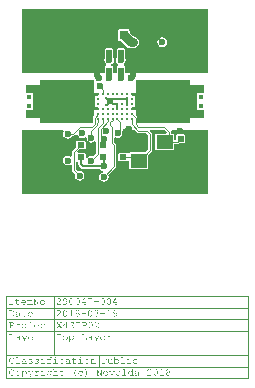
<source format=gtl>
G04*
G04 #@! TF.GenerationSoftware,Altium Limited,Altium Designer,18.0.12 (696)*
G04*
G04 Layer_Physical_Order=1*
G04 Layer_Color=255*
%FSLAX24Y24*%
%MOIN*%
G70*
G01*
G75*
%ADD11C,0.0039*%
%ADD12C,0.0020*%
%ADD13R,0.0669X0.0118*%
%ADD14R,0.0118X0.0669*%
%ADD15R,0.0551X0.0453*%
%ADD16R,0.0315X0.0315*%
%ADD17R,0.0236X0.0197*%
%ADD18R,0.0197X0.0236*%
%ADD29C,0.0118*%
%ADD30C,0.0050*%
%ADD31C,0.0197*%
%ADD32C,0.0315*%
%ADD33C,0.0079*%
%ADD34C,0.0600*%
%ADD35C,0.0236*%
%ADD36C,0.0177*%
G36*
X6235Y4094D02*
X3487D01*
Y4291D01*
X3474Y4321D01*
X3444Y4333D01*
X3438Y4341D01*
X3451Y4409D01*
X3459Y4415D01*
X3494Y4467D01*
X3506Y4529D01*
X3494Y4590D01*
X3486Y4602D01*
Y4644D01*
X3487Y4645D01*
Y4881D01*
X3474Y4911D01*
X3444Y4924D01*
X3247D01*
X3217Y4911D01*
X3204Y4881D01*
Y4645D01*
X3205Y4644D01*
Y4602D01*
X3197Y4590D01*
X3185Y4529D01*
X3197Y4467D01*
X3232Y4415D01*
X3240Y4409D01*
X3253Y4341D01*
X3247Y4333D01*
X3217Y4321D01*
X3204Y4291D01*
Y4094D01*
X3093D01*
Y4291D01*
X3080Y4321D01*
X3050Y4333D01*
X3020Y4380D01*
X3020Y4383D01*
X3066Y4414D01*
X3101Y4466D01*
X3113Y4528D01*
X3101Y4589D01*
X3093Y4601D01*
Y4644D01*
X3094Y4645D01*
Y4881D01*
X3081Y4911D01*
X3051Y4924D01*
X2854D01*
X2824Y4911D01*
X2812Y4881D01*
Y4645D01*
X2812Y4644D01*
Y4601D01*
X2804Y4589D01*
X2792Y4528D01*
X2804Y4466D01*
X2839Y4414D01*
X2846Y4409D01*
X2859Y4341D01*
X2853Y4333D01*
X2823Y4321D01*
X2811Y4291D01*
Y4094D01*
X64D01*
Y6235D01*
X6235D01*
Y4094D01*
D02*
G37*
G36*
X3835Y3326D02*
Y2856D01*
X3832D01*
Y2854D01*
X3701D01*
Y2972D01*
X3800D01*
Y3326D01*
X3701D01*
Y3444D01*
X3835D01*
Y3326D01*
D02*
G37*
G36*
X2463Y3442D02*
X2466D01*
Y3444D01*
X2597D01*
Y3326D01*
X2498D01*
Y2972D01*
X2597D01*
Y2854D01*
X2463D01*
Y2696D01*
X2410Y2644D01*
X2410Y2441D01*
X652D01*
Y2587D01*
X183D01*
Y2855D01*
X426D01*
Y3441D01*
X183D01*
Y3709D01*
X652D01*
Y3857D01*
X2463D01*
Y3442D01*
D02*
G37*
G36*
X5646Y3711D02*
X6115D01*
Y3443D01*
X5872D01*
Y2857D01*
X6115D01*
Y2589D01*
X5646D01*
Y2441D01*
X3897D01*
X3897Y2634D01*
X3835Y2696D01*
X3835Y3857D01*
X5646D01*
Y3711D01*
D02*
G37*
G36*
X1413Y2205D02*
X1440Y2155D01*
X1426Y2134D01*
X1414Y2073D01*
X1426Y2012D01*
X1461Y1960D01*
X1513Y1925D01*
X1575Y1912D01*
X1636Y1925D01*
X1688Y1960D01*
X1721Y2009D01*
X1758D01*
X1803Y2028D01*
X1840Y2065D01*
X1894Y2048D01*
X1899Y2025D01*
X1934Y1973D01*
X1986Y1938D01*
X2047Y1926D01*
X2109Y1938D01*
X2157Y1971D01*
X2172Y1966D01*
X2203Y1946D01*
X2202Y1939D01*
X2214Y1878D01*
X2249Y1825D01*
X2301Y1791D01*
X2362Y1778D01*
X2424Y1791D01*
X2465Y1818D01*
X2503Y1805D01*
X2515Y1796D01*
Y1423D01*
X2421Y1330D01*
X2362Y1342D01*
X2301Y1329D01*
X2249Y1295D01*
X2219Y1250D01*
X2189Y1251D01*
X2169Y1258D01*
Y1398D01*
X2156Y1428D01*
X2126Y1440D01*
X1916D01*
X1896Y1490D01*
X1957Y1552D01*
X2126D01*
X2156Y1564D01*
X2169Y1594D01*
Y1791D01*
X2156Y1821D01*
X2126Y1834D01*
X1890D01*
X1860Y1821D01*
X1847Y1791D01*
Y1623D01*
X1726Y1502D01*
X1708Y1457D01*
Y1342D01*
X1658Y1315D01*
X1636Y1329D01*
X1575Y1342D01*
X1513Y1329D01*
X1461Y1295D01*
X1426Y1243D01*
X1414Y1181D01*
X1426Y1120D01*
X1461Y1068D01*
X1513Y1033D01*
X1575Y1021D01*
X1636Y1033D01*
X1658Y1047D01*
X1708Y1020D01*
Y866D01*
X1726Y821D01*
X1820Y728D01*
X1808Y669D01*
X1820Y608D01*
X1855Y556D01*
X1907Y521D01*
X1969Y509D01*
X2030Y521D01*
X2082Y556D01*
X2117Y608D01*
X2129Y669D01*
X2117Y731D01*
X2082Y783D01*
X2030Y818D01*
X1969Y830D01*
X1910Y818D01*
X1836Y893D01*
Y1129D01*
X1878Y1155D01*
X1928Y1139D01*
Y1063D01*
X1934Y1032D01*
X1951Y1006D01*
X2030Y927D01*
X2056Y910D01*
X2087Y904D01*
X2646D01*
X2662Y881D01*
X2714Y846D01*
X2756Y838D01*
Y787D01*
X2714Y778D01*
X2662Y743D01*
X2627Y691D01*
X2615Y630D01*
X2627Y568D01*
X2662Y516D01*
X2714Y482D01*
X2776Y469D01*
X2837Y482D01*
X2889Y516D01*
X2924Y568D01*
X2936Y630D01*
X2925Y688D01*
X3175Y939D01*
X3194Y984D01*
Y1698D01*
X3175Y1743D01*
X3125Y1794D01*
Y1930D01*
X3169Y1953D01*
X3177Y1948D01*
X3238Y1936D01*
X3300Y1948D01*
X3352Y1983D01*
X3387Y2035D01*
X3399Y2097D01*
X3387Y2155D01*
X3387Y2159D01*
X3415Y2205D01*
X3802D01*
X3878Y2129D01*
X3923Y2110D01*
X4177D01*
X4259Y2029D01*
Y1552D01*
X4156Y1449D01*
X3660D01*
X3630Y1437D01*
X3627Y1429D01*
X3573Y1428D01*
X3543Y1440D01*
X3307D01*
X3277Y1428D01*
X3264Y1398D01*
Y1201D01*
X3277Y1171D01*
X3307Y1158D01*
X3543D01*
X3568Y1168D01*
X3618Y1150D01*
Y954D01*
X3630Y924D01*
X3660Y911D01*
X4212D01*
X4242Y924D01*
X4254Y954D01*
Y1367D01*
X4368Y1480D01*
X4387Y1526D01*
Y2055D01*
X4368Y2100D01*
X4310Y2159D01*
X4329Y2205D01*
X4791D01*
X4867Y2129D01*
X4846Y2079D01*
X4527D01*
X4496Y2067D01*
X4484Y2037D01*
Y1584D01*
X4496Y1554D01*
X4527Y1541D01*
X5078D01*
X5108Y1554D01*
X5120Y1584D01*
Y1746D01*
X5235D01*
X5281Y1765D01*
X5284Y1768D01*
X5453D01*
X5483Y1781D01*
X5495Y1811D01*
Y2008D01*
X5483Y2038D01*
X5453Y2050D01*
X5217D01*
X5186Y2038D01*
X5174Y2008D01*
Y1874D01*
X5120D01*
Y2037D01*
X5108Y2067D01*
X5078Y2079D01*
X5025D01*
Y2126D01*
X5013Y2155D01*
X5038Y2205D01*
X6235D01*
Y64D01*
X64D01*
Y2205D01*
X1413D01*
D02*
G37*
G36*
X366Y-3472D02*
X370Y-3472D01*
X373Y-3474D01*
X378Y-3475D01*
X382Y-3478D01*
X385Y-3481D01*
X386Y-3482D01*
X387Y-3483D01*
X389Y-3486D01*
X392Y-3489D01*
X393Y-3494D01*
X395Y-3499D01*
X397Y-3504D01*
X397Y-3509D01*
Y-3609D01*
X410D01*
X412Y-3609D01*
X415Y-3609D01*
X417Y-3611D01*
X417Y-3611D01*
X418Y-3612D01*
X419Y-3614D01*
X419Y-3616D01*
Y-3616D01*
X419Y-3618D01*
X418Y-3619D01*
X417Y-3621D01*
X416Y-3621D01*
X415Y-3622D01*
X413Y-3623D01*
X410Y-3623D01*
X383D01*
Y-3510D01*
Y-3510D01*
Y-3508D01*
X383Y-3506D01*
X382Y-3504D01*
X382Y-3501D01*
X380Y-3498D01*
X379Y-3495D01*
X376Y-3492D01*
X376Y-3492D01*
X375Y-3491D01*
X374Y-3490D01*
X372Y-3489D01*
X370Y-3487D01*
X367Y-3486D01*
X364Y-3485D01*
X361Y-3485D01*
X360D01*
X358Y-3485D01*
X356Y-3486D01*
X353Y-3486D01*
X351Y-3488D01*
X348Y-3489D01*
X344Y-3491D01*
X344Y-3491D01*
X343Y-3492D01*
X341Y-3494D01*
X339Y-3496D01*
X336Y-3499D01*
X333Y-3503D01*
X329Y-3508D01*
X325Y-3514D01*
Y-3609D01*
X338D01*
X340Y-3609D01*
X342Y-3609D01*
X344Y-3611D01*
X345Y-3611D01*
X346Y-3612D01*
X346Y-3614D01*
X347Y-3616D01*
Y-3616D01*
X346Y-3618D01*
X346Y-3619D01*
X344Y-3621D01*
X344Y-3621D01*
X343Y-3622D01*
X340Y-3623D01*
X337Y-3623D01*
X311D01*
Y-3511D01*
Y-3511D01*
Y-3509D01*
X311Y-3507D01*
X310Y-3505D01*
X309Y-3502D01*
X308Y-3499D01*
X306Y-3496D01*
X304Y-3493D01*
X304Y-3492D01*
X303Y-3491D01*
X301Y-3490D01*
X300Y-3489D01*
X297Y-3487D01*
X295Y-3486D01*
X292Y-3485D01*
X289Y-3485D01*
X288D01*
X286Y-3485D01*
X284Y-3486D01*
X282Y-3486D01*
X279Y-3487D01*
X277Y-3489D01*
X274Y-3490D01*
X274Y-3491D01*
X272Y-3492D01*
X270Y-3493D01*
X268Y-3496D01*
X264Y-3499D01*
X261Y-3503D01*
X257Y-3508D01*
X252Y-3514D01*
Y-3609D01*
X265D01*
X267Y-3609D01*
X270Y-3609D01*
X272Y-3611D01*
X272Y-3611D01*
X273Y-3612D01*
X274Y-3614D01*
X274Y-3616D01*
Y-3616D01*
X274Y-3618D01*
X273Y-3619D01*
X272Y-3621D01*
X271Y-3621D01*
X270Y-3622D01*
X268Y-3623D01*
X265Y-3623D01*
X225D01*
X223Y-3623D01*
X221Y-3622D01*
X219Y-3621D01*
X218Y-3621D01*
X218Y-3620D01*
X217Y-3618D01*
X217Y-3616D01*
Y-3615D01*
X217Y-3614D01*
X218Y-3612D01*
X219Y-3611D01*
X219Y-3610D01*
X221Y-3610D01*
X223Y-3609D01*
X226Y-3609D01*
X238D01*
Y-3490D01*
X225D01*
X223Y-3490D01*
X221Y-3489D01*
X219Y-3488D01*
X218Y-3488D01*
X218Y-3487D01*
X217Y-3485D01*
X217Y-3483D01*
Y-3482D01*
X217Y-3481D01*
X218Y-3479D01*
X219Y-3478D01*
X219Y-3478D01*
X221Y-3477D01*
X223Y-3476D01*
X226Y-3476D01*
X252D01*
Y-3490D01*
X253Y-3490D01*
X253Y-3489D01*
X254Y-3489D01*
X255Y-3487D01*
X259Y-3484D01*
X264Y-3480D01*
X269Y-3477D01*
X275Y-3474D01*
X278Y-3473D01*
X282Y-3472D01*
X285Y-3471D01*
X289Y-3471D01*
X291D01*
X292Y-3471D01*
X295Y-3472D01*
X298Y-3472D01*
X301Y-3474D01*
X305Y-3475D01*
X308Y-3477D01*
X308Y-3477D01*
X309Y-3478D01*
X311Y-3479D01*
X313Y-3481D01*
X315Y-3484D01*
X317Y-3487D01*
X319Y-3490D01*
X322Y-3494D01*
X322Y-3494D01*
X323Y-3492D01*
X325Y-3490D01*
X328Y-3488D01*
X331Y-3485D01*
X334Y-3482D01*
X337Y-3479D01*
X341Y-3477D01*
X341Y-3477D01*
X343Y-3476D01*
X345Y-3475D01*
X347Y-3474D01*
X350Y-3473D01*
X353Y-3472D01*
X357Y-3471D01*
X361Y-3471D01*
X363D01*
X366Y-3472D01*
D02*
G37*
G36*
X2601Y-3535D02*
X2455D01*
Y-3515D01*
X2601D01*
Y-3535D01*
D02*
G37*
G36*
X611Y-3425D02*
X613Y-3425D01*
X615Y-3426D01*
X616Y-3427D01*
X617Y-3428D01*
X617Y-3429D01*
X618Y-3432D01*
Y-3432D01*
X617Y-3434D01*
X617Y-3435D01*
X615Y-3437D01*
X615Y-3437D01*
X614Y-3438D01*
X611Y-3438D01*
X608Y-3438D01*
X596D01*
Y-3623D01*
X578D01*
X472Y-3445D01*
Y-3609D01*
X499D01*
X501Y-3609D01*
X504Y-3609D01*
X506Y-3611D01*
X506Y-3611D01*
X507Y-3612D01*
X508Y-3614D01*
X508Y-3616D01*
Y-3616D01*
X508Y-3618D01*
X507Y-3619D01*
X506Y-3621D01*
X505Y-3621D01*
X504Y-3622D01*
X502Y-3623D01*
X498Y-3623D01*
X445D01*
X443Y-3623D01*
X440Y-3622D01*
X438Y-3621D01*
X438Y-3621D01*
X437Y-3620D01*
X436Y-3618D01*
X436Y-3616D01*
Y-3615D01*
X436Y-3614D01*
X437Y-3612D01*
X438Y-3611D01*
X438Y-3610D01*
X440Y-3610D01*
X442Y-3609D01*
X446Y-3609D01*
X458D01*
Y-3438D01*
X438D01*
X436Y-3438D01*
X434Y-3438D01*
X431Y-3437D01*
X431Y-3437D01*
X430Y-3436D01*
X430Y-3434D01*
X429Y-3432D01*
Y-3431D01*
X430Y-3430D01*
X430Y-3428D01*
X431Y-3426D01*
X432Y-3426D01*
X433Y-3425D01*
X435Y-3425D01*
X439Y-3424D01*
X476D01*
X582Y-3602D01*
Y-3438D01*
X554D01*
X552Y-3438D01*
X550Y-3438D01*
X548Y-3437D01*
X547Y-3437D01*
X547Y-3436D01*
X546Y-3434D01*
X546Y-3432D01*
Y-3431D01*
X546Y-3430D01*
X547Y-3428D01*
X548Y-3426D01*
X548Y-3426D01*
X549Y-3425D01*
X552Y-3425D01*
X553Y-3424D01*
X609D01*
X611Y-3425D01*
D02*
G37*
G36*
X1490Y-3405D02*
X1494Y-3406D01*
X1499Y-3407D01*
X1504Y-3408D01*
X1510Y-3410D01*
X1516Y-3413D01*
X1522Y-3417D01*
X1522D01*
X1523Y-3418D01*
X1525Y-3419D01*
X1527Y-3422D01*
X1531Y-3426D01*
X1535Y-3431D01*
X1539Y-3437D01*
X1543Y-3444D01*
X1547Y-3452D01*
Y-3453D01*
X1547Y-3454D01*
X1548Y-3455D01*
X1549Y-3458D01*
X1549Y-3460D01*
X1550Y-3463D01*
X1551Y-3467D01*
X1553Y-3472D01*
X1554Y-3477D01*
X1555Y-3482D01*
X1556Y-3487D01*
X1557Y-3493D01*
X1557Y-3499D01*
X1558Y-3506D01*
X1558Y-3520D01*
Y-3520D01*
Y-3521D01*
Y-3523D01*
Y-3525D01*
X1558Y-3528D01*
X1558Y-3531D01*
Y-3534D01*
X1557Y-3538D01*
X1556Y-3546D01*
X1554Y-3554D01*
X1552Y-3562D01*
X1548Y-3570D01*
X1548Y-3571D01*
X1547Y-3573D01*
X1546Y-3575D01*
X1544Y-3579D01*
X1541Y-3583D01*
X1538Y-3587D01*
X1534Y-3592D01*
X1529Y-3597D01*
X1529Y-3597D01*
X1527Y-3599D01*
X1525Y-3601D01*
X1522Y-3604D01*
X1517Y-3607D01*
X1513Y-3611D01*
X1507Y-3614D01*
X1502Y-3617D01*
X1501D01*
X1501Y-3618D01*
X1500Y-3618D01*
X1498Y-3619D01*
X1496Y-3620D01*
X1494Y-3621D01*
X1488Y-3623D01*
X1482Y-3624D01*
X1474Y-3626D01*
X1466Y-3627D01*
X1457Y-3628D01*
X1455D01*
X1452Y-3627D01*
X1448Y-3627D01*
X1444Y-3626D01*
X1440Y-3625D01*
X1436Y-3624D01*
X1432Y-3622D01*
X1432D01*
X1432Y-3622D01*
X1430Y-3620D01*
X1429Y-3618D01*
X1428Y-3617D01*
X1428Y-3616D01*
Y-3615D01*
X1428Y-3614D01*
X1429Y-3612D01*
X1430Y-3611D01*
X1430Y-3610D01*
X1431Y-3610D01*
X1433Y-3609D01*
X1435Y-3609D01*
X1435D01*
X1437Y-3609D01*
X1438Y-3609D01*
X1441Y-3611D01*
X1441D01*
X1442Y-3611D01*
X1444Y-3612D01*
X1445Y-3612D01*
X1447Y-3613D01*
X1450Y-3613D01*
X1456Y-3614D01*
X1460D01*
X1462Y-3613D01*
X1465Y-3613D01*
X1469Y-3612D01*
X1473Y-3612D01*
X1477Y-3611D01*
X1482Y-3609D01*
X1487Y-3607D01*
X1492Y-3605D01*
X1497Y-3603D01*
X1503Y-3600D01*
X1508Y-3597D01*
X1513Y-3593D01*
X1518Y-3588D01*
X1518Y-3588D01*
X1519Y-3587D01*
X1520Y-3585D01*
X1522Y-3583D01*
X1524Y-3581D01*
X1526Y-3578D01*
X1528Y-3574D01*
X1531Y-3570D01*
X1533Y-3565D01*
X1536Y-3561D01*
X1538Y-3555D01*
X1540Y-3549D01*
X1542Y-3543D01*
X1543Y-3537D01*
X1544Y-3530D01*
X1544Y-3522D01*
Y-3522D01*
Y-3521D01*
Y-3520D01*
Y-3517D01*
Y-3515D01*
X1544Y-3511D01*
Y-3507D01*
X1543Y-3502D01*
Y-3503D01*
X1543Y-3503D01*
X1542Y-3504D01*
X1541Y-3506D01*
X1539Y-3509D01*
X1536Y-3514D01*
X1532Y-3518D01*
X1527Y-3523D01*
X1523Y-3528D01*
X1517Y-3532D01*
X1516Y-3532D01*
X1514Y-3533D01*
X1511Y-3535D01*
X1507Y-3537D01*
X1503Y-3539D01*
X1498Y-3540D01*
X1492Y-3541D01*
X1486Y-3541D01*
X1483D01*
X1481Y-3541D01*
X1477Y-3541D01*
X1472Y-3540D01*
X1467Y-3538D01*
X1463Y-3536D01*
X1457Y-3533D01*
X1457Y-3533D01*
X1455Y-3532D01*
X1452Y-3530D01*
X1449Y-3527D01*
X1446Y-3523D01*
X1442Y-3519D01*
X1439Y-3514D01*
X1435Y-3508D01*
Y-3508D01*
X1435Y-3508D01*
X1435Y-3507D01*
X1434Y-3505D01*
X1433Y-3502D01*
X1431Y-3498D01*
X1430Y-3493D01*
X1429Y-3487D01*
X1428Y-3481D01*
X1427Y-3474D01*
Y-3474D01*
Y-3473D01*
Y-3472D01*
X1428Y-3470D01*
X1428Y-3467D01*
X1428Y-3465D01*
X1429Y-3462D01*
X1429Y-3458D01*
X1431Y-3451D01*
X1434Y-3443D01*
X1436Y-3439D01*
X1438Y-3435D01*
X1441Y-3431D01*
X1444Y-3427D01*
X1444Y-3426D01*
X1444Y-3426D01*
X1445Y-3425D01*
X1446Y-3423D01*
X1448Y-3422D01*
X1450Y-3420D01*
X1452Y-3418D01*
X1455Y-3416D01*
X1461Y-3412D01*
X1468Y-3408D01*
X1473Y-3407D01*
X1477Y-3406D01*
X1482Y-3405D01*
X1487Y-3405D01*
X1489D01*
X1490Y-3405D01*
D02*
G37*
G36*
X3195Y-3549D02*
X3207D01*
X3209Y-3550D01*
X3212Y-3550D01*
X3214Y-3551D01*
X3214Y-3552D01*
X3215Y-3553D01*
X3216Y-3554D01*
X3216Y-3557D01*
Y-3557D01*
X3216Y-3558D01*
X3215Y-3560D01*
X3214Y-3561D01*
X3213Y-3562D01*
X3212Y-3562D01*
X3210Y-3563D01*
X3207Y-3563D01*
X3195D01*
Y-3609D01*
X3207D01*
X3209Y-3609D01*
X3212Y-3609D01*
X3214Y-3611D01*
X3214Y-3611D01*
X3215Y-3612D01*
X3216Y-3614D01*
X3216Y-3616D01*
Y-3616D01*
X3216Y-3618D01*
X3215Y-3619D01*
X3214Y-3621D01*
X3214Y-3621D01*
X3212Y-3622D01*
X3210Y-3623D01*
X3207Y-3623D01*
X3153D01*
X3151Y-3623D01*
X3148Y-3622D01*
X3146Y-3621D01*
X3146Y-3621D01*
X3145Y-3620D01*
X3145Y-3618D01*
X3144Y-3616D01*
Y-3615D01*
X3145Y-3614D01*
X3145Y-3612D01*
X3146Y-3611D01*
X3146Y-3610D01*
X3148Y-3610D01*
X3150Y-3609D01*
X3154Y-3609D01*
X3181D01*
Y-3563D01*
X3086D01*
X3085Y-3547D01*
X3165Y-3410D01*
X3195D01*
Y-3549D01*
D02*
G37*
G36*
X2381Y-3433D02*
X2324Y-3616D01*
Y-3616D01*
X2324Y-3617D01*
X2323Y-3618D01*
X2322Y-3620D01*
X2321Y-3622D01*
X2320Y-3622D01*
X2320Y-3622D01*
X2318Y-3623D01*
X2316Y-3623D01*
X2316D01*
X2315Y-3623D01*
X2313Y-3622D01*
X2311Y-3621D01*
X2311Y-3621D01*
X2310Y-3620D01*
X2310Y-3618D01*
X2309Y-3616D01*
Y-3616D01*
Y-3615D01*
X2310Y-3614D01*
X2310Y-3611D01*
X2367Y-3431D01*
Y-3424D01*
X2265D01*
Y-3437D01*
Y-3437D01*
Y-3438D01*
X2264Y-3439D01*
X2264Y-3442D01*
X2263Y-3444D01*
X2263Y-3444D01*
X2262Y-3445D01*
X2260Y-3446D01*
X2258Y-3446D01*
X2257D01*
X2256Y-3446D01*
X2254Y-3445D01*
X2253Y-3444D01*
X2252Y-3444D01*
X2252Y-3442D01*
X2251Y-3440D01*
X2251Y-3437D01*
Y-3410D01*
X2381D01*
Y-3433D01*
D02*
G37*
G36*
X2152Y-3549D02*
X2164D01*
X2166Y-3550D01*
X2169Y-3550D01*
X2171Y-3551D01*
X2171Y-3552D01*
X2172Y-3553D01*
X2173Y-3554D01*
X2173Y-3557D01*
Y-3557D01*
X2173Y-3558D01*
X2172Y-3560D01*
X2171Y-3561D01*
X2170Y-3562D01*
X2169Y-3562D01*
X2167Y-3563D01*
X2163Y-3563D01*
X2152D01*
Y-3609D01*
X2164D01*
X2166Y-3609D01*
X2169Y-3609D01*
X2171Y-3611D01*
X2171Y-3611D01*
X2172Y-3612D01*
X2173Y-3614D01*
X2173Y-3616D01*
Y-3616D01*
X2173Y-3618D01*
X2172Y-3619D01*
X2171Y-3621D01*
X2171Y-3621D01*
X2169Y-3622D01*
X2167Y-3623D01*
X2164Y-3623D01*
X2110D01*
X2108Y-3623D01*
X2105Y-3622D01*
X2103Y-3621D01*
X2103Y-3621D01*
X2102Y-3620D01*
X2101Y-3618D01*
X2101Y-3616D01*
Y-3615D01*
X2101Y-3614D01*
X2102Y-3612D01*
X2103Y-3611D01*
X2103Y-3610D01*
X2105Y-3610D01*
X2107Y-3609D01*
X2111Y-3609D01*
X2138D01*
Y-3563D01*
X2043D01*
X2042Y-3547D01*
X2122Y-3410D01*
X2152D01*
Y-3549D01*
D02*
G37*
G36*
X-250Y-3425D02*
X-247Y-3425D01*
X-245Y-3426D01*
X-245Y-3427D01*
X-244Y-3428D01*
X-243Y-3429D01*
X-243Y-3432D01*
Y-3432D01*
X-243Y-3434D01*
X-244Y-3435D01*
X-245Y-3437D01*
X-246Y-3437D01*
X-247Y-3438D01*
X-249Y-3438D01*
X-253Y-3438D01*
X-302D01*
Y-3609D01*
X-252D01*
X-250Y-3609D01*
X-247Y-3609D01*
X-245Y-3611D01*
X-245Y-3611D01*
X-244Y-3612D01*
X-243Y-3614D01*
X-243Y-3616D01*
Y-3616D01*
X-243Y-3618D01*
X-244Y-3619D01*
X-245Y-3621D01*
X-246Y-3621D01*
X-247Y-3622D01*
X-249Y-3623D01*
X-253Y-3623D01*
X-365D01*
X-367Y-3623D01*
X-370Y-3622D01*
X-372Y-3621D01*
X-372Y-3621D01*
X-373Y-3620D01*
X-374Y-3618D01*
X-374Y-3616D01*
Y-3615D01*
X-374Y-3614D01*
X-373Y-3612D01*
X-372Y-3611D01*
X-372Y-3610D01*
X-370Y-3610D01*
X-368Y-3609D01*
X-364Y-3609D01*
X-316D01*
Y-3438D01*
X-365D01*
X-367Y-3438D01*
X-370Y-3438D01*
X-372Y-3437D01*
X-372Y-3437D01*
X-373Y-3436D01*
X-374Y-3434D01*
X-374Y-3432D01*
Y-3431D01*
X-374Y-3430D01*
X-373Y-3428D01*
X-372Y-3426D01*
X-372Y-3426D01*
X-370Y-3425D01*
X-368Y-3425D01*
X-364Y-3424D01*
X-252D01*
X-250Y-3425D01*
D02*
G37*
G36*
X1278Y-3405D02*
X1280Y-3406D01*
X1283Y-3406D01*
X1289Y-3407D01*
X1296Y-3410D01*
X1300Y-3411D01*
X1304Y-3413D01*
X1308Y-3415D01*
X1312Y-3417D01*
X1316Y-3420D01*
X1319Y-3424D01*
X1320Y-3424D01*
X1320Y-3425D01*
X1321Y-3426D01*
X1322Y-3427D01*
X1324Y-3429D01*
X1325Y-3431D01*
X1329Y-3436D01*
X1332Y-3442D01*
X1336Y-3449D01*
X1337Y-3453D01*
X1338Y-3457D01*
X1338Y-3461D01*
X1339Y-3466D01*
Y-3466D01*
Y-3467D01*
Y-3469D01*
X1338Y-3472D01*
X1338Y-3475D01*
X1337Y-3478D01*
X1335Y-3484D01*
Y-3484D01*
X1335Y-3485D01*
X1334Y-3487D01*
X1333Y-3489D01*
X1331Y-3492D01*
X1329Y-3495D01*
X1327Y-3498D01*
X1324Y-3501D01*
X1324Y-3502D01*
X1322Y-3503D01*
X1321Y-3506D01*
X1318Y-3509D01*
X1314Y-3513D01*
X1309Y-3518D01*
X1303Y-3524D01*
X1297Y-3531D01*
X1296Y-3532D01*
X1294Y-3533D01*
X1292Y-3536D01*
X1288Y-3539D01*
X1284Y-3543D01*
X1279Y-3548D01*
X1274Y-3553D01*
X1268Y-3559D01*
X1261Y-3565D01*
X1255Y-3571D01*
X1241Y-3584D01*
X1227Y-3597D01*
X1221Y-3602D01*
X1215Y-3608D01*
Y-3609D01*
X1325D01*
Y-3603D01*
Y-3603D01*
Y-3602D01*
X1325Y-3601D01*
X1326Y-3598D01*
X1327Y-3596D01*
X1327Y-3596D01*
X1328Y-3595D01*
X1330Y-3594D01*
X1332Y-3594D01*
X1333D01*
X1334Y-3594D01*
X1335Y-3595D01*
X1337Y-3596D01*
X1337Y-3596D01*
X1338Y-3598D01*
X1339Y-3600D01*
X1339Y-3603D01*
Y-3623D01*
X1201D01*
Y-3602D01*
X1201Y-3602D01*
X1203Y-3601D01*
X1205Y-3598D01*
X1208Y-3595D01*
X1212Y-3592D01*
X1217Y-3588D01*
X1222Y-3583D01*
X1228Y-3578D01*
X1234Y-3572D01*
X1240Y-3565D01*
X1247Y-3559D01*
X1255Y-3552D01*
X1270Y-3538D01*
X1285Y-3522D01*
X1286Y-3522D01*
X1286Y-3521D01*
X1287Y-3521D01*
X1289Y-3520D01*
X1292Y-3516D01*
X1296Y-3512D01*
X1300Y-3507D01*
X1305Y-3503D01*
X1309Y-3499D01*
X1312Y-3495D01*
X1312Y-3495D01*
X1313Y-3493D01*
X1314Y-3492D01*
X1316Y-3490D01*
X1319Y-3485D01*
X1320Y-3482D01*
X1321Y-3479D01*
Y-3479D01*
X1322Y-3478D01*
X1322Y-3477D01*
X1323Y-3475D01*
X1324Y-3471D01*
X1324Y-3466D01*
Y-3465D01*
Y-3465D01*
Y-3464D01*
X1324Y-3463D01*
X1324Y-3459D01*
X1322Y-3455D01*
X1321Y-3450D01*
X1318Y-3444D01*
X1314Y-3439D01*
X1312Y-3436D01*
X1309Y-3433D01*
Y-3433D01*
X1309Y-3433D01*
X1307Y-3431D01*
X1303Y-3429D01*
X1300Y-3426D01*
X1294Y-3424D01*
X1288Y-3421D01*
X1281Y-3420D01*
X1278Y-3419D01*
X1270D01*
X1267Y-3420D01*
X1262Y-3420D01*
X1257Y-3422D01*
X1252Y-3424D01*
X1246Y-3426D01*
X1240Y-3430D01*
X1240Y-3430D01*
X1238Y-3432D01*
X1236Y-3434D01*
X1233Y-3437D01*
X1230Y-3441D01*
X1226Y-3446D01*
X1224Y-3451D01*
X1222Y-3457D01*
Y-3457D01*
X1221Y-3457D01*
X1221Y-3459D01*
X1220Y-3460D01*
X1219Y-3462D01*
X1219Y-3462D01*
X1218Y-3462D01*
X1216Y-3463D01*
X1214Y-3463D01*
X1214D01*
X1213Y-3463D01*
X1211Y-3463D01*
X1209Y-3462D01*
X1209Y-3461D01*
X1209Y-3460D01*
X1208Y-3459D01*
X1208Y-3457D01*
Y-3457D01*
Y-3456D01*
X1208Y-3454D01*
X1209Y-3451D01*
X1210Y-3448D01*
X1211Y-3444D01*
X1214Y-3440D01*
X1217Y-3435D01*
Y-3435D01*
X1217Y-3435D01*
X1218Y-3433D01*
X1220Y-3430D01*
X1223Y-3427D01*
X1226Y-3424D01*
X1231Y-3420D01*
X1236Y-3417D01*
X1241Y-3413D01*
X1241D01*
X1242Y-3413D01*
X1244Y-3412D01*
X1247Y-3411D01*
X1251Y-3409D01*
X1256Y-3408D01*
X1261Y-3406D01*
X1267Y-3405D01*
X1273Y-3405D01*
X1276D01*
X1278Y-3405D01*
D02*
G37*
G36*
X2949D02*
X2953Y-3406D01*
X2956Y-3406D01*
X2960Y-3407D01*
X2964Y-3409D01*
X2968Y-3410D01*
X2969Y-3411D01*
X2970Y-3411D01*
X2972Y-3412D01*
X2975Y-3414D01*
X2978Y-3416D01*
X2981Y-3418D01*
X2984Y-3421D01*
X2987Y-3424D01*
X2988Y-3424D01*
X2988Y-3425D01*
X2989Y-3427D01*
X2991Y-3429D01*
X2992Y-3431D01*
X2994Y-3434D01*
X2996Y-3438D01*
X2998Y-3442D01*
X2999Y-3443D01*
X2999Y-3444D01*
X3000Y-3447D01*
X3002Y-3450D01*
X3003Y-3453D01*
X3004Y-3457D01*
X3007Y-3465D01*
X3007Y-3465D01*
X3007Y-3467D01*
X3008Y-3470D01*
X3009Y-3475D01*
X3009Y-3479D01*
X3010Y-3485D01*
X3011Y-3492D01*
Y-3499D01*
Y-3534D01*
Y-3535D01*
Y-3536D01*
Y-3539D01*
X3010Y-3542D01*
X3010Y-3546D01*
X3009Y-3550D01*
X3009Y-3555D01*
X3008Y-3561D01*
X3005Y-3572D01*
X3003Y-3578D01*
X3001Y-3584D01*
X2999Y-3590D01*
X2996Y-3596D01*
X2992Y-3602D01*
X2988Y-3607D01*
X2988Y-3607D01*
X2988Y-3608D01*
X2987Y-3609D01*
X2985Y-3610D01*
X2984Y-3612D01*
X2982Y-3613D01*
X2979Y-3615D01*
X2977Y-3617D01*
X2970Y-3621D01*
X2963Y-3624D01*
X2959Y-3626D01*
X2955Y-3627D01*
X2950Y-3627D01*
X2945Y-3628D01*
X2943D01*
X2941Y-3627D01*
X2938Y-3627D01*
X2934Y-3626D01*
X2930Y-3626D01*
X2926Y-3624D01*
X2921Y-3623D01*
X2921Y-3623D01*
X2920Y-3622D01*
X2918Y-3621D01*
X2915Y-3619D01*
X2912Y-3617D01*
X2909Y-3615D01*
X2905Y-3612D01*
X2902Y-3609D01*
X2902Y-3609D01*
X2901Y-3608D01*
X2900Y-3607D01*
X2899Y-3605D01*
X2898Y-3602D01*
X2896Y-3599D01*
X2894Y-3595D01*
X2892Y-3591D01*
X2891Y-3590D01*
X2891Y-3589D01*
X2890Y-3586D01*
X2888Y-3583D01*
X2887Y-3580D01*
X2885Y-3576D01*
X2883Y-3568D01*
Y-3568D01*
Y-3568D01*
X2882Y-3566D01*
X2882Y-3563D01*
X2881Y-3559D01*
X2881Y-3554D01*
X2880Y-3548D01*
X2880Y-3541D01*
X2879Y-3534D01*
Y-3499D01*
Y-3499D01*
Y-3497D01*
Y-3495D01*
X2880Y-3492D01*
X2880Y-3488D01*
X2881Y-3483D01*
X2881Y-3478D01*
X2882Y-3473D01*
X2885Y-3461D01*
X2886Y-3455D01*
X2889Y-3449D01*
X2891Y-3443D01*
X2894Y-3437D01*
X2897Y-3432D01*
X2901Y-3426D01*
X2901Y-3426D01*
X2902Y-3425D01*
X2903Y-3424D01*
X2904Y-3423D01*
X2906Y-3421D01*
X2908Y-3419D01*
X2910Y-3418D01*
X2913Y-3416D01*
X2920Y-3412D01*
X2927Y-3408D01*
X2931Y-3407D01*
X2935Y-3406D01*
X2940Y-3405D01*
X2945Y-3405D01*
X2947D01*
X2949Y-3405D01*
D02*
G37*
G36*
X2741D02*
X2744Y-3406D01*
X2748Y-3406D01*
X2752Y-3407D01*
X2756Y-3409D01*
X2760Y-3410D01*
X2760Y-3411D01*
X2762Y-3411D01*
X2764Y-3412D01*
X2766Y-3414D01*
X2769Y-3416D01*
X2773Y-3418D01*
X2776Y-3421D01*
X2779Y-3424D01*
X2779Y-3424D01*
X2780Y-3425D01*
X2781Y-3427D01*
X2782Y-3429D01*
X2784Y-3431D01*
X2785Y-3434D01*
X2787Y-3438D01*
X2790Y-3442D01*
X2790Y-3443D01*
X2791Y-3444D01*
X2792Y-3447D01*
X2793Y-3450D01*
X2794Y-3453D01*
X2796Y-3457D01*
X2798Y-3465D01*
X2798Y-3465D01*
X2799Y-3467D01*
X2799Y-3470D01*
X2800Y-3475D01*
X2801Y-3479D01*
X2801Y-3485D01*
X2802Y-3492D01*
Y-3499D01*
Y-3534D01*
Y-3535D01*
Y-3536D01*
Y-3539D01*
X2802Y-3542D01*
X2801Y-3546D01*
X2801Y-3550D01*
X2800Y-3555D01*
X2799Y-3561D01*
X2797Y-3572D01*
X2795Y-3578D01*
X2793Y-3584D01*
X2790Y-3590D01*
X2787Y-3596D01*
X2784Y-3602D01*
X2780Y-3607D01*
X2779Y-3607D01*
X2779Y-3608D01*
X2778Y-3609D01*
X2777Y-3610D01*
X2775Y-3612D01*
X2773Y-3613D01*
X2771Y-3615D01*
X2768Y-3617D01*
X2762Y-3621D01*
X2754Y-3624D01*
X2750Y-3626D01*
X2746Y-3627D01*
X2741Y-3627D01*
X2736Y-3628D01*
X2735D01*
X2732Y-3627D01*
X2729Y-3627D01*
X2725Y-3626D01*
X2721Y-3626D01*
X2717Y-3624D01*
X2713Y-3623D01*
X2713Y-3623D01*
X2711Y-3622D01*
X2709Y-3621D01*
X2706Y-3619D01*
X2703Y-3617D01*
X2700Y-3615D01*
X2697Y-3612D01*
X2694Y-3609D01*
X2694Y-3609D01*
X2693Y-3608D01*
X2692Y-3607D01*
X2691Y-3605D01*
X2689Y-3602D01*
X2687Y-3599D01*
X2685Y-3595D01*
X2683Y-3591D01*
X2683Y-3590D01*
X2682Y-3589D01*
X2681Y-3586D01*
X2680Y-3583D01*
X2678Y-3580D01*
X2677Y-3576D01*
X2674Y-3568D01*
Y-3568D01*
Y-3568D01*
X2674Y-3566D01*
X2674Y-3563D01*
X2673Y-3559D01*
X2672Y-3554D01*
X2672Y-3548D01*
X2671Y-3541D01*
X2671Y-3534D01*
Y-3499D01*
Y-3499D01*
Y-3497D01*
Y-3495D01*
X2671Y-3492D01*
X2672Y-3488D01*
X2672Y-3483D01*
X2673Y-3478D01*
X2674Y-3473D01*
X2676Y-3461D01*
X2678Y-3455D01*
X2680Y-3449D01*
X2682Y-3443D01*
X2685Y-3437D01*
X2689Y-3432D01*
X2693Y-3426D01*
X2693Y-3426D01*
X2693Y-3425D01*
X2694Y-3424D01*
X2696Y-3423D01*
X2697Y-3421D01*
X2699Y-3419D01*
X2702Y-3418D01*
X2705Y-3416D01*
X2711Y-3412D01*
X2718Y-3408D01*
X2722Y-3407D01*
X2727Y-3406D01*
X2731Y-3405D01*
X2736Y-3405D01*
X2738D01*
X2741Y-3405D01*
D02*
G37*
G36*
X1906D02*
X1910Y-3406D01*
X1913Y-3406D01*
X1917Y-3407D01*
X1921Y-3409D01*
X1925Y-3410D01*
X1926Y-3411D01*
X1927Y-3411D01*
X1929Y-3412D01*
X1932Y-3414D01*
X1935Y-3416D01*
X1938Y-3418D01*
X1941Y-3421D01*
X1944Y-3424D01*
X1945Y-3424D01*
X1945Y-3425D01*
X1946Y-3427D01*
X1948Y-3429D01*
X1949Y-3431D01*
X1951Y-3434D01*
X1953Y-3438D01*
X1955Y-3442D01*
X1956Y-3443D01*
X1956Y-3444D01*
X1957Y-3447D01*
X1958Y-3450D01*
X1960Y-3453D01*
X1961Y-3457D01*
X1964Y-3465D01*
X1964Y-3465D01*
X1964Y-3467D01*
X1965Y-3470D01*
X1966Y-3475D01*
X1966Y-3479D01*
X1967Y-3485D01*
X1968Y-3492D01*
Y-3499D01*
Y-3534D01*
Y-3535D01*
Y-3536D01*
Y-3539D01*
X1967Y-3542D01*
X1967Y-3546D01*
X1966Y-3550D01*
X1966Y-3555D01*
X1965Y-3561D01*
X1962Y-3572D01*
X1960Y-3578D01*
X1958Y-3584D01*
X1956Y-3590D01*
X1953Y-3596D01*
X1949Y-3602D01*
X1945Y-3607D01*
X1945Y-3607D01*
X1945Y-3608D01*
X1944Y-3609D01*
X1942Y-3610D01*
X1941Y-3612D01*
X1938Y-3613D01*
X1936Y-3615D01*
X1934Y-3617D01*
X1927Y-3621D01*
X1920Y-3624D01*
X1916Y-3626D01*
X1912Y-3627D01*
X1907Y-3627D01*
X1902Y-3628D01*
X1900D01*
X1897Y-3627D01*
X1895Y-3627D01*
X1891Y-3626D01*
X1887Y-3626D01*
X1883Y-3624D01*
X1878Y-3623D01*
X1878Y-3623D01*
X1876Y-3622D01*
X1875Y-3621D01*
X1872Y-3619D01*
X1869Y-3617D01*
X1866Y-3615D01*
X1862Y-3612D01*
X1859Y-3609D01*
X1859Y-3609D01*
X1858Y-3608D01*
X1857Y-3607D01*
X1856Y-3605D01*
X1854Y-3602D01*
X1853Y-3599D01*
X1851Y-3595D01*
X1849Y-3591D01*
X1848Y-3590D01*
X1848Y-3589D01*
X1847Y-3586D01*
X1845Y-3583D01*
X1844Y-3580D01*
X1842Y-3576D01*
X1840Y-3568D01*
Y-3568D01*
Y-3568D01*
X1839Y-3566D01*
X1839Y-3563D01*
X1838Y-3559D01*
X1838Y-3554D01*
X1837Y-3548D01*
X1837Y-3541D01*
X1836Y-3534D01*
Y-3499D01*
Y-3499D01*
Y-3497D01*
Y-3495D01*
X1837Y-3492D01*
X1837Y-3488D01*
X1838Y-3483D01*
X1838Y-3478D01*
X1839Y-3473D01*
X1842Y-3461D01*
X1843Y-3455D01*
X1846Y-3449D01*
X1848Y-3443D01*
X1851Y-3437D01*
X1854Y-3432D01*
X1858Y-3426D01*
X1858Y-3426D01*
X1859Y-3425D01*
X1860Y-3424D01*
X1861Y-3423D01*
X1863Y-3421D01*
X1865Y-3419D01*
X1867Y-3418D01*
X1870Y-3416D01*
X1876Y-3412D01*
X1884Y-3408D01*
X1888Y-3407D01*
X1892Y-3406D01*
X1897Y-3405D01*
X1902Y-3405D01*
X1904D01*
X1906Y-3405D01*
D02*
G37*
G36*
X1698D02*
X1701Y-3406D01*
X1705Y-3406D01*
X1709Y-3407D01*
X1712Y-3409D01*
X1717Y-3410D01*
X1717Y-3411D01*
X1719Y-3411D01*
X1721Y-3412D01*
X1723Y-3414D01*
X1726Y-3416D01*
X1730Y-3418D01*
X1733Y-3421D01*
X1736Y-3424D01*
X1736Y-3424D01*
X1737Y-3425D01*
X1738Y-3427D01*
X1739Y-3429D01*
X1741Y-3431D01*
X1742Y-3434D01*
X1744Y-3438D01*
X1747Y-3442D01*
X1747Y-3443D01*
X1748Y-3444D01*
X1749Y-3447D01*
X1750Y-3450D01*
X1751Y-3453D01*
X1753Y-3457D01*
X1755Y-3465D01*
X1755Y-3465D01*
X1756Y-3467D01*
X1756Y-3470D01*
X1757Y-3475D01*
X1758Y-3479D01*
X1758Y-3485D01*
X1759Y-3492D01*
Y-3499D01*
Y-3534D01*
Y-3535D01*
Y-3536D01*
Y-3539D01*
X1759Y-3542D01*
X1758Y-3546D01*
X1758Y-3550D01*
X1757Y-3555D01*
X1756Y-3561D01*
X1753Y-3572D01*
X1752Y-3578D01*
X1750Y-3584D01*
X1747Y-3590D01*
X1744Y-3596D01*
X1741Y-3602D01*
X1737Y-3607D01*
X1736Y-3607D01*
X1736Y-3608D01*
X1735Y-3609D01*
X1734Y-3610D01*
X1732Y-3612D01*
X1730Y-3613D01*
X1728Y-3615D01*
X1725Y-3617D01*
X1719Y-3621D01*
X1711Y-3624D01*
X1707Y-3626D01*
X1703Y-3627D01*
X1698Y-3627D01*
X1693Y-3628D01*
X1691D01*
X1689Y-3627D01*
X1686Y-3627D01*
X1682Y-3626D01*
X1678Y-3626D01*
X1674Y-3624D01*
X1670Y-3623D01*
X1670Y-3623D01*
X1668Y-3622D01*
X1666Y-3621D01*
X1663Y-3619D01*
X1660Y-3617D01*
X1657Y-3615D01*
X1654Y-3612D01*
X1651Y-3609D01*
X1650Y-3609D01*
X1650Y-3608D01*
X1649Y-3607D01*
X1648Y-3605D01*
X1646Y-3602D01*
X1644Y-3599D01*
X1642Y-3595D01*
X1640Y-3591D01*
X1640Y-3590D01*
X1639Y-3589D01*
X1638Y-3586D01*
X1637Y-3583D01*
X1635Y-3580D01*
X1634Y-3576D01*
X1631Y-3568D01*
Y-3568D01*
Y-3568D01*
X1631Y-3566D01*
X1630Y-3563D01*
X1630Y-3559D01*
X1629Y-3554D01*
X1629Y-3548D01*
X1628Y-3541D01*
X1628Y-3534D01*
Y-3499D01*
Y-3499D01*
Y-3497D01*
Y-3495D01*
X1628Y-3492D01*
X1629Y-3488D01*
X1629Y-3483D01*
X1630Y-3478D01*
X1630Y-3473D01*
X1633Y-3461D01*
X1635Y-3455D01*
X1637Y-3449D01*
X1639Y-3443D01*
X1642Y-3437D01*
X1646Y-3432D01*
X1649Y-3426D01*
X1650Y-3426D01*
X1650Y-3425D01*
X1651Y-3424D01*
X1653Y-3423D01*
X1654Y-3421D01*
X1656Y-3419D01*
X1659Y-3418D01*
X1662Y-3416D01*
X1668Y-3412D01*
X1675Y-3408D01*
X1679Y-3407D01*
X1684Y-3406D01*
X1688Y-3405D01*
X1693Y-3405D01*
X1695D01*
X1698Y-3405D01*
D02*
G37*
G36*
X740Y-3471D02*
X743Y-3472D01*
X746Y-3472D01*
X750Y-3473D01*
X754Y-3474D01*
X758Y-3475D01*
X763Y-3477D01*
X767Y-3479D01*
X772Y-3481D01*
X777Y-3483D01*
X782Y-3487D01*
X786Y-3490D01*
X791Y-3494D01*
X791Y-3495D01*
X792Y-3495D01*
X793Y-3497D01*
X794Y-3498D01*
X796Y-3500D01*
X798Y-3503D01*
X800Y-3506D01*
X803Y-3510D01*
X805Y-3514D01*
X807Y-3518D01*
X809Y-3522D01*
X811Y-3527D01*
X812Y-3533D01*
X813Y-3538D01*
X814Y-3544D01*
X814Y-3550D01*
Y-3550D01*
Y-3551D01*
Y-3553D01*
X814Y-3556D01*
X814Y-3558D01*
X813Y-3561D01*
X812Y-3565D01*
X811Y-3569D01*
X810Y-3573D01*
X808Y-3578D01*
X807Y-3582D01*
X804Y-3587D01*
X802Y-3592D01*
X799Y-3597D01*
X795Y-3601D01*
X791Y-3605D01*
X790Y-3606D01*
X790Y-3606D01*
X788Y-3607D01*
X786Y-3609D01*
X784Y-3611D01*
X782Y-3613D01*
X779Y-3615D01*
X775Y-3617D01*
X771Y-3619D01*
X767Y-3621D01*
X762Y-3623D01*
X757Y-3625D01*
X752Y-3626D01*
X746Y-3627D01*
X741Y-3628D01*
X735Y-3628D01*
X731D01*
X729Y-3628D01*
X726Y-3628D01*
X723Y-3627D01*
X719Y-3626D01*
X715Y-3625D01*
X711Y-3624D01*
X706Y-3623D01*
X702Y-3621D01*
X697Y-3619D01*
X692Y-3616D01*
X687Y-3613D01*
X682Y-3609D01*
X678Y-3605D01*
X678Y-3605D01*
X677Y-3604D01*
X676Y-3603D01*
X674Y-3601D01*
X673Y-3599D01*
X671Y-3596D01*
X669Y-3593D01*
X666Y-3590D01*
X664Y-3586D01*
X662Y-3582D01*
X660Y-3577D01*
X659Y-3572D01*
X657Y-3567D01*
X656Y-3561D01*
X655Y-3556D01*
X655Y-3550D01*
Y-3550D01*
Y-3549D01*
Y-3547D01*
X655Y-3544D01*
X656Y-3542D01*
X656Y-3539D01*
X657Y-3535D01*
X658Y-3531D01*
X659Y-3527D01*
X661Y-3522D01*
X662Y-3518D01*
X665Y-3513D01*
X667Y-3508D01*
X670Y-3503D01*
X674Y-3499D01*
X678Y-3494D01*
X678Y-3494D01*
X679Y-3493D01*
X680Y-3492D01*
X682Y-3491D01*
X684Y-3489D01*
X687Y-3487D01*
X690Y-3485D01*
X694Y-3482D01*
X698Y-3480D01*
X702Y-3478D01*
X707Y-3476D01*
X712Y-3475D01*
X717Y-3473D01*
X722Y-3472D01*
X728Y-3471D01*
X735Y-3471D01*
X738D01*
X740Y-3471D01*
D02*
G37*
G36*
X112D02*
X115Y-3472D01*
X118Y-3472D01*
X122Y-3473D01*
X126Y-3474D01*
X131Y-3475D01*
X135Y-3477D01*
X140Y-3479D01*
X145Y-3480D01*
X150Y-3483D01*
X155Y-3486D01*
X159Y-3490D01*
X164Y-3494D01*
X164Y-3494D01*
X165Y-3495D01*
X166Y-3496D01*
X167Y-3498D01*
X169Y-3500D01*
X171Y-3503D01*
X173Y-3506D01*
X175Y-3510D01*
X177Y-3514D01*
X179Y-3519D01*
X181Y-3523D01*
X183Y-3528D01*
X184Y-3534D01*
X185Y-3540D01*
X186Y-3546D01*
X186Y-3553D01*
X40D01*
Y-3553D01*
X41Y-3554D01*
Y-3556D01*
X41Y-3558D01*
X42Y-3560D01*
X43Y-3563D01*
X45Y-3569D01*
X47Y-3576D01*
X51Y-3583D01*
X54Y-3587D01*
X57Y-3591D01*
X60Y-3594D01*
X63Y-3598D01*
X64Y-3598D01*
X64Y-3598D01*
X65Y-3599D01*
X67Y-3600D01*
X69Y-3602D01*
X71Y-3603D01*
X74Y-3604D01*
X77Y-3606D01*
X80Y-3607D01*
X84Y-3609D01*
X92Y-3612D01*
X101Y-3614D01*
X106Y-3614D01*
X111Y-3614D01*
X114D01*
X117Y-3614D01*
X122Y-3614D01*
X127Y-3613D01*
X132Y-3612D01*
X138Y-3611D01*
X145Y-3609D01*
X145D01*
X146Y-3609D01*
X147Y-3608D01*
X148Y-3608D01*
X151Y-3607D01*
X155Y-3605D01*
X160Y-3603D01*
X165Y-3601D01*
X169Y-3598D01*
X174Y-3595D01*
X174Y-3595D01*
X176Y-3594D01*
X177Y-3593D01*
X179Y-3592D01*
X180D01*
X181Y-3593D01*
X182Y-3593D01*
X184Y-3595D01*
X184Y-3595D01*
X185Y-3596D01*
X186Y-3598D01*
X186Y-3600D01*
Y-3600D01*
X186Y-3601D01*
X185Y-3603D01*
X183Y-3605D01*
X183Y-3605D01*
X182Y-3606D01*
X180Y-3608D01*
X177Y-3610D01*
X173Y-3613D01*
X168Y-3616D01*
X162Y-3618D01*
X154Y-3621D01*
X154D01*
X153Y-3622D01*
X152Y-3622D01*
X151Y-3622D01*
X149Y-3623D01*
X147Y-3623D01*
X141Y-3625D01*
X135Y-3626D01*
X128Y-3627D01*
X120Y-3628D01*
X112Y-3628D01*
X110D01*
X108Y-3628D01*
X106D01*
X103Y-3628D01*
X99Y-3627D01*
X95Y-3626D01*
X90Y-3625D01*
X86Y-3624D01*
X81Y-3623D01*
X76Y-3621D01*
X70Y-3618D01*
X65Y-3616D01*
X60Y-3612D01*
X55Y-3609D01*
X50Y-3604D01*
X50Y-3604D01*
X49Y-3603D01*
X48Y-3602D01*
X46Y-3600D01*
X45Y-3598D01*
X43Y-3595D01*
X41Y-3592D01*
X38Y-3588D01*
X36Y-3584D01*
X34Y-3580D01*
X32Y-3575D01*
X30Y-3570D01*
X28Y-3564D01*
X27Y-3559D01*
X26Y-3553D01*
X26Y-3546D01*
Y-3546D01*
Y-3545D01*
Y-3543D01*
X26Y-3541D01*
X27Y-3539D01*
X27Y-3536D01*
X28Y-3532D01*
X29Y-3528D01*
X30Y-3524D01*
X32Y-3520D01*
X34Y-3516D01*
X36Y-3511D01*
X39Y-3506D01*
X42Y-3502D01*
X45Y-3498D01*
X49Y-3493D01*
X49Y-3493D01*
X50Y-3492D01*
X51Y-3491D01*
X53Y-3490D01*
X55Y-3488D01*
X58Y-3486D01*
X61Y-3484D01*
X65Y-3482D01*
X69Y-3480D01*
X73Y-3478D01*
X78Y-3476D01*
X83Y-3475D01*
X88Y-3473D01*
X94Y-3472D01*
X100Y-3471D01*
X106Y-3471D01*
X109D01*
X112Y-3471D01*
D02*
G37*
G36*
X-135Y-3424D02*
X-133Y-3425D01*
X-132Y-3426D01*
X-131Y-3427D01*
X-130Y-3428D01*
X-130Y-3431D01*
X-129Y-3434D01*
Y-3476D01*
X-51D01*
X-49Y-3476D01*
X-47Y-3477D01*
X-45Y-3478D01*
X-44Y-3478D01*
X-43Y-3479D01*
X-43Y-3481D01*
X-42Y-3483D01*
Y-3483D01*
X-43Y-3485D01*
X-43Y-3486D01*
X-45Y-3488D01*
X-45Y-3488D01*
X-46Y-3489D01*
X-49Y-3490D01*
X-52Y-3490D01*
X-129D01*
Y-3585D01*
Y-3586D01*
X-129Y-3587D01*
X-129Y-3590D01*
X-128Y-3593D01*
X-127Y-3596D01*
X-125Y-3600D01*
X-123Y-3603D01*
X-119Y-3606D01*
X-119Y-3606D01*
X-118Y-3607D01*
X-115Y-3609D01*
X-112Y-3610D01*
X-108Y-3612D01*
X-103Y-3613D01*
X-97Y-3614D01*
X-91Y-3614D01*
X-88D01*
X-85Y-3614D01*
X-81Y-3614D01*
X-77Y-3613D01*
X-71Y-3612D01*
X-66Y-3611D01*
X-59Y-3610D01*
X-59D01*
X-59Y-3610D01*
X-57Y-3609D01*
X-54Y-3608D01*
X-50Y-3607D01*
X-46Y-3606D01*
X-41Y-3604D01*
X-37Y-3602D01*
X-33Y-3601D01*
X-33Y-3600D01*
X-31Y-3599D01*
X-30Y-3599D01*
X-28Y-3598D01*
X-27D01*
X-26Y-3599D01*
X-25Y-3599D01*
X-23Y-3601D01*
X-23Y-3601D01*
X-22Y-3602D01*
X-21Y-3603D01*
X-21Y-3605D01*
Y-3606D01*
X-21Y-3607D01*
X-22Y-3608D01*
X-23Y-3610D01*
X-23Y-3610D01*
X-24Y-3611D01*
X-26Y-3612D01*
X-28Y-3614D01*
X-32Y-3615D01*
X-37Y-3618D01*
X-39Y-3619D01*
X-42Y-3620D01*
X-46Y-3621D01*
X-50Y-3622D01*
X-50D01*
X-51Y-3623D01*
X-52Y-3623D01*
X-53Y-3623D01*
X-55Y-3623D01*
X-57Y-3624D01*
X-62Y-3625D01*
X-68Y-3626D01*
X-75Y-3627D01*
X-82Y-3628D01*
X-89Y-3628D01*
X-92D01*
X-94Y-3628D01*
X-96D01*
X-98Y-3628D01*
X-104Y-3627D01*
X-110Y-3625D01*
X-117Y-3623D01*
X-123Y-3621D01*
X-129Y-3617D01*
X-130Y-3616D01*
X-131Y-3615D01*
X-134Y-3612D01*
X-136Y-3608D01*
X-139Y-3604D01*
X-141Y-3599D01*
X-143Y-3592D01*
X-143Y-3589D01*
X-143Y-3585D01*
Y-3490D01*
X-171D01*
X-173Y-3490D01*
X-175Y-3489D01*
X-177Y-3488D01*
X-178Y-3488D01*
X-178Y-3487D01*
X-179Y-3485D01*
X-179Y-3483D01*
Y-3482D01*
X-179Y-3481D01*
X-178Y-3480D01*
X-177Y-3478D01*
X-177Y-3478D01*
X-176Y-3477D01*
X-173Y-3476D01*
X-170Y-3476D01*
X-143D01*
Y-3434D01*
Y-3434D01*
Y-3433D01*
X-143Y-3431D01*
X-142Y-3429D01*
X-141Y-3426D01*
X-141Y-3426D01*
X-140Y-3425D01*
X-139Y-3424D01*
X-137Y-3424D01*
X-136D01*
X-135Y-3424D01*
D02*
G37*
G36*
X2809Y-3929D02*
X2664D01*
Y-3908D01*
X2809D01*
Y-3929D01*
D02*
G37*
G36*
X2183D02*
X2038D01*
Y-3908D01*
X2183D01*
Y-3929D01*
D02*
G37*
G36*
X-85Y-3865D02*
X-83D01*
X-80Y-3865D01*
X-74Y-3866D01*
X-68Y-3868D01*
X-60Y-3870D01*
X-54Y-3874D01*
X-48Y-3878D01*
X-47D01*
X-47Y-3879D01*
X-45Y-3880D01*
X-43Y-3883D01*
X-40Y-3887D01*
X-37Y-3891D01*
X-35Y-3896D01*
X-33Y-3902D01*
X-32Y-3905D01*
Y-3908D01*
Y-4002D01*
X-13D01*
X-11Y-4003D01*
X-8Y-4003D01*
X-6Y-4004D01*
X-6Y-4005D01*
X-5Y-4006D01*
X-4Y-4007D01*
X-4Y-4010D01*
Y-4010D01*
X-4Y-4011D01*
X-5Y-4013D01*
X-6Y-4015D01*
X-6Y-4015D01*
X-8Y-4016D01*
X-10Y-4016D01*
X-13Y-4017D01*
X-46D01*
Y-3996D01*
X-47Y-3997D01*
X-48Y-3997D01*
X-50Y-3998D01*
X-52Y-4000D01*
X-55Y-4002D01*
X-58Y-4004D01*
X-62Y-4007D01*
X-66Y-4009D01*
X-71Y-4012D01*
X-77Y-4014D01*
X-82Y-4016D01*
X-88Y-4018D01*
X-94Y-4020D01*
X-100Y-4021D01*
X-107Y-4022D01*
X-113Y-4022D01*
X-116D01*
X-118Y-4022D01*
X-119D01*
X-122Y-4021D01*
X-128Y-4020D01*
X-134Y-4019D01*
X-141Y-4017D01*
X-147Y-4014D01*
X-153Y-4009D01*
X-154Y-4009D01*
X-156Y-4007D01*
X-158Y-4004D01*
X-160Y-4000D01*
X-163Y-3996D01*
X-165Y-3991D01*
X-167Y-3984D01*
X-167Y-3981D01*
X-168Y-3977D01*
Y-3977D01*
Y-3977D01*
Y-3976D01*
X-167Y-3974D01*
X-167Y-3972D01*
X-167Y-3970D01*
X-165Y-3965D01*
X-163Y-3959D01*
X-161Y-3956D01*
X-159Y-3954D01*
X-158Y-3951D01*
X-155Y-3947D01*
X-152Y-3944D01*
X-149Y-3941D01*
X-148Y-3941D01*
X-148Y-3941D01*
X-147Y-3940D01*
X-145Y-3939D01*
X-143Y-3938D01*
X-141Y-3936D01*
X-138Y-3935D01*
X-135Y-3934D01*
X-131Y-3932D01*
X-127Y-3931D01*
X-122Y-3930D01*
X-117Y-3928D01*
X-112Y-3927D01*
X-106Y-3927D01*
X-99Y-3926D01*
X-87D01*
X-83Y-3926D01*
X-80Y-3927D01*
X-76Y-3927D01*
X-72Y-3927D01*
X-71D01*
X-70Y-3928D01*
X-67Y-3928D01*
X-64Y-3928D01*
X-60Y-3929D01*
X-56Y-3930D01*
X-51Y-3930D01*
X-46Y-3931D01*
Y-3908D01*
Y-3908D01*
Y-3906D01*
X-47Y-3904D01*
X-48Y-3901D01*
X-49Y-3898D01*
X-51Y-3895D01*
X-54Y-3891D01*
X-58Y-3888D01*
X-58Y-3887D01*
X-59Y-3886D01*
X-62Y-3885D01*
X-66Y-3883D01*
X-70Y-3882D01*
X-76Y-3880D01*
X-82Y-3879D01*
X-90Y-3879D01*
X-93D01*
X-95Y-3879D01*
X-97Y-3879D01*
X-99Y-3880D01*
X-102Y-3880D01*
X-106Y-3880D01*
X-109Y-3881D01*
X-113Y-3882D01*
X-117Y-3883D01*
X-122Y-3884D01*
X-126Y-3886D01*
X-137Y-3889D01*
X-138D01*
X-138Y-3889D01*
X-140Y-3890D01*
X-142Y-3890D01*
X-143Y-3891D01*
X-144D01*
X-146Y-3890D01*
X-147Y-3890D01*
X-149Y-3889D01*
X-149Y-3888D01*
X-150Y-3887D01*
X-150Y-3886D01*
X-151Y-3884D01*
Y-3883D01*
X-150Y-3882D01*
X-150Y-3880D01*
X-149Y-3879D01*
X-148Y-3878D01*
X-147Y-3878D01*
X-146Y-3877D01*
X-143Y-3876D01*
X-140Y-3875D01*
X-136Y-3874D01*
X-133Y-3873D01*
X-130Y-3872D01*
X-130D01*
X-129Y-3872D01*
X-127Y-3871D01*
X-126Y-3871D01*
X-123Y-3870D01*
X-121Y-3870D01*
X-115Y-3868D01*
X-108Y-3867D01*
X-102Y-3866D01*
X-95Y-3865D01*
X-90Y-3865D01*
X-87D01*
X-85Y-3865D01*
D02*
G37*
G36*
X3159Y-3799D02*
X3163Y-3799D01*
X3167Y-3800D01*
X3173Y-3802D01*
X3179Y-3804D01*
X3185Y-3807D01*
X3191Y-3811D01*
X3191D01*
X3191Y-3812D01*
X3193Y-3813D01*
X3196Y-3816D01*
X3200Y-3820D01*
X3204Y-3825D01*
X3208Y-3831D01*
X3212Y-3838D01*
X3216Y-3846D01*
Y-3846D01*
X3216Y-3847D01*
X3217Y-3849D01*
X3218Y-3851D01*
X3218Y-3854D01*
X3219Y-3857D01*
X3220Y-3861D01*
X3222Y-3865D01*
X3223Y-3870D01*
X3224Y-3875D01*
X3225Y-3881D01*
X3226Y-3887D01*
X3226Y-3893D01*
X3227Y-3900D01*
X3227Y-3914D01*
Y-3914D01*
Y-3915D01*
Y-3917D01*
Y-3919D01*
X3227Y-3921D01*
X3227Y-3924D01*
Y-3928D01*
X3226Y-3932D01*
X3225Y-3939D01*
X3223Y-3948D01*
X3221Y-3956D01*
X3217Y-3964D01*
X3217Y-3965D01*
X3216Y-3966D01*
X3215Y-3969D01*
X3212Y-3972D01*
X3210Y-3977D01*
X3207Y-3981D01*
X3203Y-3985D01*
X3198Y-3990D01*
X3198Y-3991D01*
X3196Y-3992D01*
X3194Y-3995D01*
X3190Y-3997D01*
X3186Y-4001D01*
X3182Y-4004D01*
X3176Y-4008D01*
X3170Y-4011D01*
X3170D01*
X3169Y-4011D01*
X3168Y-4012D01*
X3167Y-4013D01*
X3165Y-4013D01*
X3163Y-4014D01*
X3157Y-4016D01*
X3150Y-4018D01*
X3143Y-4020D01*
X3135Y-4021D01*
X3126Y-4021D01*
X3124D01*
X3121Y-4021D01*
X3117Y-4021D01*
X3113Y-4020D01*
X3109Y-4019D01*
X3105Y-4018D01*
X3101Y-4016D01*
X3101D01*
X3101Y-4016D01*
X3099Y-4014D01*
X3098Y-4012D01*
X3097Y-4011D01*
X3097Y-4009D01*
Y-4009D01*
X3097Y-4008D01*
X3098Y-4006D01*
X3099Y-4004D01*
X3099Y-4004D01*
X3100Y-4003D01*
X3102Y-4003D01*
X3104Y-4002D01*
X3104D01*
X3105Y-4003D01*
X3107Y-4003D01*
X3110Y-4004D01*
X3110D01*
X3111Y-4005D01*
X3112Y-4005D01*
X3114Y-4006D01*
X3116Y-4006D01*
X3119Y-4007D01*
X3125Y-4007D01*
X3128D01*
X3131Y-4007D01*
X3134Y-4007D01*
X3138Y-4006D01*
X3142Y-4005D01*
X3146Y-4004D01*
X3151Y-4003D01*
X3156Y-4001D01*
X3161Y-3999D01*
X3166Y-3997D01*
X3171Y-3994D01*
X3177Y-3990D01*
X3182Y-3986D01*
X3187Y-3982D01*
X3187Y-3981D01*
X3188Y-3980D01*
X3189Y-3979D01*
X3191Y-3977D01*
X3193Y-3975D01*
X3195Y-3971D01*
X3197Y-3968D01*
X3200Y-3964D01*
X3202Y-3959D01*
X3205Y-3954D01*
X3207Y-3949D01*
X3209Y-3943D01*
X3210Y-3937D01*
X3212Y-3930D01*
X3212Y-3923D01*
X3213Y-3916D01*
Y-3916D01*
Y-3915D01*
Y-3913D01*
Y-3911D01*
Y-3908D01*
X3212Y-3905D01*
Y-3901D01*
X3212Y-3896D01*
Y-3896D01*
X3211Y-3897D01*
X3211Y-3898D01*
X3210Y-3899D01*
X3208Y-3903D01*
X3205Y-3907D01*
X3201Y-3912D01*
X3196Y-3917D01*
X3191Y-3921D01*
X3186Y-3926D01*
X3185Y-3926D01*
X3183Y-3927D01*
X3180Y-3929D01*
X3176Y-3930D01*
X3172Y-3932D01*
X3166Y-3934D01*
X3161Y-3935D01*
X3155Y-3935D01*
X3152D01*
X3149Y-3935D01*
X3146Y-3934D01*
X3141Y-3933D01*
X3136Y-3932D01*
X3131Y-3930D01*
X3126Y-3927D01*
X3125Y-3927D01*
X3124Y-3925D01*
X3121Y-3923D01*
X3118Y-3921D01*
X3115Y-3917D01*
X3111Y-3913D01*
X3107Y-3908D01*
X3104Y-3902D01*
Y-3902D01*
X3104Y-3901D01*
X3104Y-3900D01*
X3103Y-3899D01*
X3102Y-3896D01*
X3100Y-3892D01*
X3099Y-3887D01*
X3098Y-3881D01*
X3097Y-3875D01*
X3096Y-3868D01*
Y-3868D01*
Y-3867D01*
Y-3865D01*
X3097Y-3863D01*
X3097Y-3861D01*
X3097Y-3858D01*
X3098Y-3855D01*
X3098Y-3852D01*
X3100Y-3845D01*
X3103Y-3837D01*
X3105Y-3833D01*
X3107Y-3829D01*
X3109Y-3824D01*
X3112Y-3820D01*
X3113Y-3820D01*
X3113Y-3819D01*
X3114Y-3818D01*
X3115Y-3817D01*
X3117Y-3815D01*
X3119Y-3813D01*
X3121Y-3812D01*
X3124Y-3810D01*
X3130Y-3806D01*
X3137Y-3802D01*
X3142Y-3801D01*
X3146Y-3800D01*
X3151Y-3799D01*
X3156Y-3799D01*
X3158D01*
X3159Y-3799D01*
D02*
G37*
G36*
X2533D02*
X2535D01*
X2538Y-3800D01*
X2544Y-3801D01*
X2551Y-3803D01*
X2558Y-3806D01*
X2562Y-3808D01*
X2566Y-3810D01*
X2569Y-3812D01*
X2572Y-3815D01*
X2573Y-3815D01*
X2573Y-3816D01*
X2574Y-3817D01*
X2575Y-3818D01*
X2578Y-3821D01*
X2581Y-3826D01*
X2584Y-3832D01*
X2587Y-3838D01*
X2589Y-3845D01*
X2590Y-3849D01*
X2590Y-3854D01*
Y-3854D01*
Y-3856D01*
X2590Y-3859D01*
X2589Y-3862D01*
X2588Y-3866D01*
X2586Y-3871D01*
X2584Y-3875D01*
X2581Y-3880D01*
X2581Y-3881D01*
X2580Y-3882D01*
X2578Y-3885D01*
X2575Y-3888D01*
X2572Y-3891D01*
X2568Y-3895D01*
X2563Y-3898D01*
X2557Y-3901D01*
X2557D01*
X2558Y-3901D01*
X2559Y-3902D01*
X2560Y-3902D01*
X2564Y-3904D01*
X2568Y-3907D01*
X2573Y-3911D01*
X2578Y-3915D01*
X2583Y-3919D01*
X2587Y-3925D01*
X2587Y-3926D01*
X2589Y-3928D01*
X2590Y-3931D01*
X2592Y-3935D01*
X2594Y-3939D01*
X2596Y-3945D01*
X2597Y-3951D01*
X2597Y-3957D01*
Y-3957D01*
Y-3958D01*
Y-3959D01*
X2597Y-3961D01*
X2597Y-3963D01*
X2596Y-3966D01*
X2595Y-3972D01*
X2592Y-3979D01*
X2591Y-3983D01*
X2589Y-3987D01*
X2586Y-3991D01*
X2583Y-3995D01*
X2580Y-3998D01*
X2576Y-4002D01*
X2576Y-4002D01*
X2575Y-4003D01*
X2574Y-4004D01*
X2573Y-4005D01*
X2571Y-4007D01*
X2568Y-4008D01*
X2565Y-4010D01*
X2562Y-4012D01*
X2559Y-4014D01*
X2555Y-4015D01*
X2551Y-4017D01*
X2546Y-4018D01*
X2541Y-4020D01*
X2536Y-4020D01*
X2530Y-4021D01*
X2525Y-4021D01*
X2521D01*
X2520Y-4021D01*
X2518D01*
X2513Y-4020D01*
X2507Y-4019D01*
X2501Y-4018D01*
X2494Y-4017D01*
X2487Y-4014D01*
X2486D01*
X2486Y-4014D01*
X2485Y-4013D01*
X2483Y-4013D01*
X2480Y-4011D01*
X2476Y-4009D01*
X2471Y-4007D01*
X2467Y-4004D01*
X2463Y-4001D01*
X2459Y-3998D01*
X2459Y-3997D01*
X2458Y-3996D01*
X2457Y-3995D01*
X2457Y-3992D01*
Y-3992D01*
X2457Y-3991D01*
X2457Y-3989D01*
X2458Y-3988D01*
X2459Y-3987D01*
X2460Y-3986D01*
X2461Y-3986D01*
X2463Y-3985D01*
X2464D01*
X2465Y-3986D01*
X2467Y-3986D01*
X2469Y-3988D01*
X2469Y-3988D01*
X2470Y-3989D01*
X2472Y-3990D01*
X2474Y-3991D01*
X2476Y-3993D01*
X2479Y-3994D01*
X2482Y-3996D01*
X2486Y-3997D01*
X2490Y-3999D01*
X2494Y-4001D01*
X2504Y-4004D01*
X2509Y-4006D01*
X2514Y-4006D01*
X2519Y-4007D01*
X2525Y-4007D01*
X2527D01*
X2529Y-4007D01*
X2531D01*
X2533Y-4006D01*
X2539Y-4005D01*
X2546Y-4003D01*
X2553Y-4001D01*
X2560Y-3997D01*
X2563Y-3995D01*
X2566Y-3992D01*
X2567Y-3992D01*
X2567Y-3991D01*
X2569Y-3989D01*
X2571Y-3986D01*
X2575Y-3982D01*
X2578Y-3977D01*
X2581Y-3971D01*
X2583Y-3964D01*
X2583Y-3961D01*
X2583Y-3957D01*
Y-3957D01*
Y-3955D01*
X2583Y-3953D01*
X2582Y-3950D01*
X2581Y-3946D01*
X2580Y-3941D01*
X2578Y-3937D01*
X2575Y-3933D01*
X2574Y-3932D01*
X2573Y-3931D01*
X2571Y-3928D01*
X2569Y-3925D01*
X2565Y-3922D01*
X2561Y-3919D01*
X2557Y-3916D01*
X2551Y-3913D01*
X2551D01*
X2551Y-3913D01*
X2549Y-3912D01*
X2546Y-3911D01*
X2542Y-3910D01*
X2537Y-3908D01*
X2531Y-3907D01*
X2526Y-3906D01*
X2520Y-3906D01*
X2519D01*
X2517Y-3906D01*
X2515Y-3905D01*
X2512Y-3904D01*
X2512Y-3904D01*
X2511Y-3903D01*
X2511Y-3901D01*
X2510Y-3899D01*
Y-3898D01*
X2511Y-3897D01*
X2511Y-3896D01*
X2512Y-3894D01*
X2513Y-3894D01*
X2514Y-3893D01*
X2516Y-3892D01*
X2519Y-3892D01*
X2533D01*
X2534Y-3892D01*
X2538Y-3891D01*
X2542Y-3891D01*
X2548Y-3889D01*
X2553Y-3887D01*
X2558Y-3884D01*
X2563Y-3880D01*
X2564Y-3880D01*
X2565Y-3878D01*
X2567Y-3876D01*
X2570Y-3873D01*
X2572Y-3869D01*
X2574Y-3864D01*
X2575Y-3859D01*
X2576Y-3853D01*
Y-3853D01*
Y-3853D01*
X2575Y-3851D01*
X2575Y-3848D01*
X2574Y-3844D01*
X2572Y-3839D01*
X2570Y-3835D01*
X2567Y-3830D01*
X2562Y-3825D01*
X2562Y-3825D01*
X2560Y-3823D01*
X2557Y-3821D01*
X2553Y-3819D01*
X2548Y-3817D01*
X2542Y-3815D01*
X2536Y-3813D01*
X2528Y-3813D01*
X2526D01*
X2523Y-3813D01*
X2519Y-3813D01*
X2515Y-3814D01*
X2510Y-3815D01*
X2506Y-3816D01*
X2501Y-3818D01*
X2500Y-3818D01*
X2499Y-3819D01*
X2497Y-3820D01*
X2494Y-3822D01*
X2490Y-3824D01*
X2487Y-3826D01*
X2484Y-3829D01*
X2481Y-3832D01*
X2481Y-3833D01*
X2479Y-3834D01*
X2478Y-3835D01*
X2477Y-3836D01*
X2476D01*
X2476Y-3836D01*
X2474Y-3837D01*
X2473D01*
X2472Y-3836D01*
X2470Y-3836D01*
X2469Y-3835D01*
X2469Y-3835D01*
X2468Y-3834D01*
X2467Y-3832D01*
X2467Y-3830D01*
Y-3830D01*
X2467Y-3829D01*
X2468Y-3828D01*
X2469Y-3826D01*
X2470Y-3823D01*
X2473Y-3820D01*
X2477Y-3817D01*
X2479Y-3815D01*
X2482Y-3813D01*
X2482Y-3813D01*
X2483Y-3813D01*
X2484Y-3812D01*
X2485Y-3811D01*
X2487Y-3810D01*
X2490Y-3809D01*
X2492Y-3807D01*
X2495Y-3806D01*
X2502Y-3803D01*
X2510Y-3801D01*
X2519Y-3799D01*
X2523Y-3799D01*
X2531D01*
X2533Y-3799D01*
D02*
G37*
G36*
X2952Y-4002D02*
X3002D01*
X3003Y-4003D01*
X3006Y-4003D01*
X3008Y-4004D01*
X3008Y-4005D01*
X3009Y-4006D01*
X3010Y-4007D01*
X3010Y-4010D01*
Y-4010D01*
X3010Y-4011D01*
X3009Y-4013D01*
X3008Y-4015D01*
X3008Y-4015D01*
X3006Y-4016D01*
X3004Y-4016D01*
X3001Y-4017D01*
X2888D01*
X2886Y-4016D01*
X2884Y-4016D01*
X2881Y-4015D01*
X2881Y-4014D01*
X2880Y-4013D01*
X2880Y-4012D01*
X2879Y-4010D01*
Y-4009D01*
X2880Y-4008D01*
X2880Y-4006D01*
X2881Y-4004D01*
X2882Y-4004D01*
X2883Y-4003D01*
X2886Y-4003D01*
X2889Y-4002D01*
X2938D01*
Y-3820D01*
X2891Y-3835D01*
X2891D01*
X2889Y-3835D01*
X2888Y-3836D01*
X2886Y-3836D01*
X2886D01*
X2885Y-3836D01*
X2883Y-3835D01*
X2881Y-3834D01*
X2881Y-3834D01*
X2880Y-3833D01*
X2880Y-3831D01*
X2879Y-3829D01*
Y-3829D01*
X2880Y-3828D01*
X2880Y-3826D01*
X2881Y-3824D01*
X2881Y-3824D01*
X2882Y-3823D01*
X2884Y-3822D01*
X2887Y-3821D01*
X2952Y-3801D01*
Y-4002D01*
D02*
G37*
G36*
X1700D02*
X1750D01*
X1752Y-4003D01*
X1754Y-4003D01*
X1756Y-4004D01*
X1757Y-4005D01*
X1758Y-4006D01*
X1758Y-4007D01*
X1759Y-4010D01*
Y-4010D01*
X1758Y-4011D01*
X1758Y-4013D01*
X1756Y-4015D01*
X1756Y-4015D01*
X1755Y-4016D01*
X1752Y-4016D01*
X1749Y-4017D01*
X1636D01*
X1634Y-4016D01*
X1632Y-4016D01*
X1630Y-4015D01*
X1629Y-4014D01*
X1629Y-4013D01*
X1628Y-4012D01*
X1628Y-4010D01*
Y-4009D01*
X1628Y-4008D01*
X1629Y-4006D01*
X1630Y-4004D01*
X1630Y-4004D01*
X1632Y-4003D01*
X1634Y-4003D01*
X1637Y-4002D01*
X1686D01*
Y-3820D01*
X1640Y-3835D01*
X1639D01*
X1638Y-3835D01*
X1636Y-3836D01*
X1635Y-3836D01*
X1634D01*
X1633Y-3836D01*
X1631Y-3835D01*
X1630Y-3834D01*
X1629Y-3834D01*
X1629Y-3833D01*
X1628Y-3831D01*
X1628Y-3829D01*
Y-3829D01*
X1628Y-3828D01*
X1629Y-3826D01*
X1629Y-3824D01*
X1630Y-3824D01*
X1631Y-3823D01*
X1632Y-3822D01*
X1635Y-3821D01*
X1700Y-3801D01*
Y-4002D01*
D02*
G37*
G36*
X-281Y-3818D02*
X-277Y-3819D01*
X-272Y-3820D01*
X-266Y-3821D01*
X-261Y-3823D01*
X-255Y-3826D01*
X-255D01*
X-254Y-3826D01*
X-253Y-3827D01*
X-250Y-3829D01*
X-246Y-3831D01*
X-243Y-3833D01*
X-239Y-3836D01*
X-236Y-3839D01*
X-232Y-3843D01*
Y-3843D01*
X-232Y-3843D01*
X-231Y-3844D01*
X-230Y-3845D01*
X-228Y-3849D01*
X-225Y-3853D01*
X-222Y-3858D01*
X-218Y-3864D01*
X-215Y-3870D01*
X-212Y-3877D01*
X-212Y-3877D01*
X-211Y-3879D01*
X-210Y-3882D01*
X-209Y-3886D01*
X-208Y-3890D01*
X-207Y-3895D01*
X-207Y-3901D01*
X-207Y-3908D01*
Y-3927D01*
Y-3928D01*
Y-3928D01*
Y-3930D01*
Y-3931D01*
X-207Y-3933D01*
X-207Y-3935D01*
X-208Y-3941D01*
X-209Y-3947D01*
X-211Y-3955D01*
X-213Y-3962D01*
X-217Y-3970D01*
Y-3970D01*
X-217Y-3971D01*
X-218Y-3972D01*
X-219Y-3973D01*
X-221Y-3977D01*
X-224Y-3982D01*
X-229Y-3988D01*
X-234Y-3994D01*
X-241Y-3999D01*
X-249Y-4005D01*
X-249D01*
X-250Y-4006D01*
X-251Y-4006D01*
X-252Y-4007D01*
X-256Y-4009D01*
X-260Y-4011D01*
X-266Y-4013D01*
X-272Y-4015D01*
X-280Y-4016D01*
X-288Y-4017D01*
X-365D01*
X-367Y-4016D01*
X-370Y-4016D01*
X-372Y-4015D01*
X-372Y-4014D01*
X-373Y-4013D01*
X-374Y-4012D01*
X-374Y-4010D01*
Y-4009D01*
X-374Y-4008D01*
X-373Y-4006D01*
X-372Y-4004D01*
X-372Y-4004D01*
X-370Y-4003D01*
X-368Y-4003D01*
X-364Y-4002D01*
X-352D01*
Y-3832D01*
X-365D01*
X-367Y-3832D01*
X-370Y-3832D01*
X-372Y-3831D01*
X-372Y-3830D01*
X-373Y-3829D01*
X-374Y-3828D01*
X-374Y-3825D01*
Y-3825D01*
X-374Y-3823D01*
X-373Y-3822D01*
X-372Y-3820D01*
X-372Y-3820D01*
X-370Y-3819D01*
X-368Y-3818D01*
X-364Y-3818D01*
X-285D01*
X-281Y-3818D01*
D02*
G37*
G36*
X1278Y-3799D02*
X1280Y-3799D01*
X1283Y-3800D01*
X1289Y-3801D01*
X1296Y-3803D01*
X1300Y-3805D01*
X1304Y-3807D01*
X1308Y-3809D01*
X1312Y-3811D01*
X1316Y-3814D01*
X1319Y-3817D01*
X1320Y-3818D01*
X1320Y-3818D01*
X1321Y-3819D01*
X1322Y-3821D01*
X1324Y-3822D01*
X1325Y-3824D01*
X1329Y-3830D01*
X1332Y-3836D01*
X1336Y-3843D01*
X1337Y-3847D01*
X1338Y-3851D01*
X1338Y-3855D01*
X1339Y-3859D01*
Y-3860D01*
Y-3861D01*
Y-3863D01*
X1338Y-3865D01*
X1338Y-3868D01*
X1337Y-3871D01*
X1335Y-3877D01*
Y-3878D01*
X1335Y-3879D01*
X1334Y-3880D01*
X1333Y-3883D01*
X1331Y-3885D01*
X1329Y-3888D01*
X1327Y-3892D01*
X1324Y-3895D01*
X1324Y-3896D01*
X1322Y-3897D01*
X1321Y-3899D01*
X1318Y-3902D01*
X1314Y-3907D01*
X1309Y-3912D01*
X1303Y-3918D01*
X1297Y-3925D01*
X1296Y-3925D01*
X1294Y-3927D01*
X1292Y-3929D01*
X1288Y-3933D01*
X1284Y-3937D01*
X1279Y-3942D01*
X1274Y-3947D01*
X1268Y-3953D01*
X1261Y-3959D01*
X1255Y-3965D01*
X1241Y-3978D01*
X1227Y-3990D01*
X1221Y-3996D01*
X1215Y-4001D01*
Y-4002D01*
X1325D01*
Y-3997D01*
Y-3997D01*
Y-3996D01*
X1325Y-3994D01*
X1326Y-3992D01*
X1327Y-3990D01*
X1327Y-3989D01*
X1328Y-3988D01*
X1330Y-3988D01*
X1332Y-3987D01*
X1333D01*
X1334Y-3988D01*
X1335Y-3988D01*
X1337Y-3990D01*
X1337Y-3990D01*
X1338Y-3991D01*
X1339Y-3994D01*
X1339Y-3997D01*
Y-4017D01*
X1201D01*
Y-3996D01*
X1201Y-3996D01*
X1203Y-3994D01*
X1205Y-3992D01*
X1208Y-3989D01*
X1212Y-3985D01*
X1217Y-3981D01*
X1222Y-3977D01*
X1228Y-3971D01*
X1234Y-3965D01*
X1240Y-3959D01*
X1247Y-3953D01*
X1255Y-3946D01*
X1270Y-3931D01*
X1285Y-3916D01*
X1286Y-3916D01*
X1286Y-3915D01*
X1287Y-3915D01*
X1289Y-3913D01*
X1292Y-3910D01*
X1296Y-3906D01*
X1300Y-3901D01*
X1305Y-3896D01*
X1309Y-3892D01*
X1312Y-3889D01*
X1312Y-3888D01*
X1313Y-3887D01*
X1314Y-3885D01*
X1316Y-3883D01*
X1319Y-3878D01*
X1320Y-3876D01*
X1321Y-3873D01*
Y-3873D01*
X1322Y-3872D01*
X1322Y-3871D01*
X1323Y-3869D01*
X1324Y-3864D01*
X1324Y-3859D01*
Y-3859D01*
Y-3858D01*
Y-3858D01*
X1324Y-3856D01*
X1324Y-3853D01*
X1322Y-3849D01*
X1321Y-3843D01*
X1318Y-3838D01*
X1314Y-3833D01*
X1312Y-3830D01*
X1309Y-3827D01*
Y-3827D01*
X1309Y-3826D01*
X1307Y-3825D01*
X1303Y-3822D01*
X1300Y-3820D01*
X1294Y-3817D01*
X1288Y-3815D01*
X1281Y-3813D01*
X1278Y-3813D01*
X1270D01*
X1267Y-3813D01*
X1262Y-3814D01*
X1257Y-3815D01*
X1252Y-3817D01*
X1246Y-3820D01*
X1240Y-3824D01*
X1240Y-3824D01*
X1238Y-3826D01*
X1236Y-3828D01*
X1233Y-3831D01*
X1230Y-3835D01*
X1226Y-3839D01*
X1224Y-3845D01*
X1222Y-3850D01*
Y-3851D01*
X1221Y-3851D01*
X1221Y-3853D01*
X1220Y-3854D01*
X1219Y-3855D01*
X1219Y-3856D01*
X1218Y-3856D01*
X1216Y-3857D01*
X1214Y-3857D01*
X1214D01*
X1213Y-3857D01*
X1211Y-3856D01*
X1209Y-3855D01*
X1209Y-3855D01*
X1209Y-3854D01*
X1208Y-3853D01*
X1208Y-3851D01*
Y-3850D01*
Y-3849D01*
X1208Y-3847D01*
X1209Y-3845D01*
X1210Y-3842D01*
X1211Y-3838D01*
X1214Y-3834D01*
X1217Y-3829D01*
Y-3829D01*
X1217Y-3828D01*
X1218Y-3827D01*
X1220Y-3824D01*
X1223Y-3821D01*
X1226Y-3817D01*
X1231Y-3814D01*
X1236Y-3810D01*
X1241Y-3807D01*
X1241D01*
X1242Y-3807D01*
X1244Y-3806D01*
X1247Y-3804D01*
X1251Y-3803D01*
X1256Y-3801D01*
X1261Y-3800D01*
X1267Y-3799D01*
X1273Y-3799D01*
X1276D01*
X1278Y-3799D01*
D02*
G37*
G36*
X2324D02*
X2327Y-3799D01*
X2330Y-3800D01*
X2334Y-3801D01*
X2338Y-3802D01*
X2343Y-3804D01*
X2343Y-3804D01*
X2345Y-3805D01*
X2346Y-3806D01*
X2349Y-3808D01*
X2352Y-3810D01*
X2355Y-3812D01*
X2359Y-3814D01*
X2362Y-3818D01*
X2362Y-3818D01*
X2363Y-3819D01*
X2364Y-3820D01*
X2365Y-3822D01*
X2367Y-3825D01*
X2368Y-3828D01*
X2370Y-3832D01*
X2372Y-3836D01*
X2373Y-3837D01*
X2373Y-3838D01*
X2374Y-3840D01*
X2376Y-3843D01*
X2377Y-3847D01*
X2379Y-3851D01*
X2381Y-3858D01*
X2381Y-3859D01*
X2382Y-3861D01*
X2382Y-3864D01*
X2383Y-3868D01*
X2384Y-3873D01*
X2384Y-3879D01*
X2385Y-3886D01*
Y-3893D01*
Y-3928D01*
Y-3929D01*
Y-3930D01*
Y-3932D01*
X2385Y-3936D01*
X2384Y-3939D01*
X2384Y-3944D01*
X2383Y-3949D01*
X2382Y-3954D01*
X2379Y-3966D01*
X2378Y-3972D01*
X2375Y-3978D01*
X2373Y-3984D01*
X2370Y-3990D01*
X2367Y-3995D01*
X2363Y-4000D01*
X2362Y-4001D01*
X2362Y-4001D01*
X2361Y-4002D01*
X2360Y-4004D01*
X2358Y-4005D01*
X2356Y-4007D01*
X2353Y-4009D01*
X2351Y-4011D01*
X2345Y-4015D01*
X2337Y-4018D01*
X2333Y-4019D01*
X2329Y-4020D01*
X2324Y-4021D01*
X2319Y-4021D01*
X2317D01*
X2315Y-4021D01*
X2312Y-4021D01*
X2308Y-4020D01*
X2304Y-4019D01*
X2300Y-4018D01*
X2296Y-4017D01*
X2295Y-4016D01*
X2294Y-4016D01*
X2292Y-4015D01*
X2289Y-4013D01*
X2286Y-4011D01*
X2283Y-4009D01*
X2280Y-4006D01*
X2277Y-4003D01*
X2276Y-4002D01*
X2276Y-4002D01*
X2275Y-4000D01*
X2273Y-3998D01*
X2272Y-3996D01*
X2270Y-3993D01*
X2268Y-3989D01*
X2266Y-3985D01*
X2265Y-3984D01*
X2265Y-3983D01*
X2264Y-3980D01*
X2263Y-3977D01*
X2261Y-3974D01*
X2260Y-3970D01*
X2257Y-3962D01*
Y-3962D01*
Y-3961D01*
X2257Y-3959D01*
X2256Y-3956D01*
X2256Y-3952D01*
X2255Y-3947D01*
X2254Y-3941D01*
X2254Y-3935D01*
X2254Y-3928D01*
Y-3893D01*
Y-3892D01*
Y-3891D01*
Y-3888D01*
X2254Y-3885D01*
X2254Y-3881D01*
X2255Y-3877D01*
X2256Y-3872D01*
X2256Y-3866D01*
X2259Y-3855D01*
X2261Y-3849D01*
X2263Y-3843D01*
X2265Y-3837D01*
X2268Y-3831D01*
X2271Y-3825D01*
X2275Y-3820D01*
X2276Y-3820D01*
X2276Y-3819D01*
X2277Y-3818D01*
X2279Y-3817D01*
X2280Y-3815D01*
X2282Y-3813D01*
X2285Y-3812D01*
X2287Y-3809D01*
X2294Y-3806D01*
X2301Y-3802D01*
X2305Y-3801D01*
X2309Y-3800D01*
X2314Y-3799D01*
X2319Y-3799D01*
X2321D01*
X2324Y-3799D01*
D02*
G37*
G36*
X1906D02*
X1908Y-3799D01*
X1911Y-3800D01*
X1917Y-3801D01*
X1924Y-3803D01*
X1931Y-3806D01*
X1935Y-3808D01*
X1938Y-3811D01*
X1942Y-3813D01*
X1945Y-3816D01*
X1946Y-3817D01*
X1946Y-3817D01*
X1947Y-3818D01*
X1948Y-3819D01*
X1950Y-3821D01*
X1951Y-3823D01*
X1955Y-3828D01*
X1958Y-3834D01*
X1961Y-3841D01*
X1963Y-3849D01*
X1963Y-3853D01*
X1964Y-3857D01*
Y-3858D01*
Y-3858D01*
Y-3859D01*
Y-3860D01*
X1963Y-3863D01*
X1962Y-3867D01*
X1961Y-3872D01*
X1959Y-3877D01*
X1957Y-3882D01*
X1954Y-3888D01*
X1954Y-3888D01*
X1953Y-3889D01*
X1951Y-3891D01*
X1948Y-3894D01*
X1945Y-3896D01*
X1941Y-3899D01*
X1936Y-3903D01*
X1931Y-3906D01*
X1932D01*
X1932Y-3907D01*
X1933Y-3907D01*
X1934Y-3908D01*
X1937Y-3910D01*
X1941Y-3912D01*
X1946Y-3916D01*
X1950Y-3919D01*
X1954Y-3924D01*
X1958Y-3929D01*
X1958Y-3930D01*
X1959Y-3931D01*
X1961Y-3934D01*
X1963Y-3938D01*
X1964Y-3943D01*
X1966Y-3948D01*
X1967Y-3954D01*
X1967Y-3959D01*
Y-3960D01*
Y-3960D01*
Y-3962D01*
X1967Y-3964D01*
X1967Y-3966D01*
X1966Y-3968D01*
X1965Y-3974D01*
X1963Y-3981D01*
X1961Y-3985D01*
X1959Y-3989D01*
X1957Y-3992D01*
X1955Y-3996D01*
X1951Y-3999D01*
X1948Y-4003D01*
X1948Y-4003D01*
X1947Y-4004D01*
X1946Y-4005D01*
X1945Y-4006D01*
X1943Y-4007D01*
X1940Y-4009D01*
X1938Y-4011D01*
X1935Y-4012D01*
X1928Y-4016D01*
X1920Y-4018D01*
X1912Y-4021D01*
X1907Y-4021D01*
X1902Y-4021D01*
X1899D01*
X1897Y-4021D01*
X1895Y-4021D01*
X1892Y-4020D01*
X1886Y-4019D01*
X1878Y-4017D01*
X1871Y-4014D01*
X1867Y-4012D01*
X1863Y-4009D01*
X1859Y-4006D01*
X1855Y-4003D01*
X1855Y-4003D01*
X1855Y-4002D01*
X1854Y-4001D01*
X1853Y-4000D01*
X1851Y-3998D01*
X1850Y-3996D01*
X1848Y-3994D01*
X1846Y-3991D01*
X1842Y-3984D01*
X1839Y-3977D01*
X1838Y-3973D01*
X1837Y-3969D01*
X1837Y-3964D01*
X1836Y-3959D01*
Y-3959D01*
Y-3959D01*
Y-3957D01*
X1837Y-3954D01*
X1837Y-3950D01*
X1839Y-3945D01*
X1840Y-3940D01*
X1842Y-3935D01*
X1845Y-3929D01*
Y-3929D01*
X1846Y-3929D01*
X1847Y-3927D01*
X1849Y-3924D01*
X1852Y-3921D01*
X1856Y-3917D01*
X1861Y-3914D01*
X1866Y-3910D01*
X1873Y-3906D01*
X1872D01*
X1872Y-3906D01*
X1870Y-3905D01*
X1867Y-3903D01*
X1864Y-3900D01*
X1860Y-3898D01*
X1856Y-3895D01*
X1853Y-3891D01*
X1850Y-3888D01*
X1849Y-3887D01*
X1848Y-3885D01*
X1847Y-3882D01*
X1845Y-3879D01*
X1843Y-3874D01*
X1842Y-3869D01*
X1840Y-3863D01*
X1840Y-3857D01*
Y-3857D01*
Y-3856D01*
Y-3855D01*
X1840Y-3854D01*
X1841Y-3852D01*
X1841Y-3849D01*
X1842Y-3843D01*
X1844Y-3837D01*
X1848Y-3830D01*
X1850Y-3827D01*
X1852Y-3823D01*
X1855Y-3820D01*
X1858Y-3816D01*
X1858Y-3816D01*
X1859Y-3816D01*
X1860Y-3815D01*
X1861Y-3814D01*
X1863Y-3812D01*
X1865Y-3811D01*
X1868Y-3809D01*
X1870Y-3808D01*
X1877Y-3804D01*
X1884Y-3801D01*
X1893Y-3799D01*
X1897Y-3799D01*
X1902Y-3799D01*
X1904D01*
X1906Y-3799D01*
D02*
G37*
G36*
X1489D02*
X1492Y-3799D01*
X1496Y-3800D01*
X1500Y-3801D01*
X1504Y-3802D01*
X1508Y-3804D01*
X1509Y-3804D01*
X1510Y-3805D01*
X1512Y-3806D01*
X1515Y-3808D01*
X1518Y-3810D01*
X1521Y-3812D01*
X1524Y-3814D01*
X1527Y-3818D01*
X1527Y-3818D01*
X1528Y-3819D01*
X1529Y-3820D01*
X1530Y-3822D01*
X1532Y-3825D01*
X1534Y-3828D01*
X1536Y-3832D01*
X1538Y-3836D01*
X1538Y-3837D01*
X1539Y-3838D01*
X1540Y-3840D01*
X1541Y-3843D01*
X1543Y-3847D01*
X1544Y-3851D01*
X1547Y-3858D01*
X1547Y-3859D01*
X1547Y-3861D01*
X1548Y-3864D01*
X1548Y-3868D01*
X1549Y-3873D01*
X1550Y-3879D01*
X1550Y-3886D01*
Y-3893D01*
Y-3928D01*
Y-3929D01*
Y-3930D01*
Y-3932D01*
X1550Y-3936D01*
X1550Y-3939D01*
X1549Y-3944D01*
X1548Y-3949D01*
X1548Y-3954D01*
X1545Y-3966D01*
X1543Y-3972D01*
X1541Y-3978D01*
X1539Y-3984D01*
X1535Y-3990D01*
X1532Y-3995D01*
X1528Y-4000D01*
X1528Y-4001D01*
X1527Y-4001D01*
X1526Y-4002D01*
X1525Y-4004D01*
X1524Y-4005D01*
X1521Y-4007D01*
X1519Y-4009D01*
X1516Y-4011D01*
X1510Y-4015D01*
X1503Y-4018D01*
X1499Y-4019D01*
X1494Y-4020D01*
X1490Y-4021D01*
X1485Y-4021D01*
X1483D01*
X1480Y-4021D01*
X1477Y-4021D01*
X1474Y-4020D01*
X1470Y-4019D01*
X1465Y-4018D01*
X1461Y-4017D01*
X1461Y-4016D01*
X1459Y-4016D01*
X1457Y-4015D01*
X1455Y-4013D01*
X1452Y-4011D01*
X1448Y-4009D01*
X1445Y-4006D01*
X1442Y-4003D01*
X1442Y-4002D01*
X1441Y-4002D01*
X1440Y-4000D01*
X1439Y-3998D01*
X1437Y-3996D01*
X1436Y-3993D01*
X1434Y-3989D01*
X1431Y-3985D01*
X1431Y-3984D01*
X1430Y-3983D01*
X1429Y-3980D01*
X1428Y-3977D01*
X1427Y-3974D01*
X1425Y-3970D01*
X1423Y-3962D01*
Y-3962D01*
Y-3961D01*
X1422Y-3959D01*
X1422Y-3956D01*
X1421Y-3952D01*
X1421Y-3947D01*
X1420Y-3941D01*
X1420Y-3935D01*
X1419Y-3928D01*
Y-3893D01*
Y-3892D01*
Y-3891D01*
Y-3888D01*
X1420Y-3885D01*
X1420Y-3881D01*
X1421Y-3877D01*
X1421Y-3872D01*
X1422Y-3866D01*
X1424Y-3855D01*
X1426Y-3849D01*
X1428Y-3843D01*
X1431Y-3837D01*
X1434Y-3831D01*
X1437Y-3825D01*
X1441Y-3820D01*
X1441Y-3820D01*
X1442Y-3819D01*
X1443Y-3818D01*
X1444Y-3817D01*
X1446Y-3815D01*
X1448Y-3813D01*
X1450Y-3812D01*
X1453Y-3809D01*
X1459Y-3806D01*
X1467Y-3802D01*
X1471Y-3801D01*
X1475Y-3800D01*
X1480Y-3799D01*
X1485Y-3799D01*
X1487D01*
X1489Y-3799D01*
D02*
G37*
G36*
X333Y-3865D02*
X335Y-3865D01*
X339Y-3866D01*
X343Y-3867D01*
X347Y-3868D01*
X352Y-3869D01*
X356Y-3870D01*
X361Y-3872D01*
X366Y-3874D01*
X371Y-3877D01*
X375Y-3880D01*
X380Y-3884D01*
X384Y-3888D01*
X385Y-3888D01*
X385Y-3889D01*
X386Y-3890D01*
X388Y-3892D01*
X390Y-3894D01*
X392Y-3897D01*
X393Y-3900D01*
X395Y-3904D01*
X398Y-3908D01*
X400Y-3912D01*
X402Y-3917D01*
X403Y-3922D01*
X405Y-3928D01*
X406Y-3934D01*
X406Y-3940D01*
X407Y-3947D01*
X261D01*
Y-3947D01*
X261Y-3948D01*
Y-3949D01*
X262Y-3951D01*
X262Y-3954D01*
X263Y-3956D01*
X265Y-3963D01*
X268Y-3970D01*
X272Y-3977D01*
X275Y-3981D01*
X277Y-3984D01*
X281Y-3988D01*
X284Y-3991D01*
X284Y-3992D01*
X285Y-3992D01*
X286Y-3993D01*
X288Y-3994D01*
X290Y-3995D01*
X292Y-3997D01*
X294Y-3998D01*
X297Y-3999D01*
X301Y-4001D01*
X304Y-4003D01*
X312Y-4005D01*
X322Y-4007D01*
X327Y-4008D01*
X332Y-4008D01*
X335D01*
X338Y-4008D01*
X342Y-4007D01*
X347Y-4007D01*
X353Y-4006D01*
X359Y-4004D01*
X366Y-4003D01*
X366D01*
X366Y-4002D01*
X367Y-4002D01*
X369Y-4002D01*
X372Y-4000D01*
X376Y-3999D01*
X380Y-3997D01*
X385Y-3995D01*
X390Y-3992D01*
X394Y-3989D01*
X395Y-3988D01*
X396Y-3987D01*
X398Y-3986D01*
X400Y-3986D01*
X400D01*
X402Y-3986D01*
X403Y-3987D01*
X405Y-3988D01*
X405Y-3989D01*
X406Y-3990D01*
X407Y-3991D01*
X407Y-3993D01*
Y-3994D01*
X407Y-3995D01*
X406Y-3997D01*
X404Y-3999D01*
X404Y-3999D01*
X402Y-4000D01*
X400Y-4002D01*
X397Y-4004D01*
X393Y-4006D01*
X388Y-4009D01*
X382Y-4012D01*
X375Y-4015D01*
X375D01*
X374Y-4015D01*
X373Y-4016D01*
X372Y-4016D01*
X370Y-4017D01*
X368Y-4017D01*
X362Y-4018D01*
X356Y-4020D01*
X349Y-4021D01*
X341Y-4022D01*
X333Y-4022D01*
X331D01*
X329Y-4022D01*
X326D01*
X323Y-4021D01*
X320Y-4021D01*
X315Y-4020D01*
X311Y-4019D01*
X306Y-4018D01*
X301Y-4016D01*
X296Y-4014D01*
X291Y-4012D01*
X286Y-4009D01*
X281Y-4006D01*
X276Y-4002D01*
X271Y-3998D01*
X271Y-3998D01*
X270Y-3997D01*
X269Y-3996D01*
X267Y-3994D01*
X266Y-3992D01*
X264Y-3989D01*
X261Y-3986D01*
X259Y-3982D01*
X257Y-3978D01*
X254Y-3974D01*
X252Y-3969D01*
X251Y-3963D01*
X249Y-3958D01*
X248Y-3952D01*
X247Y-3946D01*
X247Y-3940D01*
Y-3940D01*
Y-3939D01*
Y-3937D01*
X247Y-3935D01*
X248Y-3932D01*
X248Y-3929D01*
X249Y-3926D01*
X250Y-3922D01*
X251Y-3918D01*
X252Y-3914D01*
X254Y-3909D01*
X257Y-3905D01*
X259Y-3900D01*
X262Y-3896D01*
X266Y-3891D01*
X270Y-3887D01*
X270Y-3887D01*
X271Y-3886D01*
X272Y-3885D01*
X274Y-3883D01*
X276Y-3882D01*
X279Y-3880D01*
X282Y-3878D01*
X286Y-3876D01*
X290Y-3874D01*
X294Y-3872D01*
X298Y-3870D01*
X304Y-3868D01*
X309Y-3867D01*
X314Y-3866D01*
X320Y-3865D01*
X327Y-3865D01*
X330D01*
X333Y-3865D01*
D02*
G37*
G36*
X86Y-3818D02*
X87Y-3819D01*
X89Y-3820D01*
X89Y-3820D01*
X90Y-3822D01*
X91Y-3824D01*
X91Y-3828D01*
Y-3870D01*
X169D01*
X171Y-3870D01*
X174Y-3870D01*
X176Y-3872D01*
X176Y-3872D01*
X177Y-3873D01*
X178Y-3875D01*
X178Y-3877D01*
Y-3877D01*
X178Y-3878D01*
X177Y-3880D01*
X176Y-3882D01*
X176Y-3882D01*
X174Y-3883D01*
X172Y-3883D01*
X169Y-3884D01*
X91D01*
Y-3979D01*
Y-3980D01*
X92Y-3981D01*
X92Y-3983D01*
X93Y-3986D01*
X94Y-3990D01*
X96Y-3993D01*
X98Y-3997D01*
X101Y-4000D01*
X102Y-4000D01*
X103Y-4001D01*
X106Y-4002D01*
X108Y-4004D01*
X113Y-4005D01*
X118Y-4007D01*
X124Y-4008D01*
X130Y-4008D01*
X133D01*
X136Y-4008D01*
X139Y-4007D01*
X144Y-4007D01*
X149Y-4006D01*
X155Y-4005D01*
X161Y-4004D01*
X162D01*
X162Y-4003D01*
X164Y-4003D01*
X167Y-4002D01*
X171Y-4001D01*
X175Y-3999D01*
X179Y-3998D01*
X184Y-3996D01*
X188Y-3994D01*
X188Y-3994D01*
X189Y-3993D01*
X191Y-3992D01*
X193Y-3992D01*
X193D01*
X195Y-3992D01*
X196Y-3993D01*
X198Y-3994D01*
X198Y-3995D01*
X199Y-3996D01*
X200Y-3997D01*
X200Y-3999D01*
Y-3999D01*
X200Y-4001D01*
X199Y-4002D01*
X198Y-4004D01*
X197Y-4004D01*
X196Y-4005D01*
X195Y-4006D01*
X192Y-4007D01*
X189Y-4009D01*
X184Y-4011D01*
X181Y-4012D01*
X178Y-4014D01*
X175Y-4015D01*
X171Y-4016D01*
X171D01*
X170Y-4016D01*
X169Y-4017D01*
X168Y-4017D01*
X166Y-4017D01*
X164Y-4018D01*
X158Y-4019D01*
X152Y-4020D01*
X146Y-4021D01*
X139Y-4022D01*
X131Y-4022D01*
X129D01*
X127Y-4022D01*
X125D01*
X123Y-4021D01*
X117Y-4021D01*
X111Y-4019D01*
X104Y-4017D01*
X98Y-4015D01*
X92Y-4011D01*
X91Y-4010D01*
X89Y-4008D01*
X87Y-4006D01*
X85Y-4002D01*
X82Y-3997D01*
X80Y-3992D01*
X78Y-3986D01*
X78Y-3982D01*
X77Y-3979D01*
Y-3884D01*
X50D01*
X48Y-3883D01*
X46Y-3883D01*
X44Y-3882D01*
X43Y-3881D01*
X43Y-3880D01*
X42Y-3879D01*
X42Y-3877D01*
Y-3876D01*
X42Y-3875D01*
X43Y-3874D01*
X44Y-3872D01*
X44Y-3872D01*
X45Y-3871D01*
X47Y-3870D01*
X51Y-3870D01*
X77D01*
Y-3828D01*
Y-3827D01*
Y-3827D01*
X78Y-3825D01*
X78Y-3822D01*
X79Y-3820D01*
X80Y-3820D01*
X81Y-3819D01*
X82Y-3818D01*
X84Y-3818D01*
X85D01*
X86Y-3818D01*
D02*
G37*
G36*
X346Y-4227D02*
X325D01*
Y-4190D01*
X346D01*
Y-4227D01*
D02*
G37*
G36*
X1713Y-4208D02*
X1716Y-4208D01*
X1719Y-4208D01*
X1722Y-4209D01*
X1726Y-4209D01*
X1734Y-4212D01*
X1738Y-4213D01*
X1743Y-4215D01*
X1747Y-4217D01*
X1752Y-4220D01*
X1756Y-4223D01*
X1760Y-4226D01*
Y-4221D01*
Y-4221D01*
Y-4221D01*
X1760Y-4219D01*
X1761Y-4216D01*
X1762Y-4214D01*
X1762Y-4214D01*
X1763Y-4213D01*
X1765Y-4212D01*
X1767Y-4212D01*
X1768D01*
X1769Y-4212D01*
X1771Y-4213D01*
X1772Y-4214D01*
X1772Y-4214D01*
X1773Y-4216D01*
X1774Y-4218D01*
X1774Y-4222D01*
Y-4258D01*
Y-4258D01*
Y-4259D01*
X1774Y-4261D01*
X1773Y-4263D01*
X1772Y-4265D01*
X1772Y-4266D01*
X1771Y-4266D01*
X1769Y-4267D01*
X1767Y-4267D01*
X1767D01*
X1765Y-4267D01*
X1764Y-4266D01*
X1762Y-4265D01*
X1762Y-4265D01*
X1761Y-4264D01*
X1760Y-4262D01*
X1760Y-4259D01*
Y-4258D01*
Y-4258D01*
X1760Y-4256D01*
X1759Y-4253D01*
X1758Y-4250D01*
X1756Y-4246D01*
X1753Y-4242D01*
X1750Y-4237D01*
X1745Y-4233D01*
X1744Y-4232D01*
X1742Y-4231D01*
X1739Y-4229D01*
X1735Y-4227D01*
X1730Y-4225D01*
X1724Y-4223D01*
X1717Y-4222D01*
X1709Y-4221D01*
X1707D01*
X1705Y-4222D01*
X1703D01*
X1701Y-4222D01*
X1695Y-4223D01*
X1689Y-4224D01*
X1683Y-4227D01*
X1677Y-4229D01*
X1671Y-4233D01*
X1670Y-4234D01*
X1669Y-4236D01*
X1667Y-4238D01*
X1664Y-4242D01*
X1662Y-4246D01*
X1660Y-4251D01*
X1658Y-4256D01*
X1657Y-4262D01*
Y-4263D01*
Y-4264D01*
X1658Y-4265D01*
Y-4268D01*
X1659Y-4272D01*
X1660Y-4275D01*
X1661Y-4278D01*
X1661Y-4278D01*
X1662Y-4279D01*
X1663Y-4280D01*
X1664Y-4282D01*
X1667Y-4286D01*
X1671Y-4289D01*
X1672Y-4290D01*
X1673Y-4290D01*
X1674Y-4291D01*
X1676Y-4291D01*
X1678Y-4293D01*
X1680Y-4294D01*
X1686Y-4296D01*
X1687D01*
X1688Y-4296D01*
X1690Y-4297D01*
X1692Y-4298D01*
X1696Y-4298D01*
X1700Y-4299D01*
X1706Y-4300D01*
X1712Y-4301D01*
X1712D01*
X1713Y-4302D01*
X1714D01*
X1716Y-4302D01*
X1719Y-4303D01*
X1722Y-4303D01*
X1728Y-4304D01*
X1734Y-4306D01*
X1741Y-4308D01*
X1747Y-4309D01*
X1750Y-4310D01*
X1752Y-4311D01*
X1752D01*
X1752Y-4311D01*
X1754Y-4312D01*
X1757Y-4314D01*
X1760Y-4316D01*
X1764Y-4318D01*
X1768Y-4322D01*
X1771Y-4325D01*
X1774Y-4330D01*
X1774Y-4330D01*
X1775Y-4332D01*
X1776Y-4334D01*
X1778Y-4337D01*
X1779Y-4341D01*
X1780Y-4346D01*
X1781Y-4351D01*
X1782Y-4357D01*
Y-4357D01*
Y-4358D01*
Y-4359D01*
X1781Y-4361D01*
X1781Y-4363D01*
X1781Y-4366D01*
X1779Y-4372D01*
X1777Y-4378D01*
X1775Y-4381D01*
X1773Y-4385D01*
X1771Y-4389D01*
X1769Y-4392D01*
X1766Y-4395D01*
X1762Y-4399D01*
X1762Y-4399D01*
X1761Y-4399D01*
X1760Y-4400D01*
X1758Y-4401D01*
X1756Y-4403D01*
X1754Y-4404D01*
X1751Y-4406D01*
X1748Y-4407D01*
X1744Y-4409D01*
X1740Y-4411D01*
X1736Y-4412D01*
X1731Y-4413D01*
X1726Y-4414D01*
X1721Y-4415D01*
X1715Y-4415D01*
X1709Y-4416D01*
X1706D01*
X1703Y-4415D01*
X1700Y-4415D01*
X1696Y-4414D01*
X1692Y-4414D01*
X1688Y-4413D01*
X1683Y-4412D01*
X1678Y-4410D01*
X1673Y-4408D01*
X1669Y-4406D01*
X1664Y-4403D01*
X1659Y-4400D01*
X1654Y-4397D01*
X1650Y-4393D01*
Y-4401D01*
Y-4401D01*
Y-4402D01*
X1649Y-4404D01*
X1649Y-4406D01*
X1648Y-4408D01*
X1648Y-4409D01*
X1647Y-4409D01*
X1645Y-4410D01*
X1643Y-4410D01*
X1642D01*
X1641Y-4410D01*
X1639Y-4409D01*
X1638Y-4408D01*
X1637Y-4408D01*
X1637Y-4407D01*
X1636Y-4404D01*
X1636Y-4401D01*
Y-4362D01*
Y-4361D01*
Y-4361D01*
X1636Y-4359D01*
X1636Y-4356D01*
X1637Y-4354D01*
X1638Y-4354D01*
X1639Y-4353D01*
X1640Y-4352D01*
X1643Y-4352D01*
X1643D01*
X1644Y-4352D01*
X1646Y-4353D01*
X1648Y-4354D01*
X1648Y-4354D01*
X1649Y-4356D01*
X1649Y-4358D01*
X1650Y-4361D01*
Y-4361D01*
Y-4361D01*
X1650Y-4363D01*
X1651Y-4366D01*
X1652Y-4370D01*
X1654Y-4374D01*
X1657Y-4379D01*
X1661Y-4384D01*
X1664Y-4387D01*
X1666Y-4389D01*
X1667D01*
X1667Y-4390D01*
X1668Y-4390D01*
X1669Y-4391D01*
X1671Y-4392D01*
X1673Y-4393D01*
X1675Y-4394D01*
X1678Y-4395D01*
X1684Y-4398D01*
X1691Y-4400D01*
X1700Y-4401D01*
X1709Y-4402D01*
X1712D01*
X1714Y-4401D01*
X1716D01*
X1719Y-4401D01*
X1725Y-4400D01*
X1731Y-4398D01*
X1738Y-4396D01*
X1746Y-4393D01*
X1752Y-4389D01*
X1752Y-4388D01*
X1752Y-4388D01*
X1754Y-4386D01*
X1757Y-4383D01*
X1760Y-4379D01*
X1763Y-4375D01*
X1765Y-4370D01*
X1767Y-4363D01*
X1767Y-4360D01*
X1768Y-4357D01*
Y-4356D01*
Y-4355D01*
X1767Y-4353D01*
X1767Y-4350D01*
X1766Y-4347D01*
X1765Y-4344D01*
X1763Y-4340D01*
X1761Y-4337D01*
X1761Y-4336D01*
X1760Y-4335D01*
X1759Y-4334D01*
X1757Y-4332D01*
X1754Y-4330D01*
X1752Y-4327D01*
X1748Y-4325D01*
X1744Y-4323D01*
X1744Y-4323D01*
X1742Y-4322D01*
X1740Y-4322D01*
X1737Y-4321D01*
X1734Y-4320D01*
X1732Y-4319D01*
X1729Y-4319D01*
X1726Y-4318D01*
X1723Y-4317D01*
X1719Y-4316D01*
X1714Y-4316D01*
X1710Y-4315D01*
X1710D01*
X1708Y-4314D01*
X1707Y-4314D01*
X1704Y-4314D01*
X1701Y-4313D01*
X1698Y-4312D01*
X1694Y-4311D01*
X1690Y-4310D01*
X1682Y-4308D01*
X1673Y-4305D01*
X1665Y-4301D01*
X1662Y-4299D01*
X1659Y-4297D01*
X1658Y-4296D01*
X1656Y-4294D01*
X1654Y-4292D01*
X1651Y-4288D01*
X1648Y-4283D01*
X1646Y-4277D01*
X1644Y-4270D01*
X1644Y-4266D01*
X1643Y-4262D01*
Y-4262D01*
Y-4261D01*
Y-4260D01*
X1644Y-4258D01*
X1644Y-4256D01*
X1644Y-4254D01*
X1646Y-4249D01*
X1648Y-4243D01*
X1651Y-4236D01*
X1653Y-4233D01*
X1655Y-4230D01*
X1658Y-4227D01*
X1661Y-4224D01*
X1661Y-4223D01*
X1662Y-4223D01*
X1663Y-4222D01*
X1664Y-4221D01*
X1666Y-4220D01*
X1668Y-4218D01*
X1671Y-4217D01*
X1674Y-4215D01*
X1677Y-4214D01*
X1680Y-4212D01*
X1689Y-4210D01*
X1698Y-4208D01*
X1703Y-4208D01*
X1708Y-4207D01*
X1711D01*
X1713Y-4208D01*
D02*
G37*
G36*
X1372Y-4212D02*
X1374Y-4212D01*
X1376Y-4214D01*
X1377Y-4214D01*
X1378Y-4215D01*
X1378Y-4217D01*
X1379Y-4219D01*
Y-4220D01*
X1378Y-4221D01*
X1378Y-4223D01*
X1376Y-4224D01*
X1376Y-4225D01*
X1375Y-4225D01*
X1372Y-4226D01*
X1369Y-4226D01*
X1363D01*
X1300Y-4309D01*
X1368Y-4396D01*
X1374D01*
X1376Y-4396D01*
X1379Y-4397D01*
X1381Y-4398D01*
X1381Y-4398D01*
X1382Y-4399D01*
X1382Y-4401D01*
X1383Y-4403D01*
Y-4404D01*
X1382Y-4405D01*
X1382Y-4407D01*
X1381Y-4408D01*
X1380Y-4409D01*
X1379Y-4409D01*
X1376Y-4410D01*
X1373Y-4410D01*
X1326D01*
X1324Y-4410D01*
X1322Y-4409D01*
X1320Y-4408D01*
X1320Y-4408D01*
X1319Y-4407D01*
X1318Y-4405D01*
X1318Y-4403D01*
Y-4403D01*
X1318Y-4401D01*
X1319Y-4400D01*
X1320Y-4398D01*
X1320Y-4398D01*
X1322Y-4397D01*
X1324Y-4396D01*
X1327Y-4396D01*
X1350D01*
X1291Y-4320D01*
X1233Y-4396D01*
X1257D01*
X1259Y-4396D01*
X1261Y-4397D01*
X1263Y-4398D01*
X1263Y-4398D01*
X1264Y-4399D01*
X1265Y-4401D01*
X1265Y-4403D01*
Y-4404D01*
X1265Y-4405D01*
X1264Y-4407D01*
X1263Y-4408D01*
X1263Y-4409D01*
X1261Y-4409D01*
X1259Y-4410D01*
X1256Y-4410D01*
X1209D01*
X1207Y-4410D01*
X1205Y-4409D01*
X1203Y-4408D01*
X1202Y-4408D01*
X1202Y-4407D01*
X1201Y-4405D01*
X1201Y-4403D01*
Y-4403D01*
X1201Y-4402D01*
X1201Y-4401D01*
X1202Y-4399D01*
X1202Y-4399D01*
X1203Y-4398D01*
X1204Y-4397D01*
X1205Y-4397D01*
X1205D01*
X1206Y-4396D01*
X1208D01*
X1210Y-4396D01*
X1215D01*
X1282Y-4309D01*
X1218Y-4226D01*
X1212D01*
X1210Y-4226D01*
X1208Y-4225D01*
X1206Y-4224D01*
X1205Y-4224D01*
X1205Y-4223D01*
X1204Y-4221D01*
X1204Y-4219D01*
Y-4218D01*
X1204Y-4217D01*
X1205Y-4215D01*
X1206Y-4214D01*
X1206Y-4213D01*
X1207Y-4213D01*
X1210Y-4212D01*
X1213Y-4212D01*
X1253D01*
X1255Y-4212D01*
X1257Y-4212D01*
X1259Y-4214D01*
X1260Y-4214D01*
X1261Y-4215D01*
X1261Y-4217D01*
X1262Y-4219D01*
Y-4220D01*
X1261Y-4221D01*
X1261Y-4223D01*
X1259Y-4224D01*
X1259Y-4225D01*
X1258Y-4225D01*
X1255Y-4226D01*
X1252Y-4226D01*
X1236D01*
X1291Y-4297D01*
X1346Y-4226D01*
X1329D01*
X1327Y-4226D01*
X1324Y-4225D01*
X1322Y-4224D01*
X1322Y-4224D01*
X1321Y-4223D01*
X1321Y-4221D01*
X1320Y-4219D01*
Y-4218D01*
X1321Y-4217D01*
X1321Y-4215D01*
X1322Y-4214D01*
X1322Y-4213D01*
X1324Y-4213D01*
X1326Y-4212D01*
X1330Y-4212D01*
X1370D01*
X1372Y-4212D01*
D02*
G37*
G36*
X-37Y-4260D02*
X-34Y-4261D01*
X-30Y-4262D01*
X-26Y-4263D01*
X-22Y-4266D01*
X-17Y-4269D01*
X-17Y-4269D01*
X-16Y-4270D01*
X-14Y-4271D01*
X-12Y-4273D01*
X-10Y-4275D01*
X-8Y-4277D01*
X-7Y-4280D01*
X-6Y-4281D01*
Y-4282D01*
X-7Y-4283D01*
X-7Y-4285D01*
X-9Y-4287D01*
X-9Y-4287D01*
X-10Y-4288D01*
X-12Y-4289D01*
X-14Y-4289D01*
X-15D01*
X-17Y-4289D01*
X-17Y-4288D01*
X-18Y-4288D01*
X-19Y-4287D01*
X-21Y-4285D01*
X-22Y-4284D01*
X-22Y-4284D01*
X-23Y-4283D01*
X-25Y-4281D01*
X-28Y-4278D01*
X-30Y-4277D01*
X-32Y-4276D01*
X-32D01*
X-33Y-4276D01*
X-35Y-4275D01*
X-37Y-4274D01*
X-40Y-4274D01*
X-42D01*
X-44Y-4274D01*
X-47Y-4275D01*
X-50Y-4276D01*
X-54Y-4277D01*
X-58Y-4279D01*
X-63Y-4281D01*
X-64Y-4282D01*
X-64Y-4282D01*
X-66Y-4283D01*
X-67Y-4284D01*
X-69Y-4285D01*
X-71Y-4287D01*
X-74Y-4289D01*
X-77Y-4291D01*
X-80Y-4293D01*
X-84Y-4297D01*
X-88Y-4300D01*
X-92Y-4304D01*
X-98Y-4308D01*
X-103Y-4313D01*
X-109Y-4318D01*
Y-4396D01*
X-45D01*
X-43Y-4396D01*
X-40Y-4397D01*
X-38Y-4398D01*
X-38Y-4398D01*
X-37Y-4399D01*
X-36Y-4401D01*
X-36Y-4403D01*
Y-4404D01*
X-36Y-4405D01*
X-37Y-4407D01*
X-38Y-4408D01*
X-38Y-4409D01*
X-40Y-4409D01*
X-42Y-4410D01*
X-45Y-4410D01*
X-158D01*
X-160Y-4410D01*
X-162Y-4409D01*
X-165Y-4408D01*
X-165Y-4408D01*
X-166Y-4407D01*
X-166Y-4405D01*
X-167Y-4403D01*
Y-4403D01*
X-166Y-4402D01*
X-166Y-4400D01*
X-165Y-4398D01*
X-164Y-4398D01*
X-163Y-4397D01*
X-161Y-4397D01*
X-159Y-4396D01*
X-123D01*
Y-4277D01*
X-150D01*
X-152Y-4277D01*
X-154Y-4276D01*
X-157Y-4275D01*
X-157Y-4275D01*
X-158Y-4274D01*
X-158Y-4272D01*
X-159Y-4270D01*
Y-4270D01*
X-158Y-4269D01*
X-158Y-4267D01*
X-157Y-4265D01*
X-156Y-4265D01*
X-155Y-4264D01*
X-153Y-4264D01*
X-151Y-4263D01*
X-109D01*
Y-4299D01*
X-108Y-4299D01*
X-107Y-4298D01*
X-106Y-4297D01*
X-104Y-4295D01*
X-102Y-4293D01*
X-99Y-4291D01*
X-93Y-4286D01*
X-86Y-4281D01*
X-79Y-4275D01*
X-73Y-4270D01*
X-70Y-4269D01*
X-67Y-4267D01*
X-67D01*
X-66Y-4267D01*
X-65Y-4266D01*
X-62Y-4265D01*
X-58Y-4263D01*
X-55Y-4262D01*
X-50Y-4261D01*
X-46Y-4260D01*
X-41Y-4260D01*
X-39D01*
X-37Y-4260D01*
D02*
G37*
G36*
X753Y-4259D02*
X756Y-4259D01*
X759Y-4259D01*
X763Y-4260D01*
X767Y-4261D01*
X776Y-4263D01*
X780Y-4265D01*
X785Y-4267D01*
X790Y-4269D01*
X794Y-4271D01*
X799Y-4274D01*
X803Y-4278D01*
Y-4273D01*
Y-4273D01*
Y-4272D01*
X803Y-4270D01*
X804Y-4268D01*
X805Y-4266D01*
X805Y-4265D01*
X806Y-4264D01*
X808Y-4264D01*
X810Y-4263D01*
X811D01*
X812Y-4264D01*
X813Y-4264D01*
X815Y-4266D01*
X815Y-4266D01*
X816Y-4267D01*
X817Y-4270D01*
X817Y-4273D01*
Y-4305D01*
Y-4306D01*
Y-4306D01*
X817Y-4308D01*
X816Y-4311D01*
X815Y-4313D01*
X815Y-4313D01*
X814Y-4314D01*
X812Y-4314D01*
X810Y-4315D01*
X810D01*
X808Y-4314D01*
X807Y-4314D01*
X805Y-4313D01*
X805Y-4313D01*
X804Y-4311D01*
X803Y-4310D01*
X803Y-4307D01*
Y-4306D01*
X803Y-4305D01*
X802Y-4302D01*
X801Y-4299D01*
X799Y-4296D01*
X796Y-4292D01*
X792Y-4288D01*
X787Y-4284D01*
X786Y-4283D01*
X785Y-4283D01*
X784Y-4282D01*
X781Y-4280D01*
X776Y-4278D01*
X770Y-4276D01*
X764Y-4274D01*
X756Y-4273D01*
X747Y-4272D01*
X744D01*
X742Y-4273D01*
X739Y-4273D01*
X736Y-4273D01*
X732Y-4274D01*
X729Y-4275D01*
X721Y-4277D01*
X717Y-4279D01*
X713Y-4281D01*
X709Y-4283D01*
X705Y-4286D01*
X702Y-4289D01*
X698Y-4292D01*
X698Y-4293D01*
X698Y-4293D01*
X697Y-4294D01*
X696Y-4296D01*
X694Y-4298D01*
X693Y-4300D01*
X692Y-4303D01*
X690Y-4306D01*
X687Y-4312D01*
X684Y-4320D01*
X682Y-4329D01*
X682Y-4333D01*
X682Y-4338D01*
Y-4338D01*
Y-4339D01*
Y-4341D01*
X682Y-4343D01*
X682Y-4345D01*
X683Y-4348D01*
X684Y-4354D01*
X686Y-4362D01*
X689Y-4369D01*
X692Y-4373D01*
X694Y-4377D01*
X697Y-4380D01*
X700Y-4384D01*
X700Y-4384D01*
X701Y-4385D01*
X702Y-4386D01*
X703Y-4387D01*
X705Y-4388D01*
X707Y-4390D01*
X710Y-4391D01*
X713Y-4393D01*
X716Y-4394D01*
X720Y-4396D01*
X728Y-4399D01*
X737Y-4401D01*
X742Y-4402D01*
X750D01*
X754Y-4401D01*
X758Y-4401D01*
X763Y-4400D01*
X769Y-4399D01*
X775Y-4398D01*
X781Y-4396D01*
X782D01*
X782Y-4395D01*
X783Y-4395D01*
X784Y-4394D01*
X787Y-4393D01*
X792Y-4391D01*
X797Y-4388D01*
X802Y-4385D01*
X807Y-4381D01*
X812Y-4376D01*
X813Y-4375D01*
X813Y-4375D01*
X815Y-4374D01*
X817Y-4373D01*
X818Y-4372D01*
X819D01*
X820Y-4373D01*
X822Y-4373D01*
X824Y-4374D01*
X824Y-4374D01*
X825Y-4375D01*
X825Y-4377D01*
X825Y-4379D01*
Y-4379D01*
X825Y-4380D01*
X825Y-4382D01*
X823Y-4384D01*
X821Y-4387D01*
X818Y-4390D01*
X816Y-4392D01*
X814Y-4394D01*
X811Y-4396D01*
X808Y-4398D01*
X808Y-4398D01*
X807Y-4398D01*
X805Y-4399D01*
X803Y-4401D01*
X801Y-4402D01*
X798Y-4403D01*
X794Y-4405D01*
X790Y-4407D01*
X786Y-4409D01*
X781Y-4410D01*
X776Y-4412D01*
X770Y-4413D01*
X759Y-4415D01*
X753Y-4415D01*
X746Y-4416D01*
X743D01*
X741Y-4415D01*
X738Y-4415D01*
X734Y-4414D01*
X731Y-4414D01*
X726Y-4413D01*
X718Y-4411D01*
X713Y-4409D01*
X708Y-4407D01*
X703Y-4404D01*
X699Y-4401D01*
X694Y-4398D01*
X690Y-4394D01*
X689Y-4394D01*
X689Y-4393D01*
X688Y-4392D01*
X686Y-4390D01*
X684Y-4388D01*
X683Y-4385D01*
X681Y-4382D01*
X679Y-4379D01*
X677Y-4375D01*
X675Y-4371D01*
X673Y-4366D01*
X671Y-4361D01*
X670Y-4356D01*
X669Y-4351D01*
X668Y-4345D01*
X668Y-4338D01*
Y-4338D01*
Y-4337D01*
Y-4335D01*
X668Y-4332D01*
X668Y-4330D01*
X669Y-4326D01*
X670Y-4322D01*
X671Y-4318D01*
X672Y-4314D01*
X673Y-4309D01*
X675Y-4305D01*
X677Y-4300D01*
X680Y-4295D01*
X683Y-4290D01*
X686Y-4286D01*
X690Y-4281D01*
X691Y-4281D01*
X691Y-4280D01*
X693Y-4279D01*
X694Y-4278D01*
X697Y-4276D01*
X699Y-4274D01*
X702Y-4272D01*
X706Y-4270D01*
X710Y-4268D01*
X714Y-4266D01*
X719Y-4264D01*
X724Y-4262D01*
X730Y-4260D01*
X735Y-4259D01*
X742Y-4259D01*
X748Y-4258D01*
X751D01*
X753Y-4259D01*
D02*
G37*
G36*
X2545Y-4193D02*
X2547Y-4193D01*
X2550Y-4193D01*
X2556Y-4195D01*
X2563Y-4197D01*
X2567Y-4198D01*
X2571Y-4200D01*
X2575Y-4203D01*
X2579Y-4205D01*
X2583Y-4208D01*
X2586Y-4211D01*
X2587Y-4211D01*
X2587Y-4212D01*
X2588Y-4213D01*
X2589Y-4214D01*
X2591Y-4216D01*
X2592Y-4218D01*
X2596Y-4223D01*
X2599Y-4229D01*
X2603Y-4237D01*
X2604Y-4240D01*
X2605Y-4245D01*
X2605Y-4249D01*
X2606Y-4253D01*
Y-4253D01*
Y-4255D01*
Y-4257D01*
X2605Y-4259D01*
X2605Y-4262D01*
X2604Y-4265D01*
X2602Y-4271D01*
Y-4271D01*
X2602Y-4272D01*
X2601Y-4274D01*
X2600Y-4276D01*
X2598Y-4279D01*
X2596Y-4282D01*
X2594Y-4285D01*
X2591Y-4289D01*
X2591Y-4289D01*
X2590Y-4291D01*
X2588Y-4293D01*
X2585Y-4296D01*
X2581Y-4300D01*
X2576Y-4306D01*
X2571Y-4311D01*
X2564Y-4318D01*
X2563Y-4319D01*
X2561Y-4321D01*
X2559Y-4323D01*
X2555Y-4327D01*
X2551Y-4331D01*
X2546Y-4335D01*
X2541Y-4341D01*
X2535Y-4347D01*
X2528Y-4353D01*
X2522Y-4359D01*
X2508Y-4372D01*
X2494Y-4384D01*
X2488Y-4390D01*
X2482Y-4395D01*
Y-4396D01*
X2592D01*
Y-4391D01*
Y-4390D01*
Y-4390D01*
X2592Y-4388D01*
X2593Y-4385D01*
X2594Y-4383D01*
X2594Y-4383D01*
X2595Y-4382D01*
X2597Y-4381D01*
X2599Y-4381D01*
X2600D01*
X2601Y-4381D01*
X2602Y-4382D01*
X2604Y-4383D01*
X2604Y-4384D01*
X2605Y-4385D01*
X2606Y-4387D01*
X2606Y-4391D01*
Y-4410D01*
X2468D01*
Y-4390D01*
X2469Y-4389D01*
X2470Y-4388D01*
X2472Y-4386D01*
X2475Y-4383D01*
X2479Y-4379D01*
X2484Y-4375D01*
X2489Y-4370D01*
X2495Y-4365D01*
X2501Y-4359D01*
X2508Y-4353D01*
X2514Y-4346D01*
X2522Y-4339D01*
X2537Y-4325D01*
X2552Y-4310D01*
X2553Y-4310D01*
X2553Y-4309D01*
X2554Y-4308D01*
X2556Y-4307D01*
X2559Y-4304D01*
X2563Y-4299D01*
X2567Y-4295D01*
X2572Y-4290D01*
X2576Y-4286D01*
X2579Y-4282D01*
X2579Y-4282D01*
X2580Y-4281D01*
X2581Y-4279D01*
X2583Y-4277D01*
X2586Y-4272D01*
X2587Y-4270D01*
X2589Y-4267D01*
Y-4267D01*
X2589Y-4266D01*
X2590Y-4264D01*
X2590Y-4263D01*
X2591Y-4258D01*
X2592Y-4253D01*
Y-4253D01*
Y-4252D01*
Y-4251D01*
X2591Y-4250D01*
X2591Y-4247D01*
X2590Y-4242D01*
X2588Y-4237D01*
X2585Y-4232D01*
X2581Y-4226D01*
X2579Y-4223D01*
X2576Y-4221D01*
Y-4220D01*
X2576Y-4220D01*
X2574Y-4218D01*
X2571Y-4216D01*
X2567Y-4213D01*
X2561Y-4211D01*
X2555Y-4209D01*
X2548Y-4207D01*
X2545Y-4207D01*
X2537D01*
X2534Y-4207D01*
X2530Y-4208D01*
X2524Y-4209D01*
X2519Y-4211D01*
X2513Y-4214D01*
X2508Y-4217D01*
X2507Y-4218D01*
X2505Y-4219D01*
X2503Y-4222D01*
X2500Y-4225D01*
X2497Y-4229D01*
X2493Y-4233D01*
X2491Y-4238D01*
X2489Y-4244D01*
Y-4244D01*
X2489Y-4245D01*
X2488Y-4246D01*
X2487Y-4248D01*
X2486Y-4249D01*
X2486Y-4250D01*
X2485Y-4250D01*
X2483Y-4250D01*
X2481Y-4251D01*
X2481D01*
X2480Y-4250D01*
X2478Y-4250D01*
X2476Y-4249D01*
X2476Y-4249D01*
X2476Y-4248D01*
X2475Y-4246D01*
X2475Y-4244D01*
Y-4244D01*
Y-4243D01*
X2475Y-4241D01*
X2476Y-4239D01*
X2477Y-4235D01*
X2478Y-4232D01*
X2481Y-4228D01*
X2484Y-4223D01*
Y-4222D01*
X2484Y-4222D01*
X2485Y-4220D01*
X2487Y-4218D01*
X2490Y-4214D01*
X2493Y-4211D01*
X2498Y-4208D01*
X2503Y-4204D01*
X2508Y-4201D01*
X2509D01*
X2509Y-4200D01*
X2511Y-4199D01*
X2514Y-4198D01*
X2518Y-4196D01*
X2523Y-4195D01*
X2529Y-4194D01*
X2534Y-4193D01*
X2540Y-4192D01*
X2543D01*
X2545Y-4193D01*
D02*
G37*
G36*
X2149Y-4212D02*
X2152Y-4212D01*
X2155Y-4213D01*
X2158Y-4213D01*
X2161Y-4214D01*
X2169Y-4216D01*
X2177Y-4219D01*
X2181Y-4221D01*
X2185Y-4223D01*
X2189Y-4226D01*
X2192Y-4229D01*
X2193Y-4229D01*
X2193Y-4230D01*
X2194Y-4231D01*
X2195Y-4232D01*
X2197Y-4234D01*
X2198Y-4236D01*
X2202Y-4241D01*
X2205Y-4247D01*
X2208Y-4253D01*
X2209Y-4257D01*
X2210Y-4261D01*
X2211Y-4265D01*
X2211Y-4270D01*
Y-4270D01*
Y-4272D01*
X2211Y-4274D01*
X2210Y-4278D01*
X2209Y-4282D01*
X2208Y-4286D01*
X2207Y-4290D01*
X2205Y-4294D01*
X2204Y-4295D01*
X2204Y-4296D01*
X2202Y-4298D01*
X2201Y-4301D01*
X2199Y-4303D01*
X2196Y-4306D01*
X2193Y-4309D01*
X2190Y-4311D01*
X2190Y-4312D01*
X2188Y-4313D01*
X2185Y-4315D01*
X2182Y-4317D01*
X2178Y-4319D01*
X2174Y-4321D01*
X2169Y-4324D01*
X2164Y-4326D01*
X2163D01*
X2162Y-4326D01*
X2160Y-4327D01*
X2157Y-4327D01*
X2154Y-4328D01*
X2149Y-4328D01*
X2144Y-4329D01*
X2095D01*
Y-4396D01*
X2144D01*
X2146Y-4396D01*
X2149Y-4397D01*
X2151Y-4398D01*
X2151Y-4398D01*
X2152Y-4399D01*
X2153Y-4401D01*
X2153Y-4403D01*
Y-4404D01*
X2153Y-4405D01*
X2152Y-4407D01*
X2151Y-4408D01*
X2150Y-4409D01*
X2149Y-4409D01*
X2147Y-4410D01*
X2143Y-4410D01*
X2060D01*
X2059Y-4410D01*
X2056Y-4409D01*
X2054Y-4408D01*
X2054Y-4408D01*
X2053Y-4407D01*
X2052Y-4405D01*
X2052Y-4403D01*
Y-4403D01*
X2052Y-4401D01*
X2053Y-4400D01*
X2054Y-4398D01*
X2054Y-4398D01*
X2056Y-4397D01*
X2058Y-4396D01*
X2061Y-4396D01*
X2080D01*
Y-4226D01*
X2060D01*
X2059Y-4226D01*
X2056Y-4225D01*
X2054Y-4224D01*
X2054Y-4224D01*
X2053Y-4223D01*
X2052Y-4221D01*
X2052Y-4219D01*
Y-4218D01*
X2052Y-4217D01*
X2053Y-4215D01*
X2054Y-4214D01*
X2054Y-4213D01*
X2056Y-4213D01*
X2058Y-4212D01*
X2061Y-4212D01*
X2147D01*
X2149Y-4212D01*
D02*
G37*
G36*
X1976D02*
X1978Y-4212D01*
X1980Y-4214D01*
X1981Y-4214D01*
X1982Y-4215D01*
X1982Y-4217D01*
X1983Y-4219D01*
Y-4220D01*
X1982Y-4221D01*
X1982Y-4223D01*
X1980Y-4224D01*
X1980Y-4225D01*
X1979Y-4225D01*
X1977Y-4226D01*
X1973Y-4226D01*
X1924D01*
Y-4396D01*
X1974D01*
X1976Y-4396D01*
X1978Y-4397D01*
X1980Y-4398D01*
X1981Y-4398D01*
X1982Y-4399D01*
X1982Y-4401D01*
X1983Y-4403D01*
Y-4404D01*
X1982Y-4405D01*
X1982Y-4407D01*
X1980Y-4408D01*
X1980Y-4409D01*
X1979Y-4409D01*
X1977Y-4410D01*
X1973Y-4410D01*
X1860D01*
X1858Y-4410D01*
X1856Y-4409D01*
X1854Y-4408D01*
X1854Y-4408D01*
X1853Y-4407D01*
X1852Y-4405D01*
X1852Y-4403D01*
Y-4403D01*
X1852Y-4401D01*
X1853Y-4400D01*
X1854Y-4398D01*
X1854Y-4398D01*
X1856Y-4397D01*
X1858Y-4396D01*
X1861Y-4396D01*
X1910D01*
Y-4226D01*
X1860D01*
X1858Y-4226D01*
X1856Y-4225D01*
X1854Y-4224D01*
X1854Y-4224D01*
X1853Y-4223D01*
X1852Y-4221D01*
X1852Y-4219D01*
Y-4218D01*
X1852Y-4217D01*
X1853Y-4215D01*
X1854Y-4214D01*
X1854Y-4213D01*
X1856Y-4213D01*
X1858Y-4212D01*
X1861Y-4212D01*
X1974D01*
X1976Y-4212D01*
D02*
G37*
G36*
X1541Y-4337D02*
X1554D01*
X1556Y-4337D01*
X1558Y-4337D01*
X1560Y-4339D01*
X1561Y-4339D01*
X1562Y-4340D01*
X1562Y-4342D01*
X1563Y-4344D01*
Y-4344D01*
X1562Y-4346D01*
X1562Y-4347D01*
X1560Y-4349D01*
X1560Y-4349D01*
X1559Y-4350D01*
X1556Y-4351D01*
X1553Y-4351D01*
X1541D01*
Y-4396D01*
X1554D01*
X1556Y-4396D01*
X1559Y-4397D01*
X1561Y-4398D01*
X1561Y-4398D01*
X1562Y-4399D01*
X1563Y-4401D01*
X1563Y-4403D01*
Y-4404D01*
X1563Y-4405D01*
X1562Y-4407D01*
X1561Y-4408D01*
X1560Y-4409D01*
X1559Y-4409D01*
X1557Y-4410D01*
X1553Y-4410D01*
X1499D01*
X1497Y-4410D01*
X1495Y-4409D01*
X1493Y-4408D01*
X1492Y-4408D01*
X1492Y-4407D01*
X1491Y-4405D01*
X1491Y-4403D01*
Y-4403D01*
X1491Y-4401D01*
X1492Y-4400D01*
X1493Y-4398D01*
X1493Y-4398D01*
X1495Y-4397D01*
X1497Y-4396D01*
X1500Y-4396D01*
X1527D01*
Y-4351D01*
X1432D01*
X1432Y-4335D01*
X1511Y-4197D01*
X1541D01*
Y-4337D01*
D02*
G37*
G36*
X-277Y-4212D02*
X-274Y-4212D01*
X-271Y-4213D01*
X-268Y-4213D01*
X-265Y-4214D01*
X-257Y-4216D01*
X-249Y-4219D01*
X-245Y-4221D01*
X-241Y-4223D01*
X-237Y-4226D01*
X-234Y-4229D01*
X-233Y-4229D01*
X-233Y-4230D01*
X-232Y-4231D01*
X-231Y-4232D01*
X-229Y-4234D01*
X-228Y-4236D01*
X-224Y-4241D01*
X-221Y-4247D01*
X-218Y-4253D01*
X-217Y-4257D01*
X-216Y-4261D01*
X-215Y-4265D01*
X-215Y-4270D01*
Y-4270D01*
Y-4272D01*
X-215Y-4274D01*
X-216Y-4278D01*
X-217Y-4282D01*
X-218Y-4286D01*
X-219Y-4290D01*
X-221Y-4294D01*
X-222Y-4295D01*
X-222Y-4296D01*
X-223Y-4298D01*
X-225Y-4301D01*
X-227Y-4303D01*
X-230Y-4306D01*
X-233Y-4309D01*
X-236Y-4311D01*
X-236Y-4312D01*
X-238Y-4313D01*
X-241Y-4315D01*
X-244Y-4317D01*
X-248Y-4319D01*
X-252Y-4321D01*
X-257Y-4324D01*
X-262Y-4326D01*
X-262D01*
X-264Y-4326D01*
X-266Y-4327D01*
X-269Y-4327D01*
X-272Y-4328D01*
X-277Y-4328D01*
X-282Y-4329D01*
X-331D01*
Y-4396D01*
X-282D01*
X-280Y-4396D01*
X-277Y-4397D01*
X-275Y-4398D01*
X-275Y-4398D01*
X-274Y-4399D01*
X-273Y-4401D01*
X-273Y-4403D01*
Y-4404D01*
X-273Y-4405D01*
X-274Y-4407D01*
X-275Y-4408D01*
X-276Y-4409D01*
X-277Y-4409D01*
X-279Y-4410D01*
X-282Y-4410D01*
X-365D01*
X-367Y-4410D01*
X-370Y-4409D01*
X-372Y-4408D01*
X-372Y-4408D01*
X-373Y-4407D01*
X-374Y-4405D01*
X-374Y-4403D01*
Y-4403D01*
X-374Y-4401D01*
X-373Y-4400D01*
X-372Y-4398D01*
X-372Y-4398D01*
X-370Y-4397D01*
X-368Y-4396D01*
X-364Y-4396D01*
X-345D01*
Y-4226D01*
X-365D01*
X-367Y-4226D01*
X-370Y-4225D01*
X-372Y-4224D01*
X-372Y-4224D01*
X-373Y-4223D01*
X-374Y-4221D01*
X-374Y-4219D01*
Y-4218D01*
X-374Y-4217D01*
X-373Y-4215D01*
X-372Y-4214D01*
X-372Y-4213D01*
X-370Y-4213D01*
X-368Y-4212D01*
X-364Y-4212D01*
X-279D01*
X-277Y-4212D01*
D02*
G37*
G36*
X2339Y-4193D02*
X2342Y-4193D01*
X2346Y-4194D01*
X2350Y-4195D01*
X2354Y-4196D01*
X2358Y-4198D01*
X2359Y-4198D01*
X2360Y-4199D01*
X2362Y-4200D01*
X2365Y-4201D01*
X2367Y-4203D01*
X2371Y-4206D01*
X2374Y-4208D01*
X2377Y-4211D01*
X2377Y-4212D01*
X2378Y-4212D01*
X2379Y-4214D01*
X2380Y-4216D01*
X2382Y-4219D01*
X2384Y-4222D01*
X2386Y-4226D01*
X2388Y-4230D01*
X2388Y-4230D01*
X2389Y-4232D01*
X2390Y-4234D01*
X2391Y-4237D01*
X2392Y-4241D01*
X2394Y-4244D01*
X2396Y-4252D01*
X2397Y-4253D01*
X2397Y-4255D01*
X2398Y-4258D01*
X2398Y-4262D01*
X2399Y-4267D01*
X2400Y-4273D01*
X2400Y-4279D01*
Y-4287D01*
Y-4322D01*
Y-4322D01*
Y-4324D01*
Y-4326D01*
X2400Y-4329D01*
X2400Y-4333D01*
X2399Y-4338D01*
X2398Y-4343D01*
X2398Y-4348D01*
X2395Y-4359D01*
X2393Y-4366D01*
X2391Y-4372D01*
X2388Y-4377D01*
X2385Y-4383D01*
X2382Y-4389D01*
X2378Y-4394D01*
X2378Y-4394D01*
X2377Y-4395D01*
X2376Y-4396D01*
X2375Y-4397D01*
X2373Y-4399D01*
X2371Y-4401D01*
X2369Y-4403D01*
X2366Y-4405D01*
X2360Y-4409D01*
X2352Y-4412D01*
X2348Y-4413D01*
X2344Y-4414D01*
X2340Y-4415D01*
X2335Y-4415D01*
X2333D01*
X2330Y-4415D01*
X2327Y-4414D01*
X2324Y-4414D01*
X2320Y-4413D01*
X2315Y-4412D01*
X2311Y-4410D01*
X2311Y-4410D01*
X2309Y-4409D01*
X2307Y-4408D01*
X2305Y-4407D01*
X2302Y-4405D01*
X2298Y-4402D01*
X2295Y-4400D01*
X2292Y-4396D01*
X2292Y-4396D01*
X2291Y-4395D01*
X2290Y-4394D01*
X2289Y-4392D01*
X2287Y-4390D01*
X2285Y-4387D01*
X2284Y-4383D01*
X2281Y-4378D01*
X2281Y-4378D01*
X2280Y-4376D01*
X2279Y-4374D01*
X2278Y-4371D01*
X2277Y-4367D01*
X2275Y-4364D01*
X2273Y-4356D01*
Y-4355D01*
Y-4355D01*
X2272Y-4353D01*
X2272Y-4350D01*
X2271Y-4346D01*
X2270Y-4341D01*
X2270Y-4335D01*
X2269Y-4329D01*
X2269Y-4322D01*
Y-4287D01*
Y-4286D01*
Y-4285D01*
Y-4282D01*
X2269Y-4279D01*
X2270Y-4275D01*
X2270Y-4270D01*
X2271Y-4266D01*
X2272Y-4260D01*
X2274Y-4249D01*
X2276Y-4242D01*
X2278Y-4236D01*
X2281Y-4230D01*
X2284Y-4225D01*
X2287Y-4219D01*
X2291Y-4214D01*
X2291Y-4213D01*
X2291Y-4213D01*
X2292Y-4212D01*
X2294Y-4210D01*
X2296Y-4209D01*
X2298Y-4207D01*
X2300Y-4205D01*
X2303Y-4203D01*
X2309Y-4199D01*
X2317Y-4196D01*
X2321Y-4194D01*
X2325Y-4193D01*
X2329Y-4193D01*
X2334Y-4192D01*
X2337D01*
X2339Y-4193D01*
D02*
G37*
G36*
X917Y-4212D02*
X918Y-4212D01*
X920Y-4214D01*
X920Y-4214D01*
X921Y-4215D01*
X922Y-4218D01*
X922Y-4221D01*
Y-4263D01*
X1000D01*
X1002Y-4264D01*
X1005Y-4264D01*
X1007Y-4265D01*
X1007Y-4266D01*
X1008Y-4267D01*
X1009Y-4268D01*
X1009Y-4270D01*
Y-4271D01*
X1009Y-4272D01*
X1008Y-4274D01*
X1007Y-4275D01*
X1007Y-4276D01*
X1005Y-4276D01*
X1003Y-4277D01*
X1000Y-4277D01*
X922D01*
Y-4373D01*
Y-4373D01*
X923Y-4375D01*
X923Y-4377D01*
X924Y-4380D01*
X925Y-4383D01*
X926Y-4387D01*
X929Y-4390D01*
X932Y-4394D01*
X932Y-4394D01*
X934Y-4395D01*
X936Y-4396D01*
X939Y-4397D01*
X944Y-4399D01*
X948Y-4400D01*
X954Y-4401D01*
X961Y-4402D01*
X964D01*
X967Y-4401D01*
X970Y-4401D01*
X975Y-4401D01*
X980Y-4400D01*
X986Y-4399D01*
X992Y-4397D01*
X992D01*
X993Y-4397D01*
X995Y-4397D01*
X998Y-4396D01*
X1002Y-4394D01*
X1006Y-4393D01*
X1010Y-4392D01*
X1014Y-4390D01*
X1018Y-4388D01*
X1019Y-4388D01*
X1020Y-4387D01*
X1022Y-4386D01*
X1024Y-4386D01*
X1024D01*
X1026Y-4386D01*
X1027Y-4387D01*
X1029Y-4388D01*
X1029Y-4388D01*
X1030Y-4389D01*
X1030Y-4391D01*
X1031Y-4393D01*
Y-4393D01*
X1030Y-4394D01*
X1030Y-4396D01*
X1029Y-4397D01*
X1028Y-4398D01*
X1027Y-4398D01*
X1026Y-4399D01*
X1023Y-4401D01*
X1020Y-4403D01*
X1015Y-4405D01*
X1012Y-4406D01*
X1009Y-4407D01*
X1006Y-4408D01*
X1002Y-4410D01*
X1002D01*
X1001Y-4410D01*
X1000Y-4410D01*
X998Y-4411D01*
X997Y-4411D01*
X994Y-4412D01*
X989Y-4413D01*
X983Y-4414D01*
X976Y-4415D01*
X969Y-4415D01*
X962Y-4416D01*
X960D01*
X958Y-4415D01*
X956D01*
X954Y-4415D01*
X948Y-4414D01*
X942Y-4413D01*
X935Y-4411D01*
X928Y-4408D01*
X923Y-4404D01*
X922Y-4404D01*
X920Y-4402D01*
X918Y-4399D01*
X915Y-4396D01*
X913Y-4391D01*
X910Y-4386D01*
X909Y-4380D01*
X908Y-4376D01*
X908Y-4373D01*
Y-4277D01*
X881D01*
X879Y-4277D01*
X876Y-4276D01*
X874Y-4275D01*
X874Y-4275D01*
X873Y-4274D01*
X873Y-4272D01*
X872Y-4270D01*
Y-4270D01*
X873Y-4269D01*
X873Y-4267D01*
X874Y-4266D01*
X875Y-4265D01*
X876Y-4264D01*
X878Y-4264D01*
X882Y-4263D01*
X908D01*
Y-4221D01*
Y-4221D01*
Y-4220D01*
X908Y-4218D01*
X909Y-4216D01*
X910Y-4214D01*
X910Y-4213D01*
X911Y-4212D01*
X913Y-4212D01*
X915Y-4211D01*
X916D01*
X917Y-4212D01*
D02*
G37*
G36*
X538Y-4259D02*
X540Y-4259D01*
X544Y-4260D01*
X548Y-4260D01*
X552Y-4261D01*
X557Y-4262D01*
X561Y-4264D01*
X566Y-4266D01*
X571Y-4268D01*
X576Y-4271D01*
X580Y-4274D01*
X585Y-4277D01*
X589Y-4281D01*
X590Y-4282D01*
X590Y-4282D01*
X591Y-4284D01*
X593Y-4286D01*
X595Y-4288D01*
X597Y-4291D01*
X598Y-4294D01*
X600Y-4297D01*
X603Y-4301D01*
X605Y-4306D01*
X607Y-4311D01*
X608Y-4316D01*
X610Y-4322D01*
X611Y-4328D01*
X611Y-4334D01*
X612Y-4340D01*
X466D01*
Y-4341D01*
X466Y-4342D01*
Y-4343D01*
X467Y-4345D01*
X467Y-4347D01*
X468Y-4350D01*
X470Y-4356D01*
X473Y-4364D01*
X477Y-4371D01*
X480Y-4374D01*
X482Y-4378D01*
X486Y-4382D01*
X489Y-4385D01*
X489Y-4385D01*
X490Y-4386D01*
X491Y-4387D01*
X493Y-4388D01*
X495Y-4389D01*
X497Y-4390D01*
X499Y-4392D01*
X502Y-4393D01*
X506Y-4395D01*
X509Y-4396D01*
X517Y-4399D01*
X527Y-4401D01*
X532Y-4401D01*
X537Y-4402D01*
X540D01*
X543Y-4401D01*
X547Y-4401D01*
X552Y-4400D01*
X558Y-4399D01*
X564Y-4398D01*
X571Y-4396D01*
X571D01*
X571Y-4396D01*
X572Y-4396D01*
X574Y-4395D01*
X577Y-4394D01*
X581Y-4393D01*
X585Y-4391D01*
X590Y-4388D01*
X595Y-4386D01*
X599Y-4382D01*
X600Y-4382D01*
X601Y-4381D01*
X603Y-4380D01*
X605Y-4380D01*
X605D01*
X607Y-4380D01*
X608Y-4381D01*
X610Y-4382D01*
X610Y-4382D01*
X611Y-4383D01*
X612Y-4385D01*
X612Y-4387D01*
Y-4387D01*
X612Y-4389D01*
X611Y-4391D01*
X609Y-4393D01*
X609Y-4393D01*
X607Y-4394D01*
X605Y-4395D01*
X602Y-4398D01*
X598Y-4400D01*
X593Y-4403D01*
X587Y-4406D01*
X580Y-4409D01*
X580D01*
X579Y-4409D01*
X578Y-4409D01*
X577Y-4410D01*
X575Y-4410D01*
X573Y-4411D01*
X567Y-4412D01*
X561Y-4414D01*
X554Y-4415D01*
X546Y-4415D01*
X538Y-4416D01*
X536D01*
X534Y-4415D01*
X531D01*
X528Y-4415D01*
X525Y-4414D01*
X520Y-4414D01*
X516Y-4413D01*
X511Y-4412D01*
X506Y-4410D01*
X501Y-4408D01*
X496Y-4406D01*
X491Y-4403D01*
X486Y-4400D01*
X481Y-4396D01*
X476Y-4392D01*
X476Y-4392D01*
X475Y-4391D01*
X474Y-4390D01*
X472Y-4388D01*
X471Y-4385D01*
X469Y-4382D01*
X466Y-4379D01*
X464Y-4375D01*
X462Y-4372D01*
X459Y-4367D01*
X457Y-4362D01*
X456Y-4357D01*
X454Y-4352D01*
X453Y-4346D01*
X452Y-4340D01*
X452Y-4334D01*
Y-4333D01*
Y-4332D01*
Y-4331D01*
X452Y-4329D01*
X453Y-4326D01*
X453Y-4323D01*
X454Y-4319D01*
X455Y-4315D01*
X456Y-4311D01*
X457Y-4307D01*
X459Y-4303D01*
X462Y-4298D01*
X464Y-4294D01*
X467Y-4289D01*
X471Y-4285D01*
X475Y-4281D01*
X475Y-4280D01*
X476Y-4280D01*
X477Y-4279D01*
X479Y-4277D01*
X481Y-4275D01*
X484Y-4273D01*
X487Y-4271D01*
X491Y-4270D01*
X495Y-4268D01*
X499Y-4265D01*
X503Y-4264D01*
X509Y-4262D01*
X514Y-4260D01*
X519Y-4259D01*
X525Y-4259D01*
X532Y-4258D01*
X535D01*
X538Y-4259D01*
D02*
G37*
G36*
X123D02*
X126Y-4259D01*
X129Y-4260D01*
X133Y-4260D01*
X137Y-4261D01*
X141Y-4263D01*
X146Y-4264D01*
X150Y-4266D01*
X155Y-4268D01*
X160Y-4271D01*
X164Y-4274D01*
X169Y-4277D01*
X173Y-4282D01*
X174Y-4282D01*
X174Y-4283D01*
X176Y-4284D01*
X177Y-4286D01*
X179Y-4288D01*
X181Y-4291D01*
X183Y-4294D01*
X185Y-4297D01*
X188Y-4301D01*
X189Y-4305D01*
X191Y-4310D01*
X193Y-4315D01*
X195Y-4320D01*
X196Y-4326D01*
X197Y-4332D01*
X197Y-4337D01*
Y-4338D01*
Y-4339D01*
Y-4341D01*
X197Y-4343D01*
X196Y-4346D01*
X196Y-4349D01*
X195Y-4353D01*
X194Y-4356D01*
X193Y-4361D01*
X191Y-4365D01*
X189Y-4370D01*
X187Y-4374D01*
X184Y-4379D01*
X181Y-4384D01*
X178Y-4389D01*
X173Y-4393D01*
X173Y-4393D01*
X172Y-4394D01*
X171Y-4395D01*
X169Y-4396D01*
X167Y-4398D01*
X164Y-4400D01*
X161Y-4402D01*
X158Y-4404D01*
X154Y-4406D01*
X149Y-4409D01*
X145Y-4411D01*
X140Y-4412D01*
X135Y-4414D01*
X129Y-4415D01*
X123Y-4415D01*
X117Y-4416D01*
X114D01*
X112Y-4415D01*
X109Y-4415D01*
X106Y-4414D01*
X102Y-4414D01*
X98Y-4413D01*
X93Y-4412D01*
X89Y-4410D01*
X84Y-4408D01*
X79Y-4406D01*
X74Y-4403D01*
X70Y-4400D01*
X65Y-4397D01*
X61Y-4393D01*
X60Y-4393D01*
X60Y-4392D01*
X59Y-4391D01*
X57Y-4389D01*
X55Y-4387D01*
X53Y-4384D01*
X51Y-4381D01*
X49Y-4377D01*
X47Y-4373D01*
X45Y-4369D01*
X43Y-4365D01*
X41Y-4360D01*
X40Y-4354D01*
X39Y-4349D01*
X38Y-4343D01*
X38Y-4337D01*
Y-4337D01*
Y-4336D01*
Y-4334D01*
X38Y-4332D01*
X38Y-4329D01*
X39Y-4326D01*
X40Y-4322D01*
X41Y-4318D01*
X42Y-4314D01*
X43Y-4310D01*
X45Y-4305D01*
X47Y-4300D01*
X50Y-4295D01*
X53Y-4291D01*
X57Y-4286D01*
X61Y-4282D01*
X61Y-4281D01*
X62Y-4281D01*
X63Y-4279D01*
X65Y-4278D01*
X67Y-4276D01*
X70Y-4274D01*
X73Y-4272D01*
X76Y-4270D01*
X80Y-4268D01*
X85Y-4266D01*
X89Y-4264D01*
X94Y-4262D01*
X100Y-4261D01*
X105Y-4259D01*
X111Y-4259D01*
X117Y-4258D01*
X121D01*
X123Y-4259D01*
D02*
G37*
G36*
X361Y-4420D02*
Y-4420D01*
Y-4421D01*
Y-4422D01*
Y-4423D01*
X361Y-4427D01*
X360Y-4431D01*
X359Y-4435D01*
X358Y-4441D01*
X356Y-4446D01*
X354Y-4451D01*
X353Y-4451D01*
X353Y-4453D01*
X351Y-4455D01*
X348Y-4457D01*
X345Y-4461D01*
X341Y-4464D01*
X337Y-4467D01*
X332Y-4470D01*
X331Y-4471D01*
X330Y-4471D01*
X328Y-4472D01*
X325Y-4473D01*
X321Y-4474D01*
X317Y-4475D01*
X312Y-4475D01*
X307Y-4476D01*
X261D01*
X259Y-4475D01*
X256Y-4475D01*
X254Y-4474D01*
X254Y-4474D01*
X253Y-4473D01*
X252Y-4471D01*
X252Y-4469D01*
Y-4468D01*
X252Y-4467D01*
X253Y-4465D01*
X254Y-4464D01*
X254Y-4463D01*
X256Y-4463D01*
X258Y-4462D01*
X262Y-4462D01*
X307Y-4462D01*
X308D01*
X310Y-4462D01*
X313Y-4461D01*
X317Y-4460D01*
X322Y-4459D01*
X327Y-4457D01*
X331Y-4454D01*
X336Y-4450D01*
X336Y-4449D01*
X338Y-4448D01*
X339Y-4445D01*
X342Y-4442D01*
X344Y-4437D01*
X346Y-4433D01*
X347Y-4427D01*
X347Y-4420D01*
Y-4277D01*
X262D01*
X260Y-4277D01*
X257Y-4276D01*
X255Y-4275D01*
X255Y-4275D01*
X254Y-4274D01*
X253Y-4272D01*
X253Y-4270D01*
Y-4270D01*
X253Y-4269D01*
X254Y-4267D01*
X255Y-4266D01*
X255Y-4265D01*
X257Y-4264D01*
X259Y-4264D01*
X261Y-4263D01*
X361D01*
Y-4420D01*
D02*
G37*
G36*
X1360Y-4669D02*
Y-4669D01*
Y-4670D01*
X1360Y-4672D01*
X1359Y-4674D01*
X1358Y-4677D01*
X1358Y-4677D01*
X1357Y-4678D01*
X1355Y-4678D01*
X1353Y-4679D01*
X1352D01*
X1351Y-4678D01*
X1349Y-4678D01*
X1347Y-4677D01*
X1347Y-4676D01*
X1347Y-4675D01*
X1346Y-4672D01*
X1346Y-4669D01*
Y-4620D01*
X1287D01*
Y-4790D01*
X1325D01*
X1327Y-4790D01*
X1330Y-4790D01*
X1332Y-4792D01*
X1332Y-4792D01*
X1333Y-4793D01*
X1334Y-4795D01*
X1334Y-4797D01*
Y-4797D01*
X1334Y-4799D01*
X1333Y-4800D01*
X1332Y-4802D01*
X1331Y-4802D01*
X1330Y-4803D01*
X1328Y-4804D01*
X1324Y-4804D01*
X1235D01*
X1233Y-4804D01*
X1231Y-4803D01*
X1229Y-4802D01*
X1228Y-4802D01*
X1228Y-4801D01*
X1227Y-4799D01*
X1227Y-4797D01*
Y-4796D01*
X1227Y-4795D01*
X1228Y-4793D01*
X1229Y-4792D01*
X1229Y-4791D01*
X1231Y-4791D01*
X1233Y-4790D01*
X1236Y-4790D01*
X1273D01*
Y-4620D01*
X1215D01*
Y-4669D01*
Y-4669D01*
Y-4670D01*
X1215Y-4672D01*
X1214Y-4674D01*
X1213Y-4677D01*
X1213Y-4677D01*
X1212Y-4678D01*
X1210Y-4678D01*
X1208Y-4679D01*
X1207D01*
X1206Y-4678D01*
X1204Y-4678D01*
X1203Y-4677D01*
X1202Y-4676D01*
X1202Y-4675D01*
X1201Y-4672D01*
X1201Y-4669D01*
Y-4605D01*
X1360D01*
Y-4669D01*
D02*
G37*
G36*
X1711Y-4652D02*
X1713Y-4653D01*
X1718Y-4653D01*
X1724Y-4654D01*
X1731Y-4656D01*
X1737Y-4659D01*
X1744Y-4662D01*
X1744D01*
X1745Y-4662D01*
X1746Y-4663D01*
X1747Y-4664D01*
X1750Y-4666D01*
X1754Y-4669D01*
X1758Y-4673D01*
X1763Y-4678D01*
X1768Y-4683D01*
X1772Y-4689D01*
Y-4690D01*
X1772Y-4690D01*
X1772Y-4691D01*
X1773Y-4692D01*
X1775Y-4696D01*
X1776Y-4701D01*
X1778Y-4706D01*
X1780Y-4712D01*
X1781Y-4719D01*
X1781Y-4726D01*
Y-4727D01*
Y-4728D01*
Y-4729D01*
X1781Y-4731D01*
X1781Y-4734D01*
X1780Y-4737D01*
X1779Y-4741D01*
X1779Y-4744D01*
X1776Y-4752D01*
X1774Y-4757D01*
X1772Y-4761D01*
X1770Y-4766D01*
X1767Y-4770D01*
X1763Y-4774D01*
X1759Y-4779D01*
X1759Y-4779D01*
X1758Y-4780D01*
X1757Y-4781D01*
X1755Y-4782D01*
X1753Y-4784D01*
X1751Y-4786D01*
X1748Y-4788D01*
X1744Y-4789D01*
X1741Y-4791D01*
X1736Y-4793D01*
X1732Y-4795D01*
X1727Y-4797D01*
X1722Y-4798D01*
X1717Y-4799D01*
X1711Y-4800D01*
X1705Y-4800D01*
X1704D01*
X1702Y-4800D01*
X1699D01*
X1696Y-4799D01*
X1692Y-4799D01*
X1688Y-4798D01*
X1683Y-4796D01*
X1678Y-4795D01*
X1673Y-4793D01*
X1669Y-4790D01*
X1663Y-4788D01*
X1658Y-4784D01*
X1653Y-4780D01*
X1648Y-4775D01*
X1644Y-4770D01*
Y-4855D01*
X1679D01*
X1681Y-4856D01*
X1683Y-4856D01*
X1685Y-4857D01*
X1686Y-4857D01*
X1687Y-4858D01*
X1687Y-4860D01*
X1688Y-4862D01*
Y-4863D01*
X1687Y-4864D01*
X1687Y-4866D01*
X1685Y-4867D01*
X1685Y-4868D01*
X1684Y-4868D01*
X1681Y-4869D01*
X1678Y-4870D01*
X1609D01*
X1608Y-4869D01*
X1605Y-4869D01*
X1603Y-4868D01*
X1603Y-4867D01*
X1602Y-4866D01*
X1601Y-4865D01*
X1601Y-4862D01*
Y-4862D01*
X1601Y-4860D01*
X1602Y-4859D01*
X1603Y-4857D01*
X1603Y-4857D01*
X1605Y-4856D01*
X1607Y-4856D01*
X1610Y-4855D01*
X1629D01*
Y-4671D01*
X1609D01*
X1608Y-4671D01*
X1605Y-4670D01*
X1603Y-4669D01*
X1603Y-4669D01*
X1602Y-4668D01*
X1601Y-4666D01*
X1601Y-4664D01*
Y-4663D01*
X1601Y-4662D01*
X1602Y-4661D01*
X1603Y-4659D01*
X1603Y-4659D01*
X1605Y-4658D01*
X1607Y-4657D01*
X1610Y-4657D01*
X1644D01*
Y-4683D01*
X1644Y-4682D01*
X1646Y-4680D01*
X1648Y-4678D01*
X1652Y-4674D01*
X1656Y-4671D01*
X1660Y-4667D01*
X1665Y-4663D01*
X1670Y-4660D01*
X1671D01*
X1671Y-4660D01*
X1673Y-4659D01*
X1676Y-4657D01*
X1680Y-4656D01*
X1686Y-4655D01*
X1691Y-4653D01*
X1698Y-4652D01*
X1705Y-4652D01*
X1709D01*
X1711Y-4652D01*
D02*
G37*
G36*
X3003Y-4654D02*
X3007Y-4654D01*
X3010Y-4656D01*
X3014Y-4657D01*
X3019Y-4659D01*
X3023Y-4662D01*
X3023Y-4663D01*
X3024Y-4664D01*
X3026Y-4665D01*
X3028Y-4667D01*
X3030Y-4669D01*
X3032Y-4671D01*
X3034Y-4673D01*
X3034Y-4675D01*
Y-4676D01*
X3034Y-4677D01*
X3033Y-4679D01*
X3032Y-4681D01*
X3031Y-4681D01*
X3030Y-4682D01*
X3029Y-4682D01*
X3026Y-4683D01*
X3025D01*
X3023Y-4682D01*
X3023Y-4682D01*
X3022Y-4682D01*
X3021Y-4680D01*
X3019Y-4678D01*
X3019Y-4678D01*
X3018Y-4677D01*
X3017Y-4676D01*
X3015Y-4675D01*
X3012Y-4672D01*
X3010Y-4671D01*
X3008Y-4670D01*
X3008D01*
X3008Y-4669D01*
X3006Y-4668D01*
X3003Y-4668D01*
X3000Y-4667D01*
X2998D01*
X2996Y-4668D01*
X2994Y-4668D01*
X2990Y-4669D01*
X2986Y-4671D01*
X2982Y-4672D01*
X2977Y-4675D01*
X2977Y-4675D01*
X2976Y-4676D01*
X2975Y-4677D01*
X2973Y-4678D01*
X2971Y-4679D01*
X2969Y-4681D01*
X2967Y-4683D01*
X2964Y-4685D01*
X2961Y-4687D01*
X2957Y-4690D01*
X2953Y-4694D01*
X2948Y-4698D01*
X2943Y-4702D01*
X2938Y-4707D01*
X2932Y-4712D01*
Y-4790D01*
X2996D01*
X2998Y-4790D01*
X3000Y-4790D01*
X3002Y-4792D01*
X3002Y-4792D01*
X3003Y-4793D01*
X3004Y-4795D01*
X3004Y-4797D01*
Y-4797D01*
X3004Y-4799D01*
X3003Y-4800D01*
X3002Y-4802D01*
X3002Y-4802D01*
X3001Y-4803D01*
X2998Y-4804D01*
X2995Y-4804D01*
X2882D01*
X2880Y-4804D01*
X2878Y-4803D01*
X2876Y-4802D01*
X2875Y-4802D01*
X2875Y-4801D01*
X2874Y-4799D01*
X2874Y-4797D01*
Y-4796D01*
X2874Y-4795D01*
X2875Y-4794D01*
X2876Y-4792D01*
X2876Y-4792D01*
X2877Y-4791D01*
X2879Y-4790D01*
X2881Y-4790D01*
X2918D01*
Y-4671D01*
X2890D01*
X2888Y-4671D01*
X2886Y-4670D01*
X2884Y-4669D01*
X2883Y-4669D01*
X2883Y-4668D01*
X2882Y-4666D01*
X2882Y-4664D01*
Y-4663D01*
X2882Y-4662D01*
X2883Y-4661D01*
X2884Y-4659D01*
X2884Y-4659D01*
X2885Y-4658D01*
X2888Y-4657D01*
X2889Y-4657D01*
X2932D01*
Y-4693D01*
X2932Y-4693D01*
X2933Y-4692D01*
X2934Y-4691D01*
X2936Y-4689D01*
X2939Y-4687D01*
X2941Y-4685D01*
X2947Y-4680D01*
X2954Y-4674D01*
X2961Y-4669D01*
X2968Y-4664D01*
X2971Y-4663D01*
X2973Y-4661D01*
X2974D01*
X2974Y-4661D01*
X2976Y-4660D01*
X2978Y-4659D01*
X2982Y-4657D01*
X2986Y-4656D01*
X2990Y-4655D01*
X2995Y-4654D01*
X2999Y-4653D01*
X3001D01*
X3003Y-4654D01*
D02*
G37*
G36*
X598D02*
X601Y-4654D01*
X604Y-4656D01*
X608Y-4657D01*
X613Y-4659D01*
X617Y-4662D01*
X617Y-4663D01*
X619Y-4664D01*
X620Y-4665D01*
X622Y-4667D01*
X624Y-4669D01*
X626Y-4671D01*
X628Y-4673D01*
X628Y-4675D01*
Y-4676D01*
X628Y-4677D01*
X627Y-4679D01*
X626Y-4681D01*
X625Y-4681D01*
X624Y-4682D01*
X623Y-4682D01*
X620Y-4683D01*
X619D01*
X617Y-4682D01*
X617Y-4682D01*
X616Y-4682D01*
X615Y-4680D01*
X613Y-4678D01*
X613Y-4678D01*
X612Y-4677D01*
X611Y-4676D01*
X609Y-4675D01*
X606Y-4672D01*
X604Y-4671D01*
X602Y-4670D01*
X602D01*
X602Y-4669D01*
X600Y-4668D01*
X597Y-4668D01*
X594Y-4667D01*
X592D01*
X590Y-4668D01*
X588Y-4668D01*
X584Y-4669D01*
X580Y-4671D01*
X576Y-4672D01*
X571Y-4675D01*
X571Y-4675D01*
X570Y-4676D01*
X569Y-4677D01*
X567Y-4678D01*
X565Y-4679D01*
X563Y-4681D01*
X561Y-4683D01*
X558Y-4685D01*
X555Y-4687D01*
X551Y-4690D01*
X547Y-4694D01*
X542Y-4698D01*
X537Y-4702D01*
X532Y-4707D01*
X526Y-4712D01*
Y-4790D01*
X590D01*
X592Y-4790D01*
X594Y-4790D01*
X596Y-4792D01*
X597Y-4792D01*
X598Y-4793D01*
X598Y-4795D01*
X598Y-4797D01*
Y-4797D01*
X598Y-4799D01*
X598Y-4800D01*
X596Y-4802D01*
X596Y-4802D01*
X595Y-4803D01*
X592Y-4804D01*
X589Y-4804D01*
X476D01*
X474Y-4804D01*
X472Y-4803D01*
X470Y-4802D01*
X469Y-4802D01*
X469Y-4801D01*
X468Y-4799D01*
X468Y-4797D01*
Y-4796D01*
X468Y-4795D01*
X469Y-4794D01*
X470Y-4792D01*
X470Y-4792D01*
X471Y-4791D01*
X474Y-4790D01*
X475Y-4790D01*
X512D01*
Y-4671D01*
X484D01*
X482Y-4671D01*
X480Y-4670D01*
X478Y-4669D01*
X477Y-4669D01*
X477Y-4668D01*
X476Y-4666D01*
X476Y-4664D01*
Y-4663D01*
X476Y-4662D01*
X477Y-4661D01*
X478Y-4659D01*
X478Y-4659D01*
X479Y-4658D01*
X482Y-4657D01*
X483Y-4657D01*
X526D01*
Y-4693D01*
X526Y-4693D01*
X527Y-4692D01*
X528Y-4691D01*
X530Y-4689D01*
X533Y-4687D01*
X535Y-4685D01*
X541Y-4680D01*
X548Y-4674D01*
X555Y-4669D01*
X562Y-4664D01*
X565Y-4663D01*
X567Y-4661D01*
X568D01*
X568Y-4661D01*
X570Y-4660D01*
X572Y-4659D01*
X576Y-4657D01*
X580Y-4656D01*
X584Y-4655D01*
X589Y-4654D01*
X593Y-4653D01*
X595D01*
X598Y-4654D01*
D02*
G37*
G36*
X2326Y-4652D02*
X2328D01*
X2330Y-4653D01*
X2337Y-4654D01*
X2343Y-4655D01*
X2350Y-4658D01*
X2357Y-4661D01*
X2363Y-4666D01*
X2364D01*
X2364Y-4666D01*
X2366Y-4668D01*
X2368Y-4671D01*
X2371Y-4674D01*
X2374Y-4679D01*
X2376Y-4684D01*
X2378Y-4689D01*
X2379Y-4693D01*
Y-4696D01*
Y-4790D01*
X2398D01*
X2400Y-4790D01*
X2403Y-4790D01*
X2405Y-4792D01*
X2405Y-4792D01*
X2406Y-4793D01*
X2407Y-4795D01*
X2407Y-4797D01*
Y-4797D01*
X2407Y-4799D01*
X2406Y-4800D01*
X2405Y-4802D01*
X2405Y-4802D01*
X2403Y-4803D01*
X2401Y-4804D01*
X2398Y-4804D01*
X2365D01*
Y-4784D01*
X2364Y-4784D01*
X2363Y-4785D01*
X2361Y-4786D01*
X2359Y-4788D01*
X2356Y-4789D01*
X2353Y-4792D01*
X2349Y-4794D01*
X2345Y-4796D01*
X2340Y-4799D01*
X2334Y-4801D01*
X2329Y-4804D01*
X2323Y-4806D01*
X2317Y-4807D01*
X2311Y-4809D01*
X2304Y-4809D01*
X2298Y-4809D01*
X2295D01*
X2293Y-4809D01*
X2291D01*
X2289Y-4809D01*
X2283Y-4808D01*
X2277Y-4806D01*
X2270Y-4804D01*
X2264Y-4801D01*
X2258Y-4797D01*
X2257Y-4796D01*
X2255Y-4794D01*
X2253Y-4792D01*
X2250Y-4788D01*
X2248Y-4783D01*
X2245Y-4778D01*
X2244Y-4772D01*
X2244Y-4769D01*
X2243Y-4765D01*
Y-4765D01*
Y-4764D01*
Y-4763D01*
X2244Y-4761D01*
X2244Y-4760D01*
X2244Y-4758D01*
X2245Y-4753D01*
X2248Y-4747D01*
X2249Y-4744D01*
X2251Y-4741D01*
X2253Y-4738D01*
X2256Y-4735D01*
X2259Y-4732D01*
X2262Y-4729D01*
X2263Y-4728D01*
X2263Y-4728D01*
X2264Y-4728D01*
X2266Y-4727D01*
X2268Y-4725D01*
X2270Y-4724D01*
X2273Y-4723D01*
X2276Y-4721D01*
X2280Y-4720D01*
X2284Y-4718D01*
X2289Y-4717D01*
X2294Y-4716D01*
X2299Y-4715D01*
X2305Y-4714D01*
X2311Y-4713D01*
X2324D01*
X2327Y-4714D01*
X2331Y-4714D01*
X2335Y-4714D01*
X2339Y-4715D01*
X2340D01*
X2341Y-4715D01*
X2344Y-4715D01*
X2347Y-4716D01*
X2350Y-4716D01*
X2355Y-4717D01*
X2360Y-4718D01*
X2365Y-4719D01*
Y-4696D01*
Y-4695D01*
Y-4694D01*
X2364Y-4691D01*
X2363Y-4689D01*
X2362Y-4686D01*
X2360Y-4682D01*
X2357Y-4678D01*
X2353Y-4675D01*
X2353Y-4675D01*
X2351Y-4674D01*
X2349Y-4672D01*
X2345Y-4670D01*
X2341Y-4669D01*
X2335Y-4667D01*
X2328Y-4667D01*
X2321Y-4666D01*
X2318D01*
X2316Y-4667D01*
X2314Y-4667D01*
X2311Y-4667D01*
X2308Y-4667D01*
X2305Y-4668D01*
X2302Y-4669D01*
X2298Y-4669D01*
X2294Y-4670D01*
X2289Y-4672D01*
X2285Y-4673D01*
X2274Y-4676D01*
X2273D01*
X2273Y-4677D01*
X2271Y-4677D01*
X2268Y-4678D01*
X2267Y-4678D01*
X2266D01*
X2265Y-4678D01*
X2264Y-4677D01*
X2262Y-4676D01*
X2262Y-4676D01*
X2261Y-4675D01*
X2261Y-4673D01*
X2260Y-4671D01*
Y-4670D01*
X2261Y-4669D01*
X2261Y-4668D01*
X2262Y-4667D01*
X2263Y-4666D01*
X2264Y-4666D01*
X2265Y-4665D01*
X2267Y-4664D01*
X2271Y-4662D01*
X2275Y-4661D01*
X2278Y-4660D01*
X2281Y-4659D01*
X2281D01*
X2282Y-4659D01*
X2284Y-4659D01*
X2285Y-4658D01*
X2287Y-4658D01*
X2290Y-4657D01*
X2296Y-4656D01*
X2303Y-4654D01*
X2309Y-4653D01*
X2316Y-4652D01*
X2321Y-4652D01*
X2324D01*
X2326Y-4652D01*
D02*
G37*
G36*
X-80D02*
X-78D01*
X-76Y-4653D01*
X-69Y-4654D01*
X-63Y-4655D01*
X-56Y-4658D01*
X-49Y-4661D01*
X-43Y-4666D01*
X-42D01*
X-42Y-4666D01*
X-40Y-4668D01*
X-38Y-4671D01*
X-35Y-4674D01*
X-32Y-4679D01*
X-30Y-4684D01*
X-28Y-4689D01*
X-27Y-4693D01*
Y-4696D01*
Y-4790D01*
X-8D01*
X-6Y-4790D01*
X-3Y-4790D01*
X-1Y-4792D01*
X-1Y-4792D01*
X0Y-4793D01*
X1Y-4795D01*
X1Y-4797D01*
Y-4797D01*
X1Y-4799D01*
X0Y-4800D01*
X-1Y-4802D01*
X-1Y-4802D01*
X-3Y-4803D01*
X-5Y-4804D01*
X-8Y-4804D01*
X-41D01*
Y-4784D01*
X-42Y-4784D01*
X-43Y-4785D01*
X-45Y-4786D01*
X-47Y-4788D01*
X-50Y-4789D01*
X-53Y-4792D01*
X-57Y-4794D01*
X-61Y-4796D01*
X-66Y-4799D01*
X-72Y-4801D01*
X-77Y-4804D01*
X-83Y-4806D01*
X-89Y-4807D01*
X-95Y-4809D01*
X-102Y-4809D01*
X-108Y-4809D01*
X-111D01*
X-113Y-4809D01*
X-115D01*
X-117Y-4809D01*
X-123Y-4808D01*
X-129Y-4806D01*
X-136Y-4804D01*
X-142Y-4801D01*
X-148Y-4797D01*
X-149Y-4796D01*
X-151Y-4794D01*
X-153Y-4792D01*
X-156Y-4788D01*
X-158Y-4783D01*
X-160Y-4778D01*
X-162Y-4772D01*
X-162Y-4769D01*
X-163Y-4765D01*
Y-4765D01*
Y-4764D01*
Y-4763D01*
X-162Y-4761D01*
X-162Y-4760D01*
X-162Y-4758D01*
X-160Y-4753D01*
X-158Y-4747D01*
X-157Y-4744D01*
X-155Y-4741D01*
X-153Y-4738D01*
X-150Y-4735D01*
X-147Y-4732D01*
X-144Y-4729D01*
X-143Y-4728D01*
X-143Y-4728D01*
X-142Y-4728D01*
X-140Y-4727D01*
X-138Y-4725D01*
X-136Y-4724D01*
X-133Y-4723D01*
X-130Y-4721D01*
X-126Y-4720D01*
X-122Y-4718D01*
X-117Y-4717D01*
X-112Y-4716D01*
X-107Y-4715D01*
X-101Y-4714D01*
X-95Y-4713D01*
X-82D01*
X-78Y-4714D01*
X-75Y-4714D01*
X-71Y-4714D01*
X-67Y-4715D01*
X-66D01*
X-65Y-4715D01*
X-62Y-4715D01*
X-59Y-4716D01*
X-56Y-4716D01*
X-51Y-4717D01*
X-46Y-4718D01*
X-41Y-4719D01*
Y-4696D01*
Y-4695D01*
Y-4694D01*
X-42Y-4691D01*
X-43Y-4689D01*
X-44Y-4686D01*
X-46Y-4682D01*
X-49Y-4678D01*
X-53Y-4675D01*
X-53Y-4675D01*
X-55Y-4674D01*
X-57Y-4672D01*
X-61Y-4670D01*
X-65Y-4669D01*
X-71Y-4667D01*
X-77Y-4667D01*
X-85Y-4666D01*
X-88D01*
X-90Y-4667D01*
X-92Y-4667D01*
X-95Y-4667D01*
X-98Y-4667D01*
X-101Y-4668D01*
X-104Y-4669D01*
X-108Y-4669D01*
X-112Y-4670D01*
X-117Y-4672D01*
X-121Y-4673D01*
X-132Y-4676D01*
X-133D01*
X-133Y-4677D01*
X-135Y-4677D01*
X-138Y-4678D01*
X-139Y-4678D01*
X-139D01*
X-141Y-4678D01*
X-142Y-4677D01*
X-144Y-4676D01*
X-144Y-4676D01*
X-145Y-4675D01*
X-145Y-4673D01*
X-146Y-4671D01*
Y-4670D01*
X-145Y-4669D01*
X-145Y-4668D01*
X-144Y-4667D01*
X-143Y-4666D01*
X-142Y-4666D01*
X-141Y-4665D01*
X-139Y-4664D01*
X-135Y-4662D01*
X-131Y-4661D01*
X-128Y-4660D01*
X-125Y-4659D01*
X-125D01*
X-124Y-4659D01*
X-122Y-4659D01*
X-121Y-4658D01*
X-119Y-4658D01*
X-116Y-4657D01*
X-110Y-4656D01*
X-103Y-4654D01*
X-97Y-4653D01*
X-90Y-4652D01*
X-85Y-4652D01*
X-82D01*
X-80Y-4652D01*
D02*
G37*
G36*
X2620Y-4657D02*
X2623Y-4658D01*
X2625Y-4659D01*
X2625Y-4659D01*
X2626Y-4660D01*
X2627Y-4662D01*
X2627Y-4664D01*
Y-4665D01*
X2627Y-4666D01*
X2627Y-4667D01*
X2626Y-4668D01*
X2625Y-4669D01*
X2625Y-4669D01*
X2624Y-4670D01*
X2623Y-4671D01*
X2621D01*
X2620Y-4671D01*
X2613D01*
X2523Y-4855D01*
X2543D01*
X2545Y-4856D01*
X2547Y-4856D01*
X2549Y-4857D01*
X2550Y-4857D01*
X2551Y-4858D01*
X2551Y-4860D01*
X2551Y-4862D01*
Y-4863D01*
X2551Y-4864D01*
X2551Y-4866D01*
X2549Y-4867D01*
X2549Y-4868D01*
X2548Y-4868D01*
X2545Y-4869D01*
X2542Y-4870D01*
X2462D01*
X2460Y-4869D01*
X2457Y-4869D01*
X2455Y-4868D01*
X2455Y-4867D01*
X2454Y-4866D01*
X2453Y-4865D01*
X2453Y-4862D01*
Y-4862D01*
X2453Y-4860D01*
X2454Y-4859D01*
X2455Y-4857D01*
X2455Y-4857D01*
X2457Y-4856D01*
X2459Y-4856D01*
X2463Y-4855D01*
X2507D01*
X2532Y-4804D01*
X2466Y-4671D01*
X2461D01*
X2459Y-4671D01*
X2457Y-4670D01*
X2454Y-4669D01*
X2454Y-4669D01*
X2453Y-4668D01*
X2453Y-4666D01*
X2452Y-4664D01*
Y-4664D01*
Y-4663D01*
X2453Y-4662D01*
X2453Y-4660D01*
X2454Y-4660D01*
X2454Y-4659D01*
X2455Y-4659D01*
X2456Y-4658D01*
X2456Y-4658D01*
X2458Y-4657D01*
X2459Y-4657D01*
X2502D01*
X2504Y-4657D01*
X2507Y-4658D01*
X2509Y-4659D01*
X2509Y-4659D01*
X2510Y-4660D01*
X2510Y-4662D01*
X2511Y-4664D01*
Y-4665D01*
X2510Y-4666D01*
X2510Y-4667D01*
X2509Y-4669D01*
X2508Y-4669D01*
X2507Y-4670D01*
X2505Y-4671D01*
X2501Y-4671D01*
X2482D01*
X2540Y-4788D01*
X2597Y-4671D01*
X2577D01*
X2575Y-4671D01*
X2573Y-4670D01*
X2571Y-4669D01*
X2571Y-4669D01*
X2570Y-4668D01*
X2569Y-4666D01*
X2569Y-4664D01*
Y-4663D01*
X2569Y-4662D01*
X2570Y-4661D01*
X2571Y-4659D01*
X2571Y-4659D01*
X2573Y-4658D01*
X2575Y-4657D01*
X2578Y-4657D01*
X2618D01*
X2620Y-4657D01*
D02*
G37*
G36*
X214D02*
X217Y-4658D01*
X219Y-4659D01*
X219Y-4659D01*
X220Y-4660D01*
X221Y-4662D01*
X221Y-4664D01*
Y-4665D01*
X221Y-4666D01*
X221Y-4667D01*
X220Y-4668D01*
X219Y-4669D01*
X219Y-4669D01*
X218Y-4670D01*
X217Y-4671D01*
X215D01*
X214Y-4671D01*
X207D01*
X117Y-4855D01*
X137D01*
X139Y-4856D01*
X141Y-4856D01*
X143Y-4857D01*
X144Y-4857D01*
X145Y-4858D01*
X145Y-4860D01*
X146Y-4862D01*
Y-4863D01*
X145Y-4864D01*
X145Y-4866D01*
X143Y-4867D01*
X143Y-4868D01*
X142Y-4868D01*
X139Y-4869D01*
X136Y-4870D01*
X56D01*
X54Y-4869D01*
X51Y-4869D01*
X49Y-4868D01*
X49Y-4867D01*
X48Y-4866D01*
X47Y-4865D01*
X47Y-4862D01*
Y-4862D01*
X47Y-4860D01*
X48Y-4859D01*
X49Y-4857D01*
X49Y-4857D01*
X51Y-4856D01*
X53Y-4856D01*
X57Y-4855D01*
X101D01*
X127Y-4804D01*
X60Y-4671D01*
X55D01*
X53Y-4671D01*
X51Y-4670D01*
X48Y-4669D01*
X48Y-4669D01*
X47Y-4668D01*
X47Y-4666D01*
X46Y-4664D01*
Y-4664D01*
Y-4663D01*
X47Y-4662D01*
X47Y-4660D01*
X48Y-4660D01*
X48Y-4659D01*
X49Y-4659D01*
X50Y-4658D01*
X50Y-4658D01*
X52Y-4657D01*
X53Y-4657D01*
X96D01*
X98Y-4657D01*
X101Y-4658D01*
X103Y-4659D01*
X103Y-4659D01*
X104Y-4660D01*
X105Y-4662D01*
X105Y-4664D01*
Y-4665D01*
X105Y-4666D01*
X104Y-4667D01*
X103Y-4669D01*
X102Y-4669D01*
X101Y-4670D01*
X99Y-4671D01*
X95Y-4671D01*
X76D01*
X134Y-4788D01*
X191Y-4671D01*
X171D01*
X169Y-4671D01*
X167Y-4670D01*
X165Y-4669D01*
X165Y-4669D01*
X164Y-4668D01*
X163Y-4666D01*
X163Y-4664D01*
Y-4663D01*
X163Y-4662D01*
X164Y-4661D01*
X165Y-4659D01*
X165Y-4659D01*
X167Y-4658D01*
X169Y-4657D01*
X172Y-4657D01*
X212D01*
X214Y-4657D01*
D02*
G37*
G36*
X2126Y-4606D02*
X2128Y-4606D01*
X2130Y-4607D01*
X2131Y-4608D01*
X2132Y-4609D01*
X2132Y-4610D01*
X2133Y-4613D01*
Y-4613D01*
X2132Y-4615D01*
X2132Y-4616D01*
X2130Y-4618D01*
X2130Y-4618D01*
X2129Y-4619D01*
X2126Y-4619D01*
X2123Y-4620D01*
X2089D01*
Y-4790D01*
X2185D01*
Y-4733D01*
Y-4733D01*
Y-4732D01*
X2185Y-4730D01*
X2186Y-4728D01*
X2187Y-4726D01*
X2187Y-4726D01*
X2188Y-4725D01*
X2190Y-4724D01*
X2192Y-4724D01*
X2192D01*
X2193Y-4724D01*
X2195Y-4725D01*
X2197Y-4726D01*
X2197Y-4726D01*
X2198Y-4728D01*
X2199Y-4730D01*
X2199Y-4733D01*
Y-4804D01*
X2040D01*
X2039Y-4804D01*
X2036Y-4803D01*
X2034Y-4802D01*
X2034Y-4802D01*
X2033Y-4801D01*
X2032Y-4799D01*
X2032Y-4797D01*
Y-4796D01*
X2032Y-4795D01*
X2033Y-4793D01*
X2034Y-4792D01*
X2034Y-4791D01*
X2036Y-4791D01*
X2038Y-4790D01*
X2041Y-4790D01*
X2075D01*
Y-4620D01*
X2040D01*
X2039Y-4619D01*
X2036Y-4619D01*
X2034Y-4618D01*
X2034Y-4618D01*
X2033Y-4617D01*
X2032Y-4615D01*
X2032Y-4613D01*
Y-4612D01*
X2032Y-4611D01*
X2033Y-4609D01*
X2034Y-4607D01*
X2034Y-4607D01*
X2036Y-4606D01*
X2038Y-4606D01*
X2041Y-4605D01*
X2124D01*
X2126Y-4606D01*
D02*
G37*
G36*
X-280D02*
X-278Y-4606D01*
X-276Y-4607D01*
X-275Y-4608D01*
X-274Y-4609D01*
X-274Y-4610D01*
X-273Y-4613D01*
Y-4613D01*
X-274Y-4615D01*
X-274Y-4616D01*
X-276Y-4618D01*
X-276Y-4618D01*
X-277Y-4619D01*
X-280Y-4619D01*
X-283Y-4620D01*
X-317D01*
Y-4790D01*
X-221D01*
Y-4733D01*
Y-4733D01*
Y-4732D01*
X-221Y-4730D01*
X-220Y-4728D01*
X-219Y-4726D01*
X-219Y-4726D01*
X-218Y-4725D01*
X-216Y-4724D01*
X-214Y-4724D01*
X-214D01*
X-213Y-4724D01*
X-211Y-4725D01*
X-209Y-4726D01*
X-209Y-4726D01*
X-208Y-4728D01*
X-207Y-4730D01*
X-207Y-4733D01*
Y-4804D01*
X-365D01*
X-367Y-4804D01*
X-370Y-4803D01*
X-372Y-4802D01*
X-372Y-4802D01*
X-373Y-4801D01*
X-374Y-4799D01*
X-374Y-4797D01*
Y-4796D01*
X-374Y-4795D01*
X-373Y-4793D01*
X-372Y-4792D01*
X-372Y-4791D01*
X-370Y-4791D01*
X-368Y-4790D01*
X-364Y-4790D01*
X-331D01*
Y-4620D01*
X-365D01*
X-367Y-4619D01*
X-370Y-4619D01*
X-372Y-4618D01*
X-372Y-4618D01*
X-373Y-4617D01*
X-374Y-4615D01*
X-374Y-4613D01*
Y-4612D01*
X-374Y-4611D01*
X-373Y-4609D01*
X-372Y-4607D01*
X-372Y-4607D01*
X-370Y-4606D01*
X-368Y-4606D01*
X-364Y-4605D01*
X-282D01*
X-280Y-4606D01*
D02*
G37*
G36*
X2743Y-4652D02*
X2746Y-4653D01*
X2750Y-4653D01*
X2754Y-4654D01*
X2758Y-4655D01*
X2762Y-4656D01*
X2767Y-4658D01*
X2772Y-4660D01*
X2776Y-4662D01*
X2781Y-4665D01*
X2786Y-4667D01*
X2791Y-4671D01*
X2795Y-4675D01*
X2796Y-4675D01*
X2796Y-4676D01*
X2797Y-4677D01*
X2799Y-4679D01*
X2800Y-4682D01*
X2802Y-4684D01*
X2804Y-4687D01*
X2806Y-4691D01*
X2809Y-4695D01*
X2811Y-4700D01*
X2813Y-4704D01*
X2814Y-4709D01*
X2816Y-4715D01*
X2817Y-4721D01*
X2817Y-4728D01*
X2817Y-4734D01*
X2672D01*
Y-4734D01*
X2672Y-4735D01*
Y-4737D01*
X2673Y-4739D01*
X2673Y-4741D01*
X2674Y-4744D01*
X2676Y-4750D01*
X2679Y-4757D01*
X2683Y-4765D01*
X2686Y-4768D01*
X2688Y-4772D01*
X2692Y-4775D01*
X2695Y-4779D01*
X2695Y-4779D01*
X2696Y-4779D01*
X2697Y-4780D01*
X2698Y-4781D01*
X2700Y-4783D01*
X2703Y-4784D01*
X2705Y-4786D01*
X2708Y-4787D01*
X2712Y-4789D01*
X2715Y-4790D01*
X2723Y-4793D01*
X2733Y-4795D01*
X2738Y-4795D01*
X2743Y-4795D01*
X2746D01*
X2749Y-4795D01*
X2753Y-4795D01*
X2758Y-4794D01*
X2764Y-4793D01*
X2770Y-4792D01*
X2776Y-4790D01*
X2777D01*
X2777Y-4790D01*
X2778Y-4789D01*
X2779Y-4789D01*
X2783Y-4788D01*
X2787Y-4787D01*
X2791Y-4784D01*
X2796Y-4782D01*
X2801Y-4779D01*
X2805Y-4776D01*
X2806Y-4776D01*
X2807Y-4775D01*
X2809Y-4774D01*
X2811Y-4773D01*
X2811D01*
X2813Y-4774D01*
X2814Y-4774D01*
X2816Y-4776D01*
X2816Y-4776D01*
X2817Y-4777D01*
X2817Y-4779D01*
X2818Y-4781D01*
Y-4781D01*
X2817Y-4782D01*
X2817Y-4784D01*
X2815Y-4786D01*
X2815Y-4787D01*
X2813Y-4788D01*
X2811Y-4789D01*
X2808Y-4791D01*
X2804Y-4794D01*
X2799Y-4797D01*
X2793Y-4799D01*
X2786Y-4802D01*
X2786D01*
X2785Y-4803D01*
X2784Y-4803D01*
X2782Y-4803D01*
X2780Y-4804D01*
X2778Y-4805D01*
X2773Y-4806D01*
X2767Y-4807D01*
X2759Y-4809D01*
X2752Y-4809D01*
X2743Y-4809D01*
X2742D01*
X2740Y-4809D01*
X2737D01*
X2734Y-4809D01*
X2731Y-4808D01*
X2726Y-4808D01*
X2722Y-4807D01*
X2717Y-4805D01*
X2712Y-4804D01*
X2707Y-4802D01*
X2702Y-4799D01*
X2697Y-4797D01*
X2692Y-4793D01*
X2687Y-4790D01*
X2682Y-4786D01*
X2682Y-4785D01*
X2681Y-4785D01*
X2680Y-4783D01*
X2678Y-4781D01*
X2676Y-4779D01*
X2674Y-4776D01*
X2672Y-4773D01*
X2670Y-4769D01*
X2668Y-4765D01*
X2665Y-4761D01*
X2663Y-4756D01*
X2662Y-4751D01*
X2660Y-4746D01*
X2659Y-4740D01*
X2658Y-4734D01*
X2658Y-4728D01*
Y-4727D01*
Y-4726D01*
Y-4725D01*
X2658Y-4722D01*
X2658Y-4720D01*
X2659Y-4717D01*
X2660Y-4713D01*
X2661Y-4709D01*
X2662Y-4705D01*
X2663Y-4701D01*
X2665Y-4697D01*
X2668Y-4692D01*
X2670Y-4687D01*
X2673Y-4683D01*
X2677Y-4679D01*
X2681Y-4674D01*
X2681Y-4674D01*
X2682Y-4673D01*
X2683Y-4672D01*
X2685Y-4671D01*
X2687Y-4669D01*
X2690Y-4667D01*
X2693Y-4665D01*
X2696Y-4663D01*
X2700Y-4661D01*
X2705Y-4659D01*
X2709Y-4657D01*
X2715Y-4656D01*
X2720Y-4654D01*
X2725Y-4653D01*
X2731Y-4652D01*
X2737Y-4652D01*
X2741D01*
X2743Y-4652D01*
D02*
G37*
G36*
X337D02*
X340Y-4653D01*
X344Y-4653D01*
X348Y-4654D01*
X352Y-4655D01*
X356Y-4656D01*
X361Y-4658D01*
X366Y-4660D01*
X371Y-4662D01*
X375Y-4665D01*
X380Y-4667D01*
X385Y-4671D01*
X389Y-4675D01*
X390Y-4675D01*
X390Y-4676D01*
X391Y-4677D01*
X393Y-4679D01*
X394Y-4682D01*
X396Y-4684D01*
X398Y-4687D01*
X400Y-4691D01*
X403Y-4695D01*
X405Y-4700D01*
X407Y-4704D01*
X408Y-4709D01*
X410Y-4715D01*
X411Y-4721D01*
X411Y-4728D01*
X412Y-4734D01*
X266D01*
Y-4734D01*
X266Y-4735D01*
Y-4737D01*
X267Y-4739D01*
X267Y-4741D01*
X268Y-4744D01*
X270Y-4750D01*
X273Y-4757D01*
X277Y-4765D01*
X280Y-4768D01*
X282Y-4772D01*
X286Y-4775D01*
X289Y-4779D01*
X289Y-4779D01*
X290Y-4779D01*
X291Y-4780D01*
X292Y-4781D01*
X294Y-4783D01*
X297Y-4784D01*
X299Y-4786D01*
X302Y-4787D01*
X306Y-4789D01*
X309Y-4790D01*
X317Y-4793D01*
X327Y-4795D01*
X332Y-4795D01*
X337Y-4795D01*
X340D01*
X343Y-4795D01*
X347Y-4795D01*
X352Y-4794D01*
X358Y-4793D01*
X364Y-4792D01*
X371Y-4790D01*
X371D01*
X371Y-4790D01*
X372Y-4789D01*
X373Y-4789D01*
X377Y-4788D01*
X381Y-4787D01*
X385Y-4784D01*
X390Y-4782D01*
X395Y-4779D01*
X399Y-4776D01*
X400Y-4776D01*
X401Y-4775D01*
X403Y-4774D01*
X405Y-4773D01*
X405D01*
X407Y-4774D01*
X408Y-4774D01*
X410Y-4776D01*
X410Y-4776D01*
X411Y-4777D01*
X412Y-4779D01*
X412Y-4781D01*
Y-4781D01*
X412Y-4782D01*
X411Y-4784D01*
X409Y-4786D01*
X409Y-4787D01*
X407Y-4788D01*
X405Y-4789D01*
X402Y-4791D01*
X398Y-4794D01*
X393Y-4797D01*
X387Y-4799D01*
X380Y-4802D01*
X380D01*
X379Y-4803D01*
X378Y-4803D01*
X376Y-4803D01*
X374Y-4804D01*
X373Y-4805D01*
X367Y-4806D01*
X361Y-4807D01*
X353Y-4809D01*
X346Y-4809D01*
X337Y-4809D01*
X336D01*
X334Y-4809D01*
X331D01*
X328Y-4809D01*
X325Y-4808D01*
X320Y-4808D01*
X316Y-4807D01*
X311Y-4805D01*
X306Y-4804D01*
X301Y-4802D01*
X296Y-4799D01*
X291Y-4797D01*
X286Y-4793D01*
X281Y-4790D01*
X276Y-4786D01*
X276Y-4785D01*
X275Y-4785D01*
X274Y-4783D01*
X272Y-4781D01*
X270Y-4779D01*
X269Y-4776D01*
X266Y-4773D01*
X264Y-4769D01*
X262Y-4765D01*
X259Y-4761D01*
X257Y-4756D01*
X256Y-4751D01*
X254Y-4746D01*
X253Y-4740D01*
X252Y-4734D01*
X252Y-4728D01*
Y-4727D01*
Y-4726D01*
Y-4725D01*
X252Y-4722D01*
X252Y-4720D01*
X253Y-4717D01*
X254Y-4713D01*
X255Y-4709D01*
X256Y-4705D01*
X257Y-4701D01*
X259Y-4697D01*
X262Y-4692D01*
X264Y-4687D01*
X267Y-4683D01*
X271Y-4679D01*
X275Y-4674D01*
X275Y-4674D01*
X276Y-4673D01*
X277Y-4672D01*
X279Y-4671D01*
X281Y-4669D01*
X284Y-4667D01*
X287Y-4665D01*
X291Y-4663D01*
X294Y-4661D01*
X299Y-4659D01*
X303Y-4657D01*
X309Y-4656D01*
X314Y-4654D01*
X319Y-4653D01*
X325Y-4652D01*
X332Y-4652D01*
X335D01*
X337Y-4652D01*
D02*
G37*
G36*
X1494D02*
X1497Y-4653D01*
X1500Y-4653D01*
X1504Y-4654D01*
X1508Y-4655D01*
X1512Y-4656D01*
X1517Y-4658D01*
X1522Y-4660D01*
X1526Y-4662D01*
X1531Y-4665D01*
X1536Y-4668D01*
X1540Y-4671D01*
X1545Y-4675D01*
X1545Y-4676D01*
X1546Y-4676D01*
X1547Y-4678D01*
X1548Y-4679D01*
X1550Y-4682D01*
X1552Y-4684D01*
X1554Y-4687D01*
X1557Y-4691D01*
X1559Y-4695D01*
X1561Y-4699D01*
X1563Y-4704D01*
X1565Y-4708D01*
X1566Y-4714D01*
X1567Y-4719D01*
X1568Y-4725D01*
X1568Y-4731D01*
Y-4731D01*
Y-4732D01*
Y-4734D01*
X1568Y-4737D01*
X1568Y-4739D01*
X1567Y-4743D01*
X1567Y-4746D01*
X1566Y-4750D01*
X1564Y-4754D01*
X1563Y-4759D01*
X1561Y-4764D01*
X1559Y-4768D01*
X1556Y-4773D01*
X1553Y-4778D01*
X1549Y-4782D01*
X1545Y-4787D01*
X1545Y-4787D01*
X1544Y-4788D01*
X1543Y-4789D01*
X1541Y-4790D01*
X1539Y-4792D01*
X1536Y-4794D01*
X1533Y-4796D01*
X1529Y-4798D01*
X1525Y-4800D01*
X1521Y-4802D01*
X1516Y-4804D01*
X1511Y-4806D01*
X1506Y-4808D01*
X1501Y-4809D01*
X1495Y-4809D01*
X1489Y-4809D01*
X1485D01*
X1483Y-4809D01*
X1480Y-4809D01*
X1477Y-4808D01*
X1473Y-4808D01*
X1469Y-4807D01*
X1465Y-4806D01*
X1460Y-4804D01*
X1456Y-4802D01*
X1451Y-4800D01*
X1446Y-4797D01*
X1441Y-4794D01*
X1437Y-4790D01*
X1432Y-4787D01*
X1432Y-4786D01*
X1431Y-4786D01*
X1430Y-4784D01*
X1428Y-4782D01*
X1427Y-4780D01*
X1425Y-4777D01*
X1423Y-4774D01*
X1421Y-4771D01*
X1419Y-4767D01*
X1416Y-4763D01*
X1414Y-4758D01*
X1413Y-4753D01*
X1411Y-4748D01*
X1410Y-4743D01*
X1409Y-4737D01*
X1409Y-4731D01*
Y-4731D01*
Y-4730D01*
Y-4728D01*
X1409Y-4726D01*
X1410Y-4723D01*
X1410Y-4720D01*
X1411Y-4716D01*
X1412Y-4712D01*
X1413Y-4708D01*
X1415Y-4703D01*
X1417Y-4699D01*
X1419Y-4694D01*
X1422Y-4689D01*
X1424Y-4685D01*
X1428Y-4680D01*
X1432Y-4675D01*
X1432Y-4675D01*
X1433Y-4674D01*
X1434Y-4673D01*
X1436Y-4672D01*
X1439Y-4670D01*
X1441Y-4668D01*
X1444Y-4666D01*
X1448Y-4664D01*
X1452Y-4662D01*
X1456Y-4659D01*
X1461Y-4657D01*
X1466Y-4656D01*
X1471Y-4654D01*
X1477Y-4653D01*
X1483Y-4652D01*
X1489Y-4652D01*
X1492D01*
X1494Y-4652D01*
D02*
G37*
G36*
X998Y-5379D02*
X1003D01*
X1009Y-5379D01*
X1017Y-5380D01*
X1025Y-5381D01*
X1033Y-5382D01*
X1033D01*
X1034Y-5383D01*
X1036Y-5383D01*
X1038Y-5383D01*
X1041Y-5384D01*
X1043Y-5385D01*
X1044Y-5386D01*
X1044Y-5386D01*
X1045Y-5387D01*
X1045Y-5388D01*
X1046Y-5390D01*
Y-5391D01*
X1045Y-5392D01*
X1045Y-5394D01*
X1043Y-5395D01*
X1043Y-5396D01*
X1042Y-5396D01*
X1040Y-5397D01*
X1038Y-5397D01*
X1035D01*
X1033Y-5397D01*
X1033D01*
X1032Y-5396D01*
X1031D01*
X1029Y-5396D01*
X1027Y-5396D01*
X1024Y-5395D01*
X1018Y-5395D01*
X1011Y-5394D01*
X1004Y-5393D01*
X997Y-5393D01*
X987D01*
X983Y-5393D01*
X979Y-5394D01*
X974Y-5395D01*
X970Y-5397D01*
X965Y-5399D01*
X961Y-5402D01*
X961Y-5402D01*
X959Y-5404D01*
X958Y-5406D01*
X956Y-5408D01*
X954Y-5411D01*
X953Y-5415D01*
X951Y-5418D01*
X951Y-5423D01*
Y-5444D01*
X1018D01*
X1020Y-5445D01*
X1023Y-5445D01*
X1025Y-5447D01*
X1025Y-5447D01*
X1026Y-5448D01*
X1027Y-5450D01*
X1027Y-5452D01*
Y-5452D01*
X1027Y-5453D01*
X1026Y-5455D01*
X1025Y-5457D01*
X1025Y-5457D01*
X1023Y-5458D01*
X1021Y-5458D01*
X1018Y-5458D01*
X951D01*
Y-5577D01*
X1014D01*
X1016Y-5578D01*
X1019Y-5578D01*
X1021Y-5579D01*
X1021Y-5580D01*
X1022Y-5581D01*
X1023Y-5582D01*
X1023Y-5584D01*
Y-5585D01*
X1023Y-5586D01*
X1022Y-5588D01*
X1021Y-5589D01*
X1021Y-5590D01*
X1019Y-5590D01*
X1017Y-5591D01*
X1014Y-5591D01*
X902D01*
X900Y-5591D01*
X897Y-5590D01*
X895Y-5589D01*
X895Y-5589D01*
X894Y-5588D01*
X893Y-5586D01*
X893Y-5584D01*
Y-5584D01*
X893Y-5582D01*
X894Y-5581D01*
X895Y-5579D01*
X895Y-5579D01*
X897Y-5578D01*
X899Y-5578D01*
X903Y-5577D01*
X937D01*
Y-5458D01*
X905D01*
X903Y-5458D01*
X901Y-5458D01*
X899Y-5457D01*
X898Y-5456D01*
X898Y-5455D01*
X897Y-5454D01*
X897Y-5452D01*
Y-5451D01*
X897Y-5450D01*
X898Y-5448D01*
X899Y-5447D01*
X899Y-5446D01*
X900Y-5445D01*
X903Y-5445D01*
X906Y-5444D01*
X937D01*
Y-5423D01*
Y-5423D01*
Y-5422D01*
Y-5421D01*
X937Y-5420D01*
X938Y-5417D01*
X939Y-5412D01*
X941Y-5408D01*
X943Y-5402D01*
X947Y-5397D01*
X949Y-5395D01*
X951Y-5392D01*
X952D01*
X952Y-5391D01*
X954Y-5390D01*
X957Y-5388D01*
X962Y-5385D01*
X967Y-5383D01*
X974Y-5380D01*
X982Y-5379D01*
X990Y-5378D01*
X995D01*
X998Y-5379D01*
D02*
G37*
G36*
X2010Y-5408D02*
X1989D01*
Y-5372D01*
X2010D01*
Y-5408D01*
D02*
G37*
G36*
X1176D02*
X1155D01*
Y-5372D01*
X1176D01*
Y-5408D01*
D02*
G37*
G36*
X759D02*
X738D01*
Y-5372D01*
X759D01*
Y-5408D01*
D02*
G37*
G36*
X3622D02*
X3601D01*
Y-5372D01*
X3622D01*
Y-5408D01*
D02*
G37*
G36*
X-283Y-5389D02*
X-280Y-5389D01*
X-277Y-5390D01*
X-273Y-5390D01*
X-268Y-5391D01*
X-263Y-5393D01*
X-259Y-5394D01*
X-254Y-5396D01*
X-248Y-5398D01*
X-243Y-5401D01*
X-238Y-5404D01*
X-233Y-5408D01*
X-228Y-5412D01*
Y-5402D01*
Y-5402D01*
Y-5402D01*
X-228Y-5400D01*
X-227Y-5397D01*
X-226Y-5395D01*
X-226Y-5395D01*
X-225Y-5394D01*
X-223Y-5393D01*
X-221Y-5393D01*
X-221D01*
X-219Y-5393D01*
X-218Y-5394D01*
X-216Y-5395D01*
X-216Y-5396D01*
X-215Y-5397D01*
X-214Y-5399D01*
X-214Y-5402D01*
Y-5442D01*
Y-5442D01*
Y-5443D01*
X-214Y-5445D01*
X-215Y-5447D01*
X-216Y-5449D01*
X-216Y-5450D01*
X-217Y-5450D01*
X-219Y-5451D01*
X-221Y-5451D01*
X-222D01*
X-223Y-5451D01*
X-224Y-5450D01*
X-226Y-5449D01*
X-226Y-5449D01*
X-227Y-5448D01*
X-228Y-5446D01*
X-228Y-5443D01*
Y-5442D01*
Y-5442D01*
X-228Y-5440D01*
X-229Y-5438D01*
X-230Y-5434D01*
X-232Y-5430D01*
X-235Y-5426D01*
X-239Y-5422D01*
X-244Y-5418D01*
X-244Y-5417D01*
X-245Y-5417D01*
X-246Y-5416D01*
X-247Y-5415D01*
X-249Y-5414D01*
X-251Y-5413D01*
X-254Y-5411D01*
X-257Y-5410D01*
X-263Y-5407D01*
X-271Y-5405D01*
X-280Y-5403D01*
X-284Y-5402D01*
X-292D01*
X-295Y-5403D01*
X-299Y-5403D01*
X-304Y-5404D01*
X-309Y-5406D01*
X-314Y-5407D01*
X-320Y-5410D01*
X-320Y-5410D01*
X-322Y-5411D01*
X-324Y-5412D01*
X-326Y-5414D01*
X-329Y-5416D01*
X-332Y-5418D01*
X-335Y-5420D01*
X-337Y-5423D01*
X-338Y-5423D01*
X-339Y-5425D01*
X-341Y-5428D01*
X-344Y-5432D01*
X-347Y-5436D01*
X-350Y-5441D01*
X-353Y-5446D01*
X-355Y-5452D01*
X-356Y-5453D01*
X-356Y-5454D01*
X-357Y-5457D01*
X-358Y-5460D01*
X-359Y-5464D01*
X-359Y-5469D01*
X-360Y-5474D01*
X-360Y-5479D01*
Y-5504D01*
Y-5504D01*
Y-5505D01*
Y-5507D01*
X-360Y-5509D01*
X-359Y-5512D01*
X-359Y-5515D01*
X-358Y-5519D01*
X-357Y-5523D01*
X-356Y-5527D01*
X-354Y-5532D01*
X-352Y-5536D01*
X-350Y-5541D01*
X-347Y-5546D01*
X-344Y-5550D01*
X-341Y-5555D01*
X-337Y-5560D01*
X-337Y-5560D01*
X-336Y-5561D01*
X-335Y-5562D01*
X-333Y-5563D01*
X-331Y-5565D01*
X-328Y-5567D01*
X-325Y-5569D01*
X-322Y-5571D01*
X-318Y-5573D01*
X-313Y-5576D01*
X-304Y-5579D01*
X-299Y-5581D01*
X-294Y-5582D01*
X-288Y-5582D01*
X-283Y-5583D01*
X-280D01*
X-276Y-5582D01*
X-272Y-5582D01*
X-267Y-5581D01*
X-261Y-5580D01*
X-256Y-5578D01*
X-250Y-5575D01*
X-250D01*
X-249Y-5575D01*
X-247Y-5573D01*
X-245Y-5572D01*
X-241Y-5569D01*
X-237Y-5565D01*
X-232Y-5561D01*
X-227Y-5557D01*
X-222Y-5551D01*
Y-5550D01*
X-221Y-5550D01*
X-220Y-5549D01*
X-218Y-5548D01*
X-217Y-5547D01*
X-215D01*
X-214Y-5547D01*
X-212Y-5548D01*
X-211Y-5549D01*
X-210Y-5549D01*
X-210Y-5550D01*
X-209Y-5552D01*
X-209Y-5554D01*
Y-5554D01*
Y-5555D01*
X-209Y-5556D01*
X-210Y-5557D01*
X-211Y-5559D01*
X-212Y-5561D01*
X-214Y-5563D01*
X-216Y-5566D01*
Y-5566D01*
X-217Y-5566D01*
X-219Y-5568D01*
X-222Y-5571D01*
X-225Y-5574D01*
X-230Y-5578D01*
X-235Y-5582D01*
X-241Y-5586D01*
X-247Y-5589D01*
X-248D01*
X-248Y-5589D01*
X-249Y-5590D01*
X-250Y-5590D01*
X-254Y-5592D01*
X-258Y-5593D01*
X-264Y-5594D01*
X-270Y-5596D01*
X-276Y-5597D01*
X-283Y-5597D01*
X-285D01*
X-288Y-5597D01*
X-293Y-5596D01*
X-297Y-5596D01*
X-303Y-5594D01*
X-308Y-5593D01*
X-314Y-5591D01*
X-315Y-5591D01*
X-316Y-5590D01*
X-319Y-5589D01*
X-322Y-5588D01*
X-324Y-5586D01*
X-328Y-5585D01*
X-331Y-5583D01*
X-335Y-5581D01*
X-335Y-5580D01*
X-336Y-5579D01*
X-338Y-5578D01*
X-340Y-5576D01*
X-343Y-5573D01*
X-346Y-5569D01*
X-350Y-5565D01*
X-354Y-5560D01*
Y-5560D01*
X-355Y-5559D01*
X-356Y-5558D01*
X-358Y-5555D01*
X-361Y-5551D01*
X-363Y-5547D01*
X-366Y-5542D01*
X-368Y-5538D01*
X-370Y-5533D01*
Y-5533D01*
X-371Y-5531D01*
X-371Y-5529D01*
X-372Y-5525D01*
X-373Y-5521D01*
X-373Y-5517D01*
X-374Y-5511D01*
X-374Y-5506D01*
Y-5477D01*
Y-5477D01*
Y-5476D01*
Y-5475D01*
X-374Y-5473D01*
Y-5471D01*
X-373Y-5469D01*
X-373Y-5464D01*
X-371Y-5457D01*
X-369Y-5450D01*
X-366Y-5442D01*
X-363Y-5434D01*
Y-5434D01*
X-362Y-5433D01*
X-362Y-5432D01*
X-361Y-5430D01*
X-358Y-5426D01*
X-355Y-5421D01*
X-350Y-5416D01*
X-345Y-5410D01*
X-339Y-5405D01*
X-332Y-5400D01*
X-331D01*
X-331Y-5399D01*
X-330Y-5399D01*
X-328Y-5398D01*
X-326Y-5397D01*
X-324Y-5397D01*
X-319Y-5394D01*
X-313Y-5392D01*
X-305Y-5390D01*
X-298Y-5389D01*
X-289Y-5388D01*
X-285D01*
X-283Y-5389D01*
D02*
G37*
G36*
X2435Y-5440D02*
X2439Y-5440D01*
X2443Y-5441D01*
X2448Y-5442D01*
X2453Y-5444D01*
X2458Y-5447D01*
X2459Y-5447D01*
X2460Y-5448D01*
X2462Y-5449D01*
X2464Y-5451D01*
X2467Y-5453D01*
X2470Y-5456D01*
X2473Y-5459D01*
X2476Y-5463D01*
X2476Y-5464D01*
X2477Y-5465D01*
X2478Y-5468D01*
X2480Y-5471D01*
X2481Y-5475D01*
X2482Y-5479D01*
X2483Y-5483D01*
X2484Y-5488D01*
Y-5577D01*
X2496Y-5577D01*
X2498Y-5578D01*
X2501Y-5578D01*
X2503Y-5579D01*
X2503Y-5580D01*
X2504Y-5581D01*
X2505Y-5582D01*
X2505Y-5584D01*
Y-5585D01*
X2505Y-5586D01*
X2504Y-5588D01*
X2503Y-5589D01*
X2503Y-5590D01*
X2501Y-5590D01*
X2499Y-5591D01*
X2496Y-5591D01*
X2456Y-5591D01*
X2454Y-5591D01*
X2452Y-5590D01*
X2450Y-5589D01*
X2449Y-5589D01*
X2449Y-5588D01*
X2448Y-5586D01*
X2448Y-5584D01*
Y-5584D01*
X2448Y-5582D01*
X2449Y-5581D01*
X2450Y-5579D01*
X2450Y-5579D01*
X2452Y-5578D01*
X2454Y-5578D01*
X2457Y-5577D01*
X2469D01*
Y-5490D01*
Y-5489D01*
Y-5489D01*
Y-5487D01*
X2469Y-5484D01*
X2468Y-5481D01*
X2467Y-5477D01*
X2465Y-5473D01*
X2462Y-5468D01*
X2458Y-5464D01*
X2458Y-5464D01*
X2456Y-5462D01*
X2454Y-5461D01*
X2450Y-5459D01*
X2446Y-5457D01*
X2441Y-5455D01*
X2435Y-5454D01*
X2429Y-5454D01*
X2426D01*
X2423Y-5454D01*
X2420Y-5454D01*
X2416Y-5455D01*
X2412Y-5456D01*
X2408Y-5458D01*
X2404Y-5459D01*
X2403Y-5460D01*
X2402Y-5461D01*
X2400Y-5462D01*
X2396Y-5465D01*
X2392Y-5469D01*
X2387Y-5474D01*
X2384Y-5477D01*
X2382Y-5480D01*
X2378Y-5483D01*
X2375Y-5487D01*
Y-5577D01*
X2391D01*
X2393Y-5578D01*
X2396Y-5578D01*
X2398Y-5579D01*
X2398Y-5580D01*
X2399Y-5581D01*
X2400Y-5582D01*
X2400Y-5584D01*
Y-5585D01*
X2400Y-5586D01*
X2399Y-5588D01*
X2398Y-5589D01*
X2398Y-5590D01*
X2396Y-5590D01*
X2394Y-5591D01*
X2391Y-5591D01*
X2343D01*
X2341Y-5591D01*
X2339Y-5590D01*
X2337Y-5589D01*
X2337Y-5589D01*
X2336Y-5588D01*
X2335Y-5586D01*
X2335Y-5584D01*
Y-5584D01*
X2335Y-5582D01*
X2336Y-5581D01*
X2337Y-5579D01*
X2337Y-5579D01*
X2339Y-5578D01*
X2341Y-5578D01*
X2344Y-5577D01*
X2361D01*
Y-5458D01*
X2347D01*
X2345Y-5458D01*
X2343Y-5458D01*
X2341Y-5457D01*
X2341Y-5456D01*
X2340Y-5455D01*
X2339Y-5454D01*
X2339Y-5451D01*
Y-5451D01*
X2339Y-5450D01*
X2340Y-5448D01*
X2341Y-5446D01*
X2341Y-5446D01*
X2343Y-5445D01*
X2345Y-5445D01*
X2348Y-5444D01*
X2375D01*
Y-5466D01*
X2375Y-5465D01*
X2375Y-5465D01*
X2377Y-5463D01*
X2380Y-5461D01*
X2383Y-5458D01*
X2388Y-5454D01*
X2392Y-5451D01*
X2397Y-5448D01*
X2402Y-5445D01*
X2402Y-5445D01*
X2404Y-5444D01*
X2406Y-5443D01*
X2409Y-5442D01*
X2414Y-5441D01*
X2418Y-5440D01*
X2423Y-5440D01*
X2429Y-5439D01*
X2431D01*
X2435Y-5440D01*
D02*
G37*
G36*
X548D02*
X550D01*
X553Y-5440D01*
X556Y-5441D01*
X560Y-5441D01*
X567Y-5443D01*
X576Y-5445D01*
X583Y-5449D01*
X587Y-5451D01*
X591Y-5454D01*
Y-5453D01*
Y-5453D01*
X591Y-5451D01*
X592Y-5449D01*
X593Y-5447D01*
X593Y-5446D01*
X594Y-5445D01*
X596Y-5445D01*
X598Y-5444D01*
X598D01*
X599Y-5445D01*
X601Y-5445D01*
X603Y-5447D01*
X603Y-5447D01*
X604Y-5448D01*
X605Y-5451D01*
X605Y-5454D01*
Y-5479D01*
Y-5479D01*
Y-5479D01*
X605Y-5481D01*
X604Y-5484D01*
X603Y-5486D01*
X602Y-5486D01*
X601Y-5487D01*
X600Y-5488D01*
X598Y-5488D01*
X598D01*
X596Y-5488D01*
X595Y-5487D01*
X593Y-5486D01*
X593Y-5486D01*
X592Y-5485D01*
X591Y-5483D01*
X591Y-5480D01*
Y-5480D01*
X590Y-5479D01*
X590Y-5477D01*
X589Y-5474D01*
X588Y-5472D01*
X586Y-5469D01*
X583Y-5466D01*
X580Y-5463D01*
X579Y-5463D01*
X578Y-5462D01*
X575Y-5460D01*
X570Y-5458D01*
X565Y-5457D01*
X559Y-5455D01*
X551Y-5454D01*
X543Y-5454D01*
X539D01*
X537Y-5454D01*
X535Y-5454D01*
X529Y-5455D01*
X523Y-5456D01*
X517Y-5458D01*
X511Y-5460D01*
X506Y-5463D01*
X505Y-5464D01*
X504Y-5465D01*
X503Y-5466D01*
X501Y-5468D01*
X499Y-5471D01*
X497Y-5473D01*
X496Y-5477D01*
X496Y-5480D01*
Y-5480D01*
X496Y-5481D01*
X496Y-5483D01*
X497Y-5486D01*
X499Y-5488D01*
X501Y-5491D01*
X504Y-5494D01*
X508Y-5497D01*
X508Y-5497D01*
X509Y-5497D01*
X512Y-5498D01*
X515Y-5499D01*
X519Y-5500D01*
X524Y-5502D01*
X531Y-5503D01*
X535Y-5503D01*
X539Y-5504D01*
X540D01*
X542Y-5504D01*
X544Y-5504D01*
X546Y-5505D01*
X549Y-5505D01*
X555Y-5506D01*
X562Y-5507D01*
X569Y-5508D01*
X575Y-5510D01*
X578Y-5511D01*
X580Y-5511D01*
X580D01*
X581Y-5512D01*
X583Y-5512D01*
X586Y-5514D01*
X589Y-5516D01*
X593Y-5518D01*
X597Y-5521D01*
X601Y-5524D01*
X604Y-5528D01*
X605Y-5528D01*
X606Y-5530D01*
X607Y-5532D01*
X609Y-5535D01*
X610Y-5538D01*
X611Y-5542D01*
X612Y-5546D01*
X613Y-5550D01*
Y-5551D01*
Y-5551D01*
Y-5552D01*
X612Y-5553D01*
X612Y-5557D01*
X610Y-5561D01*
X608Y-5566D01*
X605Y-5572D01*
X603Y-5575D01*
X601Y-5577D01*
X598Y-5580D01*
X595Y-5583D01*
X595D01*
X594Y-5583D01*
X593Y-5584D01*
X592Y-5585D01*
X590Y-5586D01*
X588Y-5587D01*
X585Y-5588D01*
X582Y-5590D01*
X578Y-5591D01*
X575Y-5592D01*
X571Y-5594D01*
X566Y-5595D01*
X561Y-5596D01*
X556Y-5596D01*
X550Y-5597D01*
X544Y-5597D01*
X540D01*
X538Y-5597D01*
X535Y-5596D01*
X532Y-5596D01*
X528Y-5596D01*
X524Y-5595D01*
X516Y-5593D01*
X506Y-5590D01*
X501Y-5588D01*
X497Y-5586D01*
X493Y-5583D01*
X488Y-5580D01*
Y-5581D01*
Y-5581D01*
Y-5583D01*
X488Y-5585D01*
Y-5587D01*
X488Y-5587D01*
Y-5588D01*
X487Y-5588D01*
X486Y-5589D01*
X485Y-5590D01*
X485D01*
X484Y-5591D01*
X483Y-5591D01*
X481Y-5591D01*
X481D01*
X479Y-5591D01*
X478Y-5590D01*
X476Y-5589D01*
X476Y-5589D01*
X475Y-5588D01*
X475Y-5585D01*
X474Y-5582D01*
Y-5553D01*
Y-5552D01*
Y-5552D01*
X475Y-5550D01*
X475Y-5547D01*
X476Y-5545D01*
X476Y-5545D01*
X477Y-5544D01*
X479Y-5543D01*
X481Y-5543D01*
X482D01*
X483Y-5543D01*
X485Y-5544D01*
X486Y-5545D01*
X487Y-5546D01*
X488Y-5547D01*
X488Y-5549D01*
X489Y-5551D01*
Y-5551D01*
Y-5552D01*
X489Y-5554D01*
Y-5556D01*
X490Y-5560D01*
X491Y-5562D01*
X492Y-5564D01*
X493Y-5564D01*
X493Y-5565D01*
X495Y-5567D01*
X497Y-5569D01*
X499Y-5571D01*
X503Y-5573D01*
X507Y-5576D01*
X511Y-5578D01*
X512Y-5578D01*
X514Y-5578D01*
X516Y-5579D01*
X520Y-5580D01*
X525Y-5581D01*
X530Y-5582D01*
X536Y-5582D01*
X543Y-5583D01*
X546D01*
X548Y-5582D01*
X550D01*
X553Y-5582D01*
X559Y-5581D01*
X565Y-5580D01*
X572Y-5579D01*
X579Y-5576D01*
X582Y-5574D01*
X585Y-5573D01*
X585Y-5572D01*
X587Y-5571D01*
X589Y-5569D01*
X592Y-5566D01*
X594Y-5563D01*
X596Y-5559D01*
X598Y-5555D01*
X598Y-5551D01*
Y-5550D01*
X598Y-5548D01*
X598Y-5546D01*
X597Y-5543D01*
X595Y-5540D01*
X593Y-5536D01*
X589Y-5533D01*
X585Y-5529D01*
X584Y-5529D01*
X582Y-5528D01*
X579Y-5527D01*
X575Y-5525D01*
X569Y-5523D01*
X562Y-5521D01*
X554Y-5520D01*
X544Y-5519D01*
X543D01*
X541Y-5518D01*
X540Y-5518D01*
X537Y-5518D01*
X535Y-5517D01*
X529Y-5517D01*
X523Y-5516D01*
X517Y-5514D01*
X511Y-5513D01*
X508Y-5512D01*
X506Y-5511D01*
X505Y-5511D01*
X504Y-5511D01*
X502Y-5509D01*
X499Y-5508D01*
X496Y-5506D01*
X494Y-5504D01*
X491Y-5501D01*
X488Y-5498D01*
X488Y-5498D01*
X487Y-5497D01*
X486Y-5495D01*
X485Y-5493D01*
X484Y-5490D01*
X483Y-5486D01*
X482Y-5483D01*
X482Y-5479D01*
Y-5479D01*
Y-5479D01*
Y-5478D01*
X482Y-5476D01*
X483Y-5473D01*
X484Y-5469D01*
X486Y-5464D01*
X489Y-5459D01*
X491Y-5457D01*
X494Y-5455D01*
X496Y-5452D01*
X499Y-5450D01*
X500D01*
X500Y-5450D01*
X501Y-5449D01*
X503Y-5449D01*
X504Y-5448D01*
X506Y-5447D01*
X512Y-5445D01*
X518Y-5443D01*
X525Y-5441D01*
X534Y-5440D01*
X543Y-5439D01*
X546D01*
X548Y-5440D01*
D02*
G37*
G36*
X339D02*
X342D01*
X345Y-5440D01*
X348Y-5441D01*
X351Y-5441D01*
X359Y-5443D01*
X367Y-5445D01*
X375Y-5449D01*
X379Y-5451D01*
X382Y-5454D01*
Y-5453D01*
Y-5453D01*
X383Y-5451D01*
X383Y-5449D01*
X384Y-5447D01*
X385Y-5446D01*
X386Y-5445D01*
X387Y-5445D01*
X389Y-5444D01*
X390D01*
X391Y-5445D01*
X393Y-5445D01*
X394Y-5447D01*
X394Y-5447D01*
X395Y-5448D01*
X396Y-5451D01*
X396Y-5454D01*
Y-5479D01*
Y-5479D01*
Y-5479D01*
X396Y-5481D01*
X395Y-5484D01*
X394Y-5486D01*
X394Y-5486D01*
X393Y-5487D01*
X391Y-5488D01*
X389Y-5488D01*
X389D01*
X388Y-5488D01*
X386Y-5487D01*
X384Y-5486D01*
X384Y-5486D01*
X383Y-5485D01*
X383Y-5483D01*
X382Y-5480D01*
Y-5480D01*
X382Y-5479D01*
X381Y-5477D01*
X380Y-5474D01*
X379Y-5472D01*
X377Y-5469D01*
X375Y-5466D01*
X372Y-5463D01*
X371Y-5463D01*
X369Y-5462D01*
X366Y-5460D01*
X362Y-5458D01*
X356Y-5457D01*
X350Y-5455D01*
X343Y-5454D01*
X334Y-5454D01*
X331D01*
X329Y-5454D01*
X326Y-5454D01*
X321Y-5455D01*
X315Y-5456D01*
X309Y-5458D01*
X303Y-5460D01*
X297Y-5463D01*
X297Y-5464D01*
X295Y-5465D01*
X294Y-5466D01*
X292Y-5468D01*
X291Y-5471D01*
X289Y-5473D01*
X288Y-5477D01*
X287Y-5480D01*
Y-5480D01*
X288Y-5481D01*
X288Y-5483D01*
X289Y-5486D01*
X290Y-5488D01*
X292Y-5491D01*
X295Y-5494D01*
X299Y-5497D01*
X299Y-5497D01*
X301Y-5497D01*
X303Y-5498D01*
X306Y-5499D01*
X310Y-5500D01*
X316Y-5502D01*
X322Y-5503D01*
X326Y-5503D01*
X330Y-5504D01*
X332D01*
X333Y-5504D01*
X335Y-5504D01*
X337Y-5505D01*
X340Y-5505D01*
X347Y-5506D01*
X353Y-5507D01*
X360Y-5508D01*
X367Y-5510D01*
X369Y-5511D01*
X372Y-5511D01*
X372D01*
X372Y-5512D01*
X374Y-5512D01*
X377Y-5514D01*
X381Y-5516D01*
X385Y-5518D01*
X389Y-5521D01*
X393Y-5524D01*
X396Y-5528D01*
X396Y-5528D01*
X397Y-5530D01*
X398Y-5532D01*
X400Y-5535D01*
X401Y-5538D01*
X403Y-5542D01*
X404Y-5546D01*
X404Y-5550D01*
Y-5551D01*
Y-5551D01*
Y-5552D01*
X404Y-5553D01*
X403Y-5557D01*
X402Y-5561D01*
X400Y-5566D01*
X396Y-5572D01*
X394Y-5575D01*
X392Y-5577D01*
X390Y-5580D01*
X386Y-5583D01*
X386D01*
X386Y-5583D01*
X384Y-5584D01*
X383Y-5585D01*
X381Y-5586D01*
X379Y-5587D01*
X376Y-5588D01*
X373Y-5590D01*
X370Y-5591D01*
X366Y-5592D01*
X362Y-5594D01*
X357Y-5595D01*
X353Y-5596D01*
X347Y-5596D01*
X341Y-5597D01*
X335Y-5597D01*
X332D01*
X330Y-5597D01*
X327Y-5596D01*
X323Y-5596D01*
X320Y-5596D01*
X315Y-5595D01*
X307Y-5593D01*
X297Y-5590D01*
X293Y-5588D01*
X288Y-5586D01*
X284Y-5583D01*
X280Y-5580D01*
Y-5581D01*
Y-5581D01*
Y-5583D01*
X279Y-5585D01*
Y-5587D01*
X279Y-5587D01*
Y-5588D01*
X278Y-5588D01*
X278Y-5589D01*
X277Y-5590D01*
X276D01*
X276Y-5591D01*
X274Y-5591D01*
X273Y-5591D01*
X272D01*
X271Y-5591D01*
X269Y-5590D01*
X268Y-5589D01*
X267Y-5589D01*
X267Y-5588D01*
X266Y-5585D01*
X266Y-5582D01*
Y-5553D01*
Y-5552D01*
Y-5552D01*
X266Y-5550D01*
X266Y-5547D01*
X267Y-5545D01*
X268Y-5545D01*
X269Y-5544D01*
X270Y-5543D01*
X272Y-5543D01*
X273D01*
X274Y-5543D01*
X276Y-5544D01*
X278Y-5545D01*
X278Y-5546D01*
X279Y-5547D01*
X280Y-5549D01*
X280Y-5551D01*
Y-5551D01*
Y-5552D01*
X280Y-5554D01*
Y-5556D01*
X282Y-5560D01*
X282Y-5562D01*
X284Y-5564D01*
X284Y-5564D01*
X285Y-5565D01*
X286Y-5567D01*
X288Y-5569D01*
X291Y-5571D01*
X294Y-5573D01*
X298Y-5576D01*
X303Y-5578D01*
X303Y-5578D01*
X305Y-5578D01*
X308Y-5579D01*
X312Y-5580D01*
X316Y-5581D01*
X322Y-5582D01*
X328Y-5582D01*
X334Y-5583D01*
X337D01*
X339Y-5582D01*
X341D01*
X344Y-5582D01*
X350Y-5581D01*
X357Y-5580D01*
X364Y-5579D01*
X371Y-5576D01*
X373Y-5574D01*
X376Y-5573D01*
X377Y-5572D01*
X378Y-5571D01*
X380Y-5569D01*
X383Y-5566D01*
X386Y-5563D01*
X388Y-5559D01*
X389Y-5555D01*
X390Y-5551D01*
Y-5550D01*
X390Y-5548D01*
X389Y-5546D01*
X388Y-5543D01*
X387Y-5540D01*
X384Y-5536D01*
X381Y-5533D01*
X376Y-5529D01*
X375Y-5529D01*
X373Y-5528D01*
X370Y-5527D01*
X366Y-5525D01*
X360Y-5523D01*
X353Y-5521D01*
X345Y-5520D01*
X335Y-5519D01*
X334D01*
X333Y-5518D01*
X331Y-5518D01*
X329Y-5518D01*
X327Y-5517D01*
X321Y-5517D01*
X314Y-5516D01*
X308Y-5514D01*
X302Y-5513D01*
X300Y-5512D01*
X297Y-5511D01*
X297Y-5511D01*
X295Y-5511D01*
X293Y-5509D01*
X291Y-5508D01*
X288Y-5506D01*
X285Y-5504D01*
X282Y-5501D01*
X279Y-5498D01*
X279Y-5498D01*
X278Y-5497D01*
X277Y-5495D01*
X276Y-5493D01*
X275Y-5490D01*
X274Y-5486D01*
X273Y-5483D01*
X273Y-5479D01*
Y-5479D01*
Y-5479D01*
Y-5478D01*
X273Y-5476D01*
X274Y-5473D01*
X275Y-5469D01*
X277Y-5464D01*
X281Y-5459D01*
X283Y-5457D01*
X285Y-5455D01*
X288Y-5452D01*
X291Y-5450D01*
X291D01*
X292Y-5450D01*
X293Y-5449D01*
X294Y-5449D01*
X296Y-5448D01*
X298Y-5447D01*
X303Y-5445D01*
X309Y-5443D01*
X317Y-5441D01*
X325Y-5440D01*
X334Y-5439D01*
X337D01*
X339Y-5440D01*
D02*
G37*
G36*
X1388D02*
X1391Y-5440D01*
X1394Y-5440D01*
X1398Y-5441D01*
X1402Y-5442D01*
X1410Y-5444D01*
X1415Y-5446D01*
X1420Y-5448D01*
X1424Y-5450D01*
X1429Y-5452D01*
X1434Y-5456D01*
X1438Y-5459D01*
Y-5454D01*
Y-5454D01*
Y-5453D01*
X1438Y-5451D01*
X1439Y-5449D01*
X1440Y-5447D01*
X1440Y-5446D01*
X1441Y-5445D01*
X1443Y-5445D01*
X1445Y-5444D01*
X1445D01*
X1446Y-5445D01*
X1448Y-5445D01*
X1450Y-5447D01*
X1450Y-5447D01*
X1451Y-5448D01*
X1452Y-5451D01*
X1452Y-5454D01*
Y-5486D01*
Y-5487D01*
Y-5487D01*
X1452Y-5489D01*
X1451Y-5492D01*
X1450Y-5494D01*
X1449Y-5494D01*
X1448Y-5495D01*
X1447Y-5496D01*
X1445Y-5496D01*
X1444D01*
X1443Y-5496D01*
X1441Y-5495D01*
X1440Y-5494D01*
X1440Y-5494D01*
X1439Y-5493D01*
X1438Y-5491D01*
X1438Y-5488D01*
Y-5487D01*
X1438Y-5486D01*
X1437Y-5483D01*
X1435Y-5480D01*
X1433Y-5477D01*
X1430Y-5473D01*
X1426Y-5469D01*
X1421Y-5465D01*
X1421Y-5464D01*
X1420Y-5464D01*
X1419Y-5463D01*
X1416Y-5461D01*
X1411Y-5459D01*
X1405Y-5457D01*
X1399Y-5455D01*
X1390Y-5454D01*
X1381Y-5454D01*
X1378D01*
X1376Y-5454D01*
X1374Y-5454D01*
X1370Y-5455D01*
X1367Y-5455D01*
X1363Y-5456D01*
X1356Y-5458D01*
X1352Y-5460D01*
X1347Y-5462D01*
X1343Y-5464D01*
X1340Y-5467D01*
X1336Y-5470D01*
X1333Y-5474D01*
X1333Y-5474D01*
X1332Y-5475D01*
X1331Y-5476D01*
X1330Y-5477D01*
X1329Y-5479D01*
X1328Y-5481D01*
X1326Y-5484D01*
X1325Y-5487D01*
X1322Y-5493D01*
X1319Y-5501D01*
X1317Y-5510D01*
X1317Y-5514D01*
X1316Y-5519D01*
Y-5520D01*
Y-5520D01*
Y-5522D01*
X1317Y-5524D01*
X1317Y-5526D01*
X1317Y-5529D01*
X1319Y-5535D01*
X1321Y-5543D01*
X1324Y-5550D01*
X1326Y-5554D01*
X1329Y-5558D01*
X1331Y-5561D01*
X1335Y-5565D01*
X1335Y-5565D01*
X1336Y-5566D01*
X1337Y-5567D01*
X1338Y-5568D01*
X1340Y-5569D01*
X1342Y-5571D01*
X1344Y-5572D01*
X1347Y-5574D01*
X1351Y-5576D01*
X1354Y-5577D01*
X1362Y-5580D01*
X1372Y-5582D01*
X1377Y-5583D01*
X1385D01*
X1388Y-5582D01*
X1393Y-5582D01*
X1398Y-5581D01*
X1403Y-5580D01*
X1410Y-5579D01*
X1416Y-5577D01*
X1416D01*
X1417Y-5577D01*
X1418Y-5576D01*
X1419Y-5576D01*
X1422Y-5574D01*
X1426Y-5572D01*
X1431Y-5569D01*
X1436Y-5566D01*
X1442Y-5562D01*
X1447Y-5557D01*
X1447Y-5557D01*
X1448Y-5556D01*
X1449Y-5555D01*
X1451Y-5554D01*
X1452Y-5553D01*
X1454D01*
X1455Y-5554D01*
X1457Y-5554D01*
X1458Y-5555D01*
X1459Y-5556D01*
X1459Y-5557D01*
X1460Y-5558D01*
X1460Y-5560D01*
Y-5561D01*
X1460Y-5561D01*
X1459Y-5563D01*
X1458Y-5565D01*
X1456Y-5568D01*
X1453Y-5571D01*
X1451Y-5573D01*
X1449Y-5575D01*
X1446Y-5577D01*
X1443Y-5579D01*
X1442Y-5579D01*
X1441Y-5580D01*
X1440Y-5581D01*
X1438Y-5582D01*
X1435Y-5583D01*
X1432Y-5584D01*
X1429Y-5586D01*
X1425Y-5588D01*
X1420Y-5590D01*
X1416Y-5591D01*
X1411Y-5593D01*
X1405Y-5594D01*
X1394Y-5596D01*
X1387Y-5597D01*
X1381Y-5597D01*
X1378D01*
X1376Y-5597D01*
X1373Y-5596D01*
X1369Y-5596D01*
X1365Y-5595D01*
X1361Y-5594D01*
X1352Y-5592D01*
X1347Y-5590D01*
X1343Y-5588D01*
X1338Y-5585D01*
X1333Y-5582D01*
X1329Y-5579D01*
X1324Y-5575D01*
X1324Y-5575D01*
X1323Y-5574D01*
X1322Y-5573D01*
X1321Y-5571D01*
X1319Y-5569D01*
X1317Y-5566D01*
X1316Y-5563D01*
X1314Y-5560D01*
X1311Y-5556D01*
X1309Y-5552D01*
X1308Y-5547D01*
X1306Y-5542D01*
X1304Y-5537D01*
X1303Y-5532D01*
X1303Y-5526D01*
X1302Y-5520D01*
Y-5519D01*
Y-5518D01*
Y-5516D01*
X1303Y-5514D01*
X1303Y-5511D01*
X1304Y-5507D01*
X1304Y-5503D01*
X1305Y-5500D01*
X1306Y-5495D01*
X1308Y-5490D01*
X1310Y-5486D01*
X1312Y-5481D01*
X1315Y-5476D01*
X1317Y-5471D01*
X1321Y-5467D01*
X1325Y-5462D01*
X1325Y-5462D01*
X1326Y-5461D01*
X1327Y-5460D01*
X1329Y-5459D01*
X1331Y-5457D01*
X1334Y-5455D01*
X1337Y-5453D01*
X1341Y-5451D01*
X1345Y-5449D01*
X1349Y-5447D01*
X1354Y-5445D01*
X1359Y-5443D01*
X1364Y-5441D01*
X1370Y-5440D01*
X1376Y-5440D01*
X1382Y-5439D01*
X1386D01*
X1388Y-5440D01*
D02*
G37*
G36*
X3834D02*
X3837Y-5440D01*
X3840Y-5440D01*
X3844Y-5441D01*
X3848Y-5442D01*
X3856Y-5444D01*
X3861Y-5446D01*
X3866Y-5448D01*
X3870Y-5450D01*
X3875Y-5452D01*
X3880Y-5456D01*
X3884Y-5459D01*
Y-5454D01*
Y-5454D01*
Y-5453D01*
X3884Y-5451D01*
X3885Y-5449D01*
X3886Y-5447D01*
X3886Y-5446D01*
X3887Y-5445D01*
X3889Y-5445D01*
X3891Y-5444D01*
X3891D01*
X3892Y-5445D01*
X3894Y-5445D01*
X3896Y-5447D01*
X3896Y-5447D01*
X3897Y-5448D01*
X3898Y-5451D01*
X3898Y-5454D01*
Y-5486D01*
Y-5487D01*
Y-5487D01*
X3898Y-5489D01*
X3897Y-5492D01*
X3896Y-5494D01*
X3895Y-5494D01*
X3894Y-5495D01*
X3893Y-5496D01*
X3891Y-5496D01*
X3890D01*
X3889Y-5496D01*
X3887Y-5495D01*
X3886Y-5494D01*
X3886Y-5494D01*
X3885Y-5493D01*
X3884Y-5491D01*
X3884Y-5488D01*
Y-5487D01*
X3884Y-5486D01*
X3883Y-5483D01*
X3881Y-5480D01*
X3879Y-5477D01*
X3876Y-5473D01*
X3872Y-5469D01*
X3867Y-5465D01*
X3867Y-5464D01*
X3866Y-5464D01*
X3865Y-5463D01*
X3862Y-5461D01*
X3857Y-5459D01*
X3851Y-5457D01*
X3845Y-5455D01*
X3836Y-5454D01*
X3827Y-5454D01*
X3825D01*
X3822Y-5454D01*
X3820Y-5454D01*
X3816Y-5455D01*
X3813Y-5455D01*
X3809Y-5456D01*
X3802Y-5458D01*
X3798Y-5460D01*
X3793Y-5462D01*
X3789Y-5464D01*
X3786Y-5467D01*
X3782Y-5470D01*
X3779Y-5474D01*
X3779Y-5474D01*
X3778Y-5475D01*
X3777Y-5476D01*
X3776Y-5477D01*
X3775Y-5479D01*
X3774Y-5481D01*
X3772Y-5484D01*
X3771Y-5487D01*
X3768Y-5493D01*
X3765Y-5501D01*
X3763Y-5510D01*
X3763Y-5514D01*
X3763Y-5519D01*
Y-5520D01*
Y-5520D01*
Y-5522D01*
X3763Y-5524D01*
X3763Y-5526D01*
X3764Y-5529D01*
X3765Y-5535D01*
X3767Y-5543D01*
X3770Y-5550D01*
X3772Y-5554D01*
X3775Y-5558D01*
X3777Y-5561D01*
X3781Y-5565D01*
X3781Y-5565D01*
X3782Y-5566D01*
X3783Y-5567D01*
X3784Y-5568D01*
X3786Y-5569D01*
X3788Y-5571D01*
X3790Y-5572D01*
X3793Y-5574D01*
X3797Y-5576D01*
X3800Y-5577D01*
X3808Y-5580D01*
X3818Y-5582D01*
X3823Y-5583D01*
X3831D01*
X3834Y-5582D01*
X3839Y-5582D01*
X3844Y-5581D01*
X3849Y-5580D01*
X3856Y-5579D01*
X3862Y-5577D01*
X3862D01*
X3863Y-5577D01*
X3864Y-5576D01*
X3865Y-5576D01*
X3868Y-5574D01*
X3872Y-5572D01*
X3877Y-5569D01*
X3882Y-5566D01*
X3888Y-5562D01*
X3893Y-5557D01*
X3893Y-5557D01*
X3894Y-5556D01*
X3895Y-5555D01*
X3897Y-5554D01*
X3898Y-5553D01*
X3900D01*
X3901Y-5554D01*
X3903Y-5554D01*
X3904Y-5555D01*
X3905Y-5556D01*
X3905Y-5557D01*
X3906Y-5558D01*
X3906Y-5560D01*
Y-5561D01*
X3906Y-5561D01*
X3905Y-5563D01*
X3904Y-5565D01*
X3902Y-5568D01*
X3899Y-5571D01*
X3897Y-5573D01*
X3895Y-5575D01*
X3892Y-5577D01*
X3889Y-5579D01*
X3888Y-5579D01*
X3887Y-5580D01*
X3886Y-5581D01*
X3884Y-5582D01*
X3881Y-5583D01*
X3878Y-5584D01*
X3875Y-5586D01*
X3871Y-5588D01*
X3866Y-5590D01*
X3862Y-5591D01*
X3857Y-5593D01*
X3851Y-5594D01*
X3840Y-5596D01*
X3833Y-5597D01*
X3827Y-5597D01*
X3824D01*
X3822Y-5597D01*
X3819Y-5596D01*
X3815Y-5596D01*
X3811Y-5595D01*
X3807Y-5594D01*
X3798Y-5592D01*
X3793Y-5590D01*
X3789Y-5588D01*
X3784Y-5585D01*
X3779Y-5582D01*
X3775Y-5579D01*
X3770Y-5575D01*
X3770Y-5575D01*
X3769Y-5574D01*
X3768Y-5573D01*
X3767Y-5571D01*
X3765Y-5569D01*
X3764Y-5566D01*
X3762Y-5563D01*
X3760Y-5560D01*
X3757Y-5556D01*
X3755Y-5552D01*
X3754Y-5547D01*
X3752Y-5542D01*
X3750Y-5537D01*
X3749Y-5532D01*
X3749Y-5526D01*
X3748Y-5520D01*
Y-5519D01*
Y-5518D01*
Y-5516D01*
X3749Y-5514D01*
X3749Y-5511D01*
X3750Y-5507D01*
X3750Y-5503D01*
X3751Y-5500D01*
X3752Y-5495D01*
X3754Y-5490D01*
X3756Y-5486D01*
X3758Y-5481D01*
X3761Y-5476D01*
X3764Y-5471D01*
X3767Y-5467D01*
X3771Y-5462D01*
X3771Y-5462D01*
X3772Y-5461D01*
X3773Y-5460D01*
X3775Y-5459D01*
X3777Y-5457D01*
X3780Y-5455D01*
X3783Y-5453D01*
X3787Y-5451D01*
X3791Y-5449D01*
X3795Y-5447D01*
X3800Y-5445D01*
X3805Y-5443D01*
X3810Y-5441D01*
X3816Y-5440D01*
X3822Y-5440D01*
X3828Y-5439D01*
X3832D01*
X3834Y-5440D01*
D02*
G37*
G36*
X1589D02*
X1591D01*
X1594Y-5440D01*
X1600Y-5441D01*
X1606Y-5443D01*
X1614Y-5445D01*
X1620Y-5448D01*
X1626Y-5453D01*
X1627D01*
X1627Y-5454D01*
X1629Y-5455D01*
X1631Y-5458D01*
X1634Y-5462D01*
X1637Y-5466D01*
X1640Y-5471D01*
X1641Y-5477D01*
X1642Y-5480D01*
Y-5483D01*
Y-5577D01*
X1662D01*
X1664Y-5578D01*
X1666Y-5578D01*
X1668Y-5579D01*
X1668Y-5580D01*
X1669Y-5581D01*
X1670Y-5582D01*
X1670Y-5584D01*
Y-5585D01*
X1670Y-5586D01*
X1669Y-5588D01*
X1668Y-5589D01*
X1668Y-5590D01*
X1666Y-5590D01*
X1664Y-5591D01*
X1661Y-5591D01*
X1628D01*
Y-5571D01*
X1627Y-5571D01*
X1626Y-5572D01*
X1624Y-5573D01*
X1622Y-5575D01*
X1619Y-5577D01*
X1616Y-5579D01*
X1612Y-5581D01*
X1608Y-5584D01*
X1603Y-5586D01*
X1598Y-5589D01*
X1592Y-5591D01*
X1586Y-5593D01*
X1580Y-5595D01*
X1574Y-5596D01*
X1567Y-5597D01*
X1561Y-5597D01*
X1559D01*
X1557Y-5597D01*
X1555D01*
X1552Y-5596D01*
X1546Y-5595D01*
X1540Y-5594D01*
X1533Y-5592D01*
X1527Y-5588D01*
X1521Y-5584D01*
X1520Y-5583D01*
X1519Y-5582D01*
X1516Y-5579D01*
X1514Y-5575D01*
X1511Y-5571D01*
X1509Y-5565D01*
X1507Y-5559D01*
X1507Y-5556D01*
X1506Y-5552D01*
Y-5552D01*
Y-5551D01*
Y-5550D01*
X1507Y-5549D01*
X1507Y-5547D01*
X1507Y-5545D01*
X1509Y-5540D01*
X1511Y-5534D01*
X1513Y-5531D01*
X1515Y-5528D01*
X1517Y-5525D01*
X1519Y-5522D01*
X1522Y-5519D01*
X1525Y-5516D01*
X1526Y-5516D01*
X1526Y-5516D01*
X1527Y-5515D01*
X1529Y-5514D01*
X1531Y-5513D01*
X1533Y-5511D01*
X1536Y-5510D01*
X1540Y-5508D01*
X1543Y-5507D01*
X1547Y-5506D01*
X1552Y-5504D01*
X1557Y-5503D01*
X1562Y-5502D01*
X1568Y-5501D01*
X1575Y-5501D01*
X1587D01*
X1591Y-5501D01*
X1594Y-5501D01*
X1598Y-5502D01*
X1603Y-5502D01*
X1603D01*
X1604Y-5502D01*
X1607Y-5503D01*
X1610Y-5503D01*
X1614Y-5504D01*
X1618Y-5504D01*
X1623Y-5505D01*
X1628Y-5506D01*
Y-5483D01*
Y-5482D01*
Y-5481D01*
X1627Y-5479D01*
X1626Y-5476D01*
X1625Y-5473D01*
X1623Y-5469D01*
X1620Y-5466D01*
X1617Y-5462D01*
X1616Y-5462D01*
X1615Y-5461D01*
X1612Y-5459D01*
X1608Y-5458D01*
X1604Y-5457D01*
X1598Y-5455D01*
X1592Y-5454D01*
X1584Y-5454D01*
X1581D01*
X1579Y-5454D01*
X1577Y-5454D01*
X1575Y-5455D01*
X1572Y-5455D01*
X1568Y-5455D01*
X1565Y-5456D01*
X1561Y-5457D01*
X1557Y-5458D01*
X1552Y-5459D01*
X1548Y-5460D01*
X1537Y-5464D01*
X1537D01*
X1536Y-5464D01*
X1534Y-5464D01*
X1532Y-5465D01*
X1531Y-5465D01*
X1530D01*
X1528Y-5465D01*
X1527Y-5464D01*
X1525Y-5463D01*
X1525Y-5463D01*
X1524Y-5462D01*
X1524Y-5460D01*
X1523Y-5458D01*
Y-5458D01*
X1524Y-5457D01*
X1524Y-5455D01*
X1525Y-5454D01*
X1526Y-5453D01*
X1527Y-5453D01*
X1528Y-5452D01*
X1531Y-5451D01*
X1534Y-5450D01*
X1539Y-5448D01*
X1541Y-5448D01*
X1544Y-5447D01*
X1544D01*
X1545Y-5446D01*
X1547Y-5446D01*
X1548Y-5446D01*
X1551Y-5445D01*
X1553Y-5444D01*
X1559Y-5443D01*
X1566Y-5442D01*
X1572Y-5440D01*
X1579Y-5440D01*
X1584Y-5439D01*
X1587D01*
X1589Y-5440D01*
D02*
G37*
G36*
X129D02*
X131D01*
X133Y-5440D01*
X140Y-5441D01*
X146Y-5443D01*
X153Y-5445D01*
X160Y-5448D01*
X166Y-5453D01*
X167D01*
X167Y-5454D01*
X168Y-5455D01*
X171Y-5458D01*
X174Y-5462D01*
X177Y-5466D01*
X179Y-5471D01*
X181Y-5477D01*
X182Y-5480D01*
Y-5483D01*
Y-5577D01*
X201D01*
X203Y-5578D01*
X206Y-5578D01*
X208Y-5579D01*
X208Y-5580D01*
X209Y-5581D01*
X210Y-5582D01*
X210Y-5584D01*
Y-5585D01*
X210Y-5586D01*
X209Y-5588D01*
X208Y-5589D01*
X208Y-5590D01*
X206Y-5590D01*
X204Y-5591D01*
X201Y-5591D01*
X168D01*
Y-5571D01*
X167Y-5571D01*
X166Y-5572D01*
X164Y-5573D01*
X162Y-5575D01*
X159Y-5577D01*
X156Y-5579D01*
X152Y-5581D01*
X148Y-5584D01*
X143Y-5586D01*
X137Y-5589D01*
X132Y-5591D01*
X126Y-5593D01*
X120Y-5595D01*
X114Y-5596D01*
X107Y-5597D01*
X101Y-5597D01*
X98D01*
X96Y-5597D01*
X94D01*
X92Y-5596D01*
X86Y-5595D01*
X80Y-5594D01*
X73Y-5592D01*
X66Y-5588D01*
X61Y-5584D01*
X60Y-5583D01*
X58Y-5582D01*
X56Y-5579D01*
X53Y-5575D01*
X51Y-5571D01*
X48Y-5565D01*
X47Y-5559D01*
X46Y-5556D01*
X46Y-5552D01*
Y-5552D01*
Y-5551D01*
Y-5550D01*
X46Y-5549D01*
X47Y-5547D01*
X47Y-5545D01*
X48Y-5540D01*
X51Y-5534D01*
X52Y-5531D01*
X54Y-5528D01*
X56Y-5525D01*
X59Y-5522D01*
X62Y-5519D01*
X65Y-5516D01*
X66Y-5516D01*
X66Y-5516D01*
X67Y-5515D01*
X69Y-5514D01*
X71Y-5513D01*
X73Y-5511D01*
X76Y-5510D01*
X79Y-5508D01*
X83Y-5507D01*
X87Y-5506D01*
X92Y-5504D01*
X97Y-5503D01*
X102Y-5502D01*
X108Y-5501D01*
X114Y-5501D01*
X127D01*
X130Y-5501D01*
X134Y-5501D01*
X138Y-5502D01*
X142Y-5502D01*
X143D01*
X144Y-5502D01*
X147Y-5503D01*
X150Y-5503D01*
X153Y-5504D01*
X158Y-5504D01*
X163Y-5505D01*
X168Y-5506D01*
Y-5483D01*
Y-5482D01*
Y-5481D01*
X167Y-5479D01*
X166Y-5476D01*
X165Y-5473D01*
X163Y-5469D01*
X160Y-5466D01*
X156Y-5462D01*
X156Y-5462D01*
X154Y-5461D01*
X152Y-5459D01*
X148Y-5458D01*
X144Y-5457D01*
X138Y-5455D01*
X131Y-5454D01*
X124Y-5454D01*
X121D01*
X119Y-5454D01*
X117Y-5454D01*
X114Y-5455D01*
X111Y-5455D01*
X108Y-5455D01*
X105Y-5456D01*
X101Y-5457D01*
X97Y-5458D01*
X92Y-5459D01*
X87Y-5460D01*
X77Y-5464D01*
X76D01*
X76Y-5464D01*
X74Y-5464D01*
X71Y-5465D01*
X70Y-5465D01*
X69D01*
X68Y-5465D01*
X66Y-5464D01*
X65Y-5463D01*
X65Y-5463D01*
X64Y-5462D01*
X64Y-5460D01*
X63Y-5458D01*
Y-5458D01*
X64Y-5457D01*
X64Y-5455D01*
X65Y-5454D01*
X66Y-5453D01*
X66Y-5453D01*
X68Y-5452D01*
X70Y-5451D01*
X74Y-5450D01*
X78Y-5448D01*
X81Y-5448D01*
X84Y-5447D01*
X84D01*
X85Y-5446D01*
X86Y-5446D01*
X88Y-5446D01*
X90Y-5445D01*
X93Y-5444D01*
X99Y-5443D01*
X106Y-5442D01*
X112Y-5440D01*
X119Y-5440D01*
X124Y-5439D01*
X127D01*
X129Y-5440D01*
D02*
G37*
G36*
X3052Y-5577D02*
X3065D01*
X3067Y-5578D01*
X3069Y-5578D01*
X3071Y-5579D01*
X3072Y-5580D01*
X3073Y-5581D01*
X3073Y-5582D01*
X3074Y-5584D01*
Y-5585D01*
X3073Y-5586D01*
X3073Y-5588D01*
X3071Y-5589D01*
X3071Y-5590D01*
X3070Y-5590D01*
X3067Y-5591D01*
X3064Y-5591D01*
X3038D01*
Y-5571D01*
X3038Y-5571D01*
X3037Y-5572D01*
X3035Y-5573D01*
X3033Y-5575D01*
X3030Y-5577D01*
X3027Y-5579D01*
X3023Y-5581D01*
X3019Y-5584D01*
X3015Y-5586D01*
X3010Y-5589D01*
X3005Y-5591D01*
X2999Y-5593D01*
X2993Y-5595D01*
X2987Y-5596D01*
X2981Y-5597D01*
X2975Y-5597D01*
X2973D01*
X2971Y-5597D01*
X2967Y-5596D01*
X2963Y-5596D01*
X2958Y-5594D01*
X2953Y-5592D01*
X2947Y-5589D01*
X2943Y-5586D01*
Y-5585D01*
X2942Y-5585D01*
X2941Y-5583D01*
X2939Y-5580D01*
X2936Y-5576D01*
X2933Y-5571D01*
X2931Y-5564D01*
X2930Y-5558D01*
X2929Y-5551D01*
Y-5458D01*
X2909D01*
X2907Y-5458D01*
X2905Y-5458D01*
X2903Y-5457D01*
X2902Y-5456D01*
X2902Y-5455D01*
X2901Y-5454D01*
X2901Y-5451D01*
Y-5451D01*
X2901Y-5450D01*
X2902Y-5448D01*
X2903Y-5446D01*
X2903Y-5446D01*
X2904Y-5445D01*
X2907Y-5445D01*
X2910Y-5444D01*
X2943D01*
Y-5551D01*
Y-5552D01*
Y-5553D01*
X2944Y-5556D01*
X2944Y-5559D01*
X2945Y-5563D01*
X2947Y-5567D01*
X2949Y-5570D01*
X2952Y-5574D01*
X2952Y-5574D01*
X2953Y-5575D01*
X2955Y-5577D01*
X2958Y-5578D01*
X2961Y-5580D01*
X2965Y-5581D01*
X2969Y-5582D01*
X2974Y-5583D01*
X2976D01*
X2977Y-5582D01*
X2980Y-5582D01*
X2983Y-5582D01*
X2986Y-5581D01*
X2991Y-5580D01*
X2995Y-5579D01*
X3000Y-5577D01*
X3005Y-5575D01*
X3010Y-5572D01*
X3016Y-5569D01*
X3021Y-5566D01*
X3027Y-5561D01*
X3032Y-5557D01*
X3038Y-5551D01*
Y-5458D01*
X3011D01*
X3009Y-5458D01*
X3006Y-5458D01*
X3004Y-5457D01*
X3004Y-5456D01*
X3003Y-5455D01*
X3003Y-5454D01*
X3002Y-5451D01*
Y-5451D01*
X3003Y-5450D01*
X3003Y-5448D01*
X3004Y-5446D01*
X3005Y-5446D01*
X3006Y-5445D01*
X3008Y-5445D01*
X3012Y-5444D01*
X3052D01*
Y-5577D01*
D02*
G37*
G36*
X2011D02*
X2068D01*
X2070Y-5578D01*
X2072Y-5578D01*
X2074Y-5579D01*
X2075Y-5580D01*
X2075Y-5581D01*
X2076Y-5582D01*
X2076Y-5584D01*
Y-5585D01*
X2076Y-5586D01*
X2075Y-5588D01*
X2074Y-5589D01*
X2074Y-5590D01*
X2073Y-5590D01*
X2070Y-5591D01*
X2067Y-5591D01*
X1940D01*
X1938Y-5591D01*
X1935Y-5590D01*
X1933Y-5589D01*
X1933Y-5589D01*
X1932Y-5588D01*
X1931Y-5586D01*
X1931Y-5584D01*
Y-5584D01*
X1931Y-5582D01*
X1932Y-5581D01*
X1933Y-5579D01*
X1933Y-5579D01*
X1935Y-5578D01*
X1937Y-5578D01*
X1941Y-5577D01*
X1997D01*
Y-5458D01*
X1954D01*
X1952Y-5458D01*
X1950Y-5458D01*
X1948Y-5457D01*
X1947Y-5456D01*
X1947Y-5455D01*
X1946Y-5454D01*
X1946Y-5452D01*
Y-5451D01*
X1946Y-5450D01*
X1947Y-5448D01*
X1948Y-5447D01*
X1948Y-5446D01*
X1950Y-5445D01*
X1952Y-5445D01*
X1955Y-5444D01*
X2011D01*
Y-5577D01*
D02*
G37*
G36*
X1176D02*
X1233D01*
X1235Y-5578D01*
X1238Y-5578D01*
X1240Y-5579D01*
X1240Y-5580D01*
X1241Y-5581D01*
X1242Y-5582D01*
X1242Y-5584D01*
Y-5585D01*
X1242Y-5586D01*
X1241Y-5588D01*
X1240Y-5589D01*
X1239Y-5590D01*
X1238Y-5590D01*
X1236Y-5591D01*
X1233Y-5591D01*
X1105D01*
X1103Y-5591D01*
X1101Y-5590D01*
X1099Y-5589D01*
X1098Y-5589D01*
X1098Y-5588D01*
X1097Y-5586D01*
X1097Y-5584D01*
Y-5584D01*
X1097Y-5582D01*
X1098Y-5581D01*
X1099Y-5579D01*
X1099Y-5579D01*
X1101Y-5578D01*
X1103Y-5578D01*
X1106Y-5577D01*
X1162D01*
Y-5458D01*
X1120D01*
X1118Y-5458D01*
X1115Y-5458D01*
X1113Y-5457D01*
X1113Y-5456D01*
X1112Y-5455D01*
X1111Y-5454D01*
X1111Y-5452D01*
Y-5451D01*
X1111Y-5450D01*
X1112Y-5448D01*
X1113Y-5447D01*
X1113Y-5446D01*
X1115Y-5445D01*
X1117Y-5445D01*
X1121Y-5444D01*
X1176D01*
Y-5577D01*
D02*
G37*
G36*
X759D02*
X816D01*
X818Y-5578D01*
X821Y-5578D01*
X823Y-5579D01*
X823Y-5580D01*
X824Y-5581D01*
X825Y-5582D01*
X825Y-5584D01*
Y-5585D01*
X825Y-5586D01*
X824Y-5588D01*
X823Y-5589D01*
X822Y-5590D01*
X821Y-5590D01*
X819Y-5591D01*
X815Y-5591D01*
X688D01*
X686Y-5591D01*
X684Y-5590D01*
X681Y-5589D01*
X681Y-5589D01*
X680Y-5588D01*
X680Y-5586D01*
X680Y-5584D01*
Y-5584D01*
X680Y-5582D01*
X680Y-5581D01*
X681Y-5579D01*
X682Y-5579D01*
X683Y-5578D01*
X686Y-5578D01*
X689Y-5577D01*
X745D01*
Y-5458D01*
X702D01*
X701Y-5458D01*
X698Y-5458D01*
X696Y-5457D01*
X696Y-5456D01*
X695Y-5455D01*
X694Y-5454D01*
X694Y-5452D01*
Y-5451D01*
X694Y-5450D01*
X695Y-5448D01*
X696Y-5447D01*
X696Y-5446D01*
X698Y-5445D01*
X700Y-5445D01*
X703Y-5444D01*
X759D01*
Y-5577D01*
D02*
G37*
G36*
X3622D02*
X3679D01*
X3681Y-5578D01*
X3684Y-5578D01*
X3686Y-5579D01*
X3686Y-5580D01*
X3687Y-5581D01*
X3688Y-5582D01*
X3688Y-5584D01*
Y-5585D01*
X3688Y-5586D01*
X3687Y-5588D01*
X3686Y-5589D01*
X3685Y-5590D01*
X3684Y-5590D01*
X3682Y-5591D01*
X3679Y-5591D01*
X3551D01*
X3549Y-5591D01*
X3547Y-5590D01*
X3545Y-5589D01*
X3544Y-5589D01*
X3544Y-5588D01*
X3543Y-5586D01*
X3543Y-5584D01*
Y-5584D01*
X3543Y-5582D01*
X3544Y-5581D01*
X3545Y-5579D01*
X3545Y-5579D01*
X3547Y-5578D01*
X3549Y-5578D01*
X3552Y-5577D01*
X3608D01*
Y-5458D01*
X3566D01*
X3564Y-5458D01*
X3561Y-5458D01*
X3559Y-5457D01*
X3559Y-5456D01*
X3558Y-5455D01*
X3558Y-5454D01*
X3557Y-5452D01*
Y-5451D01*
X3558Y-5450D01*
X3558Y-5448D01*
X3559Y-5447D01*
X3559Y-5446D01*
X3561Y-5445D01*
X3563Y-5445D01*
X3567Y-5444D01*
X3622D01*
Y-5577D01*
D02*
G37*
G36*
X3414D02*
X3470D01*
X3472Y-5578D01*
X3475Y-5578D01*
X3477Y-5579D01*
X3477Y-5580D01*
X3478Y-5581D01*
X3479Y-5582D01*
X3479Y-5584D01*
Y-5585D01*
X3479Y-5586D01*
X3478Y-5588D01*
X3477Y-5589D01*
X3477Y-5590D01*
X3475Y-5590D01*
X3473Y-5591D01*
X3470Y-5591D01*
X3342D01*
X3340Y-5591D01*
X3338Y-5590D01*
X3336Y-5589D01*
X3335Y-5589D01*
X3335Y-5588D01*
X3334Y-5586D01*
X3334Y-5584D01*
Y-5584D01*
X3334Y-5582D01*
X3335Y-5581D01*
X3336Y-5579D01*
X3336Y-5579D01*
X3338Y-5578D01*
X3340Y-5578D01*
X3343Y-5577D01*
X3399D01*
Y-5393D01*
X3357D01*
X3355Y-5392D01*
X3353Y-5392D01*
X3351Y-5391D01*
X3350Y-5390D01*
X3350Y-5389D01*
X3349Y-5388D01*
X3349Y-5386D01*
Y-5385D01*
X3349Y-5384D01*
X3350Y-5382D01*
X3351Y-5381D01*
X3351Y-5380D01*
X3353Y-5379D01*
X3355Y-5379D01*
X3358Y-5378D01*
X3414D01*
Y-5577D01*
D02*
G37*
G36*
X-76D02*
X-19D01*
X-17Y-5578D01*
X-14Y-5578D01*
X-12Y-5579D01*
X-12Y-5580D01*
X-11Y-5581D01*
X-10Y-5582D01*
X-10Y-5584D01*
Y-5585D01*
X-10Y-5586D01*
X-11Y-5588D01*
X-12Y-5589D01*
X-13Y-5590D01*
X-14Y-5590D01*
X-16Y-5591D01*
X-19Y-5591D01*
X-147D01*
X-149Y-5591D01*
X-151Y-5590D01*
X-153Y-5589D01*
X-154Y-5589D01*
X-154Y-5588D01*
X-155Y-5586D01*
X-155Y-5584D01*
Y-5584D01*
X-155Y-5582D01*
X-154Y-5581D01*
X-153Y-5579D01*
X-153Y-5579D01*
X-151Y-5578D01*
X-149Y-5578D01*
X-146Y-5577D01*
X-90D01*
Y-5393D01*
X-132D01*
X-134Y-5392D01*
X-136Y-5392D01*
X-139Y-5391D01*
X-139Y-5390D01*
X-139Y-5389D01*
X-140Y-5388D01*
X-140Y-5386D01*
Y-5385D01*
X-140Y-5384D01*
X-139Y-5382D01*
X-139Y-5381D01*
X-138Y-5380D01*
X-137Y-5379D01*
X-134Y-5379D01*
X-131Y-5378D01*
X-76D01*
Y-5577D01*
D02*
G37*
G36*
X2804Y-5393D02*
X2806Y-5394D01*
X2809Y-5394D01*
X2812Y-5394D01*
X2816Y-5395D01*
X2823Y-5397D01*
X2832Y-5400D01*
X2836Y-5402D01*
X2840Y-5404D01*
X2843Y-5407D01*
X2847Y-5410D01*
X2847Y-5411D01*
X2848Y-5411D01*
X2849Y-5412D01*
X2850Y-5413D01*
X2851Y-5415D01*
X2853Y-5417D01*
X2857Y-5422D01*
X2860Y-5428D01*
X2863Y-5435D01*
X2864Y-5438D01*
X2865Y-5442D01*
X2865Y-5446D01*
X2866Y-5451D01*
Y-5451D01*
Y-5453D01*
X2865Y-5456D01*
X2865Y-5459D01*
X2864Y-5463D01*
X2863Y-5467D01*
X2862Y-5471D01*
X2860Y-5476D01*
X2859Y-5476D01*
X2859Y-5477D01*
X2857Y-5479D01*
X2856Y-5482D01*
X2853Y-5484D01*
X2851Y-5487D01*
X2848Y-5490D01*
X2845Y-5493D01*
X2844Y-5493D01*
X2843Y-5494D01*
X2840Y-5496D01*
X2837Y-5498D01*
X2833Y-5500D01*
X2828Y-5502D01*
X2824Y-5505D01*
X2819Y-5507D01*
X2818D01*
X2817Y-5507D01*
X2815Y-5508D01*
X2812Y-5508D01*
X2808Y-5509D01*
X2804Y-5509D01*
X2799Y-5510D01*
X2749D01*
Y-5577D01*
X2799D01*
X2801Y-5578D01*
X2803Y-5578D01*
X2805Y-5579D01*
X2806Y-5580D01*
X2807Y-5581D01*
X2807Y-5582D01*
X2808Y-5584D01*
Y-5585D01*
X2807Y-5586D01*
X2807Y-5588D01*
X2805Y-5589D01*
X2805Y-5590D01*
X2804Y-5590D01*
X2801Y-5591D01*
X2798Y-5591D01*
X2715D01*
X2713Y-5591D01*
X2711Y-5590D01*
X2709Y-5589D01*
X2708Y-5589D01*
X2708Y-5588D01*
X2707Y-5586D01*
X2707Y-5584D01*
Y-5584D01*
X2707Y-5582D01*
X2708Y-5581D01*
X2709Y-5579D01*
X2709Y-5579D01*
X2711Y-5578D01*
X2713Y-5578D01*
X2716Y-5577D01*
X2735D01*
Y-5407D01*
X2715D01*
X2713Y-5407D01*
X2711Y-5406D01*
X2709Y-5405D01*
X2708Y-5405D01*
X2708Y-5404D01*
X2707Y-5402D01*
X2707Y-5400D01*
Y-5399D01*
X2707Y-5398D01*
X2708Y-5397D01*
X2709Y-5395D01*
X2709Y-5395D01*
X2711Y-5394D01*
X2713Y-5393D01*
X2716Y-5393D01*
X2802D01*
X2804Y-5393D01*
D02*
G37*
G36*
X2218Y-5440D02*
X2220Y-5440D01*
X2224Y-5441D01*
X2228Y-5441D01*
X2232Y-5442D01*
X2236Y-5444D01*
X2240Y-5445D01*
X2245Y-5447D01*
X2250Y-5449D01*
X2255Y-5452D01*
X2259Y-5455D01*
X2264Y-5458D01*
X2268Y-5463D01*
X2269Y-5463D01*
X2269Y-5464D01*
X2271Y-5465D01*
X2272Y-5467D01*
X2274Y-5469D01*
X2276Y-5472D01*
X2278Y-5475D01*
X2280Y-5478D01*
X2282Y-5482D01*
X2284Y-5486D01*
X2286Y-5491D01*
X2288Y-5496D01*
X2290Y-5501D01*
X2291Y-5507D01*
X2292Y-5513D01*
X2292Y-5519D01*
Y-5519D01*
Y-5520D01*
Y-5522D01*
X2292Y-5524D01*
X2291Y-5527D01*
X2291Y-5530D01*
X2290Y-5534D01*
X2289Y-5538D01*
X2288Y-5542D01*
X2286Y-5546D01*
X2284Y-5551D01*
X2282Y-5556D01*
X2279Y-5560D01*
X2276Y-5565D01*
X2273Y-5570D01*
X2268Y-5574D01*
X2268Y-5574D01*
X2267Y-5575D01*
X2266Y-5576D01*
X2264Y-5578D01*
X2262Y-5579D01*
X2259Y-5581D01*
X2256Y-5583D01*
X2253Y-5585D01*
X2249Y-5587D01*
X2244Y-5590D01*
X2240Y-5592D01*
X2235Y-5593D01*
X2230Y-5595D01*
X2224Y-5596D01*
X2218Y-5597D01*
X2212Y-5597D01*
X2209D01*
X2207Y-5597D01*
X2204Y-5596D01*
X2200Y-5596D01*
X2197Y-5595D01*
X2193Y-5594D01*
X2188Y-5593D01*
X2184Y-5591D01*
X2179Y-5589D01*
X2174Y-5587D01*
X2169Y-5584D01*
X2165Y-5581D01*
X2160Y-5578D01*
X2156Y-5574D01*
X2155Y-5574D01*
X2155Y-5573D01*
X2154Y-5572D01*
X2152Y-5570D01*
X2150Y-5568D01*
X2148Y-5565D01*
X2146Y-5562D01*
X2144Y-5558D01*
X2142Y-5554D01*
X2140Y-5550D01*
X2138Y-5546D01*
X2136Y-5541D01*
X2135Y-5536D01*
X2134Y-5530D01*
X2133Y-5524D01*
X2133Y-5519D01*
Y-5518D01*
Y-5517D01*
Y-5515D01*
X2133Y-5513D01*
X2133Y-5510D01*
X2134Y-5507D01*
X2135Y-5503D01*
X2136Y-5500D01*
X2136Y-5495D01*
X2138Y-5491D01*
X2140Y-5486D01*
X2142Y-5481D01*
X2145Y-5477D01*
X2148Y-5472D01*
X2152Y-5467D01*
X2156Y-5463D01*
X2156Y-5462D01*
X2157Y-5462D01*
X2158Y-5460D01*
X2160Y-5459D01*
X2162Y-5458D01*
X2165Y-5456D01*
X2168Y-5453D01*
X2171Y-5451D01*
X2175Y-5449D01*
X2179Y-5447D01*
X2184Y-5445D01*
X2189Y-5443D01*
X2195Y-5442D01*
X2200Y-5440D01*
X2206Y-5440D01*
X2212Y-5439D01*
X2216D01*
X2218Y-5440D01*
D02*
G37*
G36*
X1760Y-5393D02*
X1762Y-5394D01*
X1763Y-5395D01*
X1764Y-5395D01*
X1765Y-5397D01*
X1765Y-5399D01*
X1766Y-5402D01*
Y-5444D01*
X1844D01*
X1846Y-5445D01*
X1848Y-5445D01*
X1850Y-5446D01*
X1850Y-5447D01*
X1851Y-5448D01*
X1852Y-5449D01*
X1852Y-5452D01*
Y-5452D01*
X1852Y-5453D01*
X1851Y-5455D01*
X1850Y-5457D01*
X1850Y-5457D01*
X1849Y-5458D01*
X1846Y-5458D01*
X1843Y-5458D01*
X1766D01*
Y-5554D01*
Y-5555D01*
X1766Y-5556D01*
X1766Y-5558D01*
X1767Y-5561D01*
X1768Y-5564D01*
X1770Y-5568D01*
X1772Y-5571D01*
X1775Y-5575D01*
X1776Y-5575D01*
X1777Y-5576D01*
X1780Y-5577D01*
X1783Y-5579D01*
X1787Y-5580D01*
X1792Y-5581D01*
X1798Y-5582D01*
X1804Y-5583D01*
X1807D01*
X1810Y-5582D01*
X1813Y-5582D01*
X1818Y-5582D01*
X1824Y-5581D01*
X1829Y-5580D01*
X1835Y-5579D01*
X1836D01*
X1836Y-5578D01*
X1838Y-5578D01*
X1841Y-5577D01*
X1845Y-5576D01*
X1849Y-5574D01*
X1853Y-5573D01*
X1858Y-5571D01*
X1862Y-5569D01*
X1862Y-5569D01*
X1864Y-5568D01*
X1865Y-5567D01*
X1867Y-5567D01*
X1868D01*
X1869Y-5567D01*
X1870Y-5568D01*
X1872Y-5569D01*
X1872Y-5569D01*
X1873Y-5570D01*
X1874Y-5572D01*
X1874Y-5574D01*
Y-5574D01*
X1874Y-5576D01*
X1873Y-5577D01*
X1872Y-5579D01*
X1871Y-5579D01*
X1870Y-5580D01*
X1869Y-5581D01*
X1867Y-5582D01*
X1863Y-5584D01*
X1858Y-5586D01*
X1855Y-5587D01*
X1852Y-5588D01*
X1849Y-5589D01*
X1845Y-5591D01*
X1845D01*
X1844Y-5591D01*
X1843Y-5591D01*
X1842Y-5592D01*
X1840Y-5592D01*
X1838Y-5593D01*
X1832Y-5594D01*
X1827Y-5595D01*
X1820Y-5596D01*
X1813Y-5597D01*
X1806Y-5597D01*
X1803D01*
X1801Y-5597D01*
X1799D01*
X1797Y-5596D01*
X1791Y-5596D01*
X1785Y-5594D01*
X1778Y-5592D01*
X1772Y-5589D01*
X1766Y-5585D01*
X1765Y-5585D01*
X1764Y-5583D01*
X1761Y-5581D01*
X1759Y-5577D01*
X1756Y-5572D01*
X1754Y-5567D01*
X1752Y-5561D01*
X1752Y-5557D01*
X1751Y-5554D01*
Y-5458D01*
X1724D01*
X1722Y-5458D01*
X1720Y-5458D01*
X1718Y-5457D01*
X1717Y-5456D01*
X1717Y-5455D01*
X1716Y-5454D01*
X1716Y-5452D01*
Y-5451D01*
X1716Y-5450D01*
X1717Y-5448D01*
X1718Y-5447D01*
X1718Y-5446D01*
X1719Y-5445D01*
X1722Y-5445D01*
X1725Y-5444D01*
X1751D01*
Y-5402D01*
Y-5402D01*
Y-5401D01*
X1752Y-5399D01*
X1752Y-5397D01*
X1753Y-5395D01*
X1754Y-5395D01*
X1755Y-5394D01*
X1756Y-5393D01*
X1758Y-5393D01*
X1759D01*
X1760Y-5393D01*
D02*
G37*
G36*
X3144Y-5473D02*
X3145Y-5473D01*
X3146Y-5472D01*
X3147Y-5470D01*
X3149Y-5468D01*
X3151Y-5465D01*
X3154Y-5462D01*
X3158Y-5459D01*
X3162Y-5456D01*
X3166Y-5453D01*
X3170Y-5450D01*
X3176Y-5447D01*
X3181Y-5445D01*
X3187Y-5442D01*
X3193Y-5441D01*
X3200Y-5440D01*
X3206Y-5439D01*
X3209D01*
X3211Y-5440D01*
X3214Y-5440D01*
X3217Y-5441D01*
X3221Y-5441D01*
X3225Y-5442D01*
X3229Y-5443D01*
X3233Y-5445D01*
X3237Y-5447D01*
X3242Y-5449D01*
X3247Y-5452D01*
X3251Y-5455D01*
X3255Y-5458D01*
X3260Y-5462D01*
X3260Y-5462D01*
X3261Y-5463D01*
X3262Y-5464D01*
X3263Y-5466D01*
X3265Y-5468D01*
X3267Y-5471D01*
X3269Y-5474D01*
X3271Y-5478D01*
X3273Y-5481D01*
X3275Y-5486D01*
X3277Y-5490D01*
X3278Y-5495D01*
X3280Y-5500D01*
X3281Y-5506D01*
X3282Y-5512D01*
X3282Y-5518D01*
Y-5518D01*
Y-5519D01*
Y-5521D01*
X3282Y-5523D01*
X3281Y-5526D01*
X3281Y-5530D01*
X3280Y-5533D01*
X3279Y-5537D01*
X3278Y-5541D01*
X3276Y-5546D01*
X3275Y-5551D01*
X3272Y-5556D01*
X3270Y-5560D01*
X3267Y-5565D01*
X3263Y-5570D01*
X3259Y-5574D01*
X3259Y-5574D01*
X3258Y-5575D01*
X3257Y-5576D01*
X3255Y-5578D01*
X3253Y-5579D01*
X3251Y-5581D01*
X3248Y-5583D01*
X3244Y-5585D01*
X3241Y-5587D01*
X3237Y-5590D01*
X3228Y-5593D01*
X3223Y-5595D01*
X3217Y-5596D01*
X3212Y-5597D01*
X3206Y-5597D01*
X3205D01*
X3203Y-5597D01*
X3200Y-5596D01*
X3197Y-5596D01*
X3193Y-5595D01*
X3189Y-5594D01*
X3185Y-5593D01*
X3180Y-5591D01*
X3175Y-5589D01*
X3169Y-5586D01*
X3164Y-5583D01*
X3159Y-5579D01*
X3154Y-5575D01*
X3149Y-5569D01*
X3144Y-5563D01*
Y-5591D01*
X3110D01*
X3108Y-5591D01*
X3106Y-5590D01*
X3104Y-5589D01*
X3103Y-5589D01*
X3103Y-5588D01*
X3102Y-5586D01*
X3102Y-5584D01*
Y-5584D01*
X3102Y-5582D01*
X3103Y-5581D01*
X3104Y-5579D01*
X3104Y-5579D01*
X3106Y-5578D01*
X3108Y-5578D01*
X3111Y-5577D01*
X3130D01*
Y-5393D01*
X3110D01*
X3108Y-5392D01*
X3106Y-5392D01*
X3104Y-5391D01*
X3103Y-5390D01*
X3103Y-5389D01*
X3102Y-5388D01*
X3102Y-5386D01*
Y-5385D01*
X3102Y-5384D01*
X3103Y-5382D01*
X3104Y-5381D01*
X3104Y-5380D01*
X3106Y-5379D01*
X3108Y-5379D01*
X3111Y-5378D01*
X3144D01*
Y-5473D01*
D02*
G37*
G36*
X759Y-5802D02*
X738D01*
Y-5765D01*
X759D01*
Y-5802D01*
D02*
G37*
G36*
X-283Y-5782D02*
X-280Y-5783D01*
X-277Y-5783D01*
X-273Y-5784D01*
X-268Y-5785D01*
X-263Y-5786D01*
X-259Y-5788D01*
X-254Y-5790D01*
X-248Y-5792D01*
X-243Y-5795D01*
X-238Y-5798D01*
X-233Y-5802D01*
X-228Y-5806D01*
Y-5796D01*
Y-5796D01*
Y-5795D01*
X-228Y-5793D01*
X-227Y-5791D01*
X-226Y-5789D01*
X-226Y-5789D01*
X-225Y-5788D01*
X-223Y-5787D01*
X-221Y-5787D01*
X-221D01*
X-219Y-5787D01*
X-218Y-5788D01*
X-216Y-5789D01*
X-216Y-5789D01*
X-215Y-5791D01*
X-214Y-5793D01*
X-214Y-5796D01*
Y-5835D01*
Y-5836D01*
Y-5836D01*
X-214Y-5838D01*
X-215Y-5841D01*
X-216Y-5843D01*
X-216Y-5843D01*
X-217Y-5844D01*
X-219Y-5845D01*
X-221Y-5845D01*
X-222D01*
X-223Y-5845D01*
X-224Y-5844D01*
X-226Y-5843D01*
X-226Y-5843D01*
X-227Y-5841D01*
X-228Y-5839D01*
X-228Y-5836D01*
Y-5836D01*
Y-5836D01*
X-228Y-5834D01*
X-229Y-5832D01*
X-230Y-5828D01*
X-232Y-5824D01*
X-235Y-5820D01*
X-239Y-5815D01*
X-244Y-5811D01*
X-244Y-5811D01*
X-245Y-5811D01*
X-246Y-5810D01*
X-247Y-5809D01*
X-249Y-5808D01*
X-251Y-5806D01*
X-254Y-5805D01*
X-257Y-5804D01*
X-263Y-5801D01*
X-271Y-5798D01*
X-280Y-5797D01*
X-284Y-5796D01*
X-292D01*
X-295Y-5796D01*
X-299Y-5797D01*
X-304Y-5798D01*
X-309Y-5799D01*
X-314Y-5801D01*
X-320Y-5804D01*
X-320Y-5804D01*
X-322Y-5805D01*
X-324Y-5806D01*
X-326Y-5807D01*
X-329Y-5809D01*
X-332Y-5811D01*
X-335Y-5814D01*
X-337Y-5816D01*
X-338Y-5817D01*
X-339Y-5819D01*
X-341Y-5822D01*
X-344Y-5825D01*
X-347Y-5830D01*
X-350Y-5834D01*
X-353Y-5840D01*
X-355Y-5846D01*
X-356Y-5847D01*
X-356Y-5848D01*
X-357Y-5851D01*
X-358Y-5854D01*
X-359Y-5858D01*
X-359Y-5862D01*
X-360Y-5867D01*
X-360Y-5873D01*
Y-5898D01*
Y-5898D01*
Y-5899D01*
Y-5901D01*
X-360Y-5903D01*
X-359Y-5906D01*
X-359Y-5909D01*
X-358Y-5913D01*
X-357Y-5916D01*
X-356Y-5921D01*
X-354Y-5925D01*
X-352Y-5930D01*
X-350Y-5935D01*
X-347Y-5939D01*
X-344Y-5944D01*
X-341Y-5949D01*
X-337Y-5953D01*
X-337Y-5954D01*
X-336Y-5954D01*
X-335Y-5956D01*
X-333Y-5957D01*
X-331Y-5958D01*
X-328Y-5960D01*
X-325Y-5963D01*
X-322Y-5965D01*
X-318Y-5967D01*
X-313Y-5969D01*
X-304Y-5973D01*
X-299Y-5974D01*
X-294Y-5976D01*
X-288Y-5976D01*
X-283Y-5977D01*
X-280D01*
X-276Y-5976D01*
X-272Y-5976D01*
X-267Y-5975D01*
X-261Y-5973D01*
X-256Y-5971D01*
X-250Y-5969D01*
X-250D01*
X-249Y-5968D01*
X-247Y-5967D01*
X-245Y-5965D01*
X-241Y-5963D01*
X-237Y-5959D01*
X-232Y-5955D01*
X-227Y-5950D01*
X-222Y-5944D01*
Y-5944D01*
X-221Y-5944D01*
X-220Y-5942D01*
X-218Y-5941D01*
X-217Y-5941D01*
X-215D01*
X-214Y-5941D01*
X-212Y-5941D01*
X-211Y-5943D01*
X-210Y-5943D01*
X-210Y-5944D01*
X-209Y-5946D01*
X-209Y-5948D01*
Y-5948D01*
Y-5948D01*
X-209Y-5949D01*
X-210Y-5951D01*
X-211Y-5952D01*
X-212Y-5954D01*
X-214Y-5957D01*
X-216Y-5959D01*
Y-5960D01*
X-217Y-5960D01*
X-219Y-5962D01*
X-222Y-5965D01*
X-225Y-5968D01*
X-230Y-5972D01*
X-235Y-5976D01*
X-241Y-5979D01*
X-247Y-5983D01*
X-248D01*
X-248Y-5983D01*
X-249Y-5983D01*
X-250Y-5984D01*
X-254Y-5985D01*
X-258Y-5987D01*
X-264Y-5988D01*
X-270Y-5989D01*
X-276Y-5990D01*
X-283Y-5991D01*
X-285D01*
X-288Y-5990D01*
X-293Y-5990D01*
X-297Y-5989D01*
X-303Y-5988D01*
X-308Y-5987D01*
X-314Y-5985D01*
X-315Y-5984D01*
X-316Y-5984D01*
X-319Y-5983D01*
X-322Y-5982D01*
X-324Y-5980D01*
X-328Y-5978D01*
X-331Y-5977D01*
X-335Y-5974D01*
X-335Y-5974D01*
X-336Y-5973D01*
X-338Y-5972D01*
X-340Y-5969D01*
X-343Y-5966D01*
X-346Y-5963D01*
X-350Y-5958D01*
X-354Y-5954D01*
Y-5953D01*
X-355Y-5953D01*
X-356Y-5951D01*
X-358Y-5948D01*
X-361Y-5945D01*
X-363Y-5941D01*
X-366Y-5936D01*
X-368Y-5932D01*
X-370Y-5927D01*
Y-5926D01*
X-371Y-5925D01*
X-371Y-5922D01*
X-372Y-5919D01*
X-373Y-5915D01*
X-373Y-5910D01*
X-374Y-5905D01*
X-374Y-5900D01*
Y-5871D01*
Y-5870D01*
Y-5870D01*
Y-5869D01*
X-374Y-5867D01*
Y-5865D01*
X-373Y-5863D01*
X-373Y-5857D01*
X-371Y-5851D01*
X-369Y-5844D01*
X-366Y-5836D01*
X-363Y-5828D01*
Y-5827D01*
X-362Y-5827D01*
X-362Y-5826D01*
X-361Y-5824D01*
X-358Y-5820D01*
X-355Y-5815D01*
X-350Y-5810D01*
X-345Y-5804D01*
X-339Y-5799D01*
X-332Y-5794D01*
X-331D01*
X-331Y-5793D01*
X-330Y-5793D01*
X-328Y-5792D01*
X-326Y-5791D01*
X-324Y-5790D01*
X-319Y-5788D01*
X-313Y-5786D01*
X-305Y-5784D01*
X-298Y-5783D01*
X-289Y-5782D01*
X-285D01*
X-283Y-5782D01*
D02*
G37*
G36*
X140Y-5834D02*
X142Y-5834D01*
X147Y-5834D01*
X153Y-5835D01*
X159Y-5837D01*
X166Y-5840D01*
X173Y-5843D01*
X173D01*
X173Y-5843D01*
X174Y-5844D01*
X176Y-5845D01*
X179Y-5847D01*
X183Y-5850D01*
X187Y-5854D01*
X192Y-5859D01*
X196Y-5864D01*
X200Y-5871D01*
Y-5871D01*
X201Y-5871D01*
X201Y-5872D01*
X202Y-5874D01*
X204Y-5877D01*
X205Y-5882D01*
X207Y-5887D01*
X209Y-5894D01*
X210Y-5900D01*
X210Y-5907D01*
Y-5908D01*
Y-5909D01*
Y-5910D01*
X210Y-5913D01*
X210Y-5915D01*
X209Y-5918D01*
X208Y-5922D01*
X208Y-5925D01*
X205Y-5934D01*
X203Y-5938D01*
X201Y-5942D01*
X198Y-5947D01*
X195Y-5951D01*
X192Y-5956D01*
X188Y-5960D01*
X188Y-5960D01*
X187Y-5961D01*
X186Y-5962D01*
X184Y-5963D01*
X182Y-5965D01*
X180Y-5967D01*
X177Y-5969D01*
X173Y-5971D01*
X169Y-5973D01*
X165Y-5975D01*
X161Y-5977D01*
X156Y-5978D01*
X151Y-5979D01*
X146Y-5980D01*
X140Y-5981D01*
X134Y-5981D01*
X132D01*
X130Y-5981D01*
X128D01*
X125Y-5980D01*
X121Y-5980D01*
X117Y-5979D01*
X112Y-5978D01*
X107Y-5976D01*
X102Y-5974D01*
X97Y-5972D01*
X92Y-5969D01*
X87Y-5965D01*
X82Y-5961D01*
X77Y-5956D01*
X72Y-5951D01*
Y-6037D01*
X107D01*
X109Y-6037D01*
X112Y-6037D01*
X114Y-6038D01*
X114Y-6039D01*
X115Y-6039D01*
X116Y-6041D01*
X116Y-6043D01*
Y-6044D01*
X116Y-6045D01*
X115Y-6047D01*
X114Y-6048D01*
X114Y-6049D01*
X112Y-6049D01*
X110Y-6050D01*
X107Y-6051D01*
X38D01*
X36Y-6050D01*
X34Y-6050D01*
X32Y-6049D01*
X31Y-6048D01*
X31Y-6047D01*
X30Y-6046D01*
X30Y-6043D01*
Y-6043D01*
X30Y-6041D01*
X31Y-6040D01*
X32Y-6038D01*
X32Y-6038D01*
X34Y-6037D01*
X36Y-6037D01*
X39Y-6037D01*
X58D01*
Y-5852D01*
X38D01*
X36Y-5852D01*
X34Y-5851D01*
X32Y-5850D01*
X31Y-5850D01*
X31Y-5849D01*
X30Y-5847D01*
X30Y-5845D01*
Y-5844D01*
X30Y-5843D01*
X31Y-5842D01*
X32Y-5840D01*
X32Y-5840D01*
X34Y-5839D01*
X36Y-5838D01*
X39Y-5838D01*
X72D01*
Y-5864D01*
X73Y-5863D01*
X75Y-5861D01*
X77Y-5859D01*
X81Y-5855D01*
X85Y-5852D01*
X89Y-5848D01*
X94Y-5844D01*
X99Y-5841D01*
X100D01*
X100Y-5841D01*
X102Y-5840D01*
X105Y-5838D01*
X109Y-5837D01*
X114Y-5836D01*
X120Y-5834D01*
X127Y-5834D01*
X134Y-5833D01*
X138D01*
X140Y-5834D01*
D02*
G37*
G36*
X3742Y-5971D02*
X3762D01*
X3764Y-5971D01*
X3767Y-5972D01*
X3769Y-5973D01*
X3769Y-5973D01*
X3770Y-5974D01*
X3771Y-5976D01*
X3771Y-5978D01*
Y-5978D01*
X3771Y-5980D01*
X3770Y-5981D01*
X3769Y-5983D01*
X3768Y-5983D01*
X3767Y-5984D01*
X3765Y-5985D01*
X3761Y-5985D01*
X3728D01*
Y-5957D01*
X3728Y-5957D01*
X3727Y-5958D01*
X3726Y-5960D01*
X3724Y-5962D01*
X3721Y-5965D01*
X3718Y-5968D01*
X3715Y-5971D01*
X3711Y-5974D01*
X3707Y-5977D01*
X3702Y-5980D01*
X3697Y-5983D01*
X3691Y-5985D01*
X3685Y-5987D01*
X3679Y-5989D01*
X3672Y-5990D01*
X3665Y-5991D01*
X3663D01*
X3662Y-5990D01*
X3660D01*
X3658Y-5990D01*
X3653Y-5989D01*
X3647Y-5988D01*
X3641Y-5986D01*
X3634Y-5984D01*
X3628Y-5980D01*
X3627D01*
X3627Y-5980D01*
X3626Y-5979D01*
X3625Y-5978D01*
X3621Y-5976D01*
X3617Y-5973D01*
X3613Y-5969D01*
X3608Y-5964D01*
X3604Y-5958D01*
X3600Y-5951D01*
Y-5951D01*
X3599Y-5950D01*
X3599Y-5949D01*
X3598Y-5948D01*
X3597Y-5946D01*
X3596Y-5944D01*
X3595Y-5939D01*
X3593Y-5933D01*
X3591Y-5927D01*
X3590Y-5920D01*
X3590Y-5912D01*
Y-5912D01*
Y-5911D01*
Y-5910D01*
X3590Y-5909D01*
Y-5907D01*
X3590Y-5905D01*
X3591Y-5900D01*
X3592Y-5894D01*
X3594Y-5887D01*
X3596Y-5880D01*
X3600Y-5873D01*
Y-5873D01*
X3600Y-5872D01*
X3601Y-5871D01*
X3602Y-5870D01*
X3604Y-5867D01*
X3607Y-5862D01*
X3611Y-5858D01*
X3616Y-5853D01*
X3621Y-5848D01*
X3628Y-5844D01*
X3628D01*
X3629Y-5843D01*
X3629Y-5843D01*
X3631Y-5842D01*
X3634Y-5840D01*
X3639Y-5838D01*
X3645Y-5836D01*
X3651Y-5835D01*
X3658Y-5834D01*
X3665Y-5833D01*
X3667D01*
X3669Y-5834D01*
X3671Y-5834D01*
X3674Y-5834D01*
X3678Y-5835D01*
X3682Y-5836D01*
X3687Y-5837D01*
X3692Y-5839D01*
X3697Y-5841D01*
X3702Y-5844D01*
X3708Y-5847D01*
X3713Y-5851D01*
X3718Y-5856D01*
X3723Y-5861D01*
X3728Y-5867D01*
Y-5786D01*
X3708D01*
X3706Y-5786D01*
X3704Y-5785D01*
X3702Y-5784D01*
X3701Y-5784D01*
X3701Y-5783D01*
X3700Y-5781D01*
X3700Y-5779D01*
Y-5779D01*
X3700Y-5778D01*
X3701Y-5776D01*
X3702Y-5774D01*
X3702Y-5774D01*
X3704Y-5773D01*
X3706Y-5773D01*
X3709Y-5772D01*
X3742D01*
Y-5971D01*
D02*
G37*
G36*
X598Y-5835D02*
X601Y-5835D01*
X605Y-5837D01*
X609Y-5838D01*
X613Y-5840D01*
X617Y-5843D01*
X618Y-5844D01*
X619Y-5845D01*
X621Y-5846D01*
X623Y-5848D01*
X625Y-5850D01*
X627Y-5852D01*
X628Y-5854D01*
X628Y-5856D01*
Y-5857D01*
X628Y-5858D01*
X627Y-5860D01*
X626Y-5862D01*
X626Y-5862D01*
X625Y-5863D01*
X623Y-5863D01*
X621Y-5864D01*
X620D01*
X618Y-5863D01*
X617Y-5863D01*
X617Y-5863D01*
X615Y-5861D01*
X613Y-5859D01*
X613Y-5859D01*
X612Y-5858D01*
X611Y-5857D01*
X610Y-5856D01*
X606Y-5853D01*
X604Y-5852D01*
X603Y-5851D01*
X602D01*
X602Y-5851D01*
X600Y-5850D01*
X598Y-5849D01*
X594Y-5849D01*
X593D01*
X591Y-5849D01*
X588Y-5850D01*
X584Y-5851D01*
X581Y-5852D01*
X576Y-5854D01*
X572Y-5856D01*
X571Y-5856D01*
X570Y-5857D01*
X569Y-5858D01*
X568Y-5859D01*
X566Y-5860D01*
X563Y-5862D01*
X561Y-5864D01*
X558Y-5866D01*
X555Y-5868D01*
X551Y-5872D01*
X547Y-5875D01*
X542Y-5879D01*
X537Y-5883D01*
X532Y-5888D01*
X526Y-5893D01*
Y-5971D01*
X590D01*
X592Y-5971D01*
X595Y-5972D01*
X597Y-5973D01*
X597Y-5973D01*
X598Y-5974D01*
X598Y-5976D01*
X599Y-5978D01*
Y-5978D01*
X598Y-5980D01*
X598Y-5981D01*
X597Y-5983D01*
X596Y-5983D01*
X595Y-5984D01*
X593Y-5985D01*
X589Y-5985D01*
X476D01*
X475Y-5985D01*
X472Y-5984D01*
X470Y-5983D01*
X470Y-5983D01*
X469Y-5982D01*
X468Y-5980D01*
X468Y-5978D01*
Y-5978D01*
X468Y-5977D01*
X469Y-5975D01*
X470Y-5973D01*
X470Y-5973D01*
X472Y-5972D01*
X474Y-5972D01*
X476Y-5971D01*
X512D01*
Y-5852D01*
X485D01*
X483Y-5852D01*
X480Y-5851D01*
X478Y-5850D01*
X478Y-5850D01*
X477Y-5849D01*
X476Y-5847D01*
X476Y-5845D01*
Y-5844D01*
X476Y-5843D01*
X477Y-5842D01*
X478Y-5840D01*
X478Y-5840D01*
X480Y-5839D01*
X482Y-5838D01*
X484Y-5838D01*
X526D01*
Y-5874D01*
X526Y-5874D01*
X527Y-5873D01*
X529Y-5872D01*
X531Y-5870D01*
X533Y-5868D01*
X536Y-5866D01*
X542Y-5861D01*
X548Y-5855D01*
X555Y-5850D01*
X562Y-5845D01*
X565Y-5844D01*
X568Y-5842D01*
X568D01*
X568Y-5842D01*
X570Y-5841D01*
X573Y-5840D01*
X576Y-5838D01*
X580Y-5837D01*
X584Y-5836D01*
X589Y-5835D01*
X593Y-5834D01*
X596D01*
X598Y-5835D01*
D02*
G37*
G36*
X2014Y-5834D02*
X2016Y-5834D01*
X2020Y-5834D01*
X2023Y-5835D01*
X2028Y-5835D01*
X2036Y-5838D01*
X2041Y-5839D01*
X2046Y-5841D01*
X2050Y-5844D01*
X2055Y-5846D01*
X2059Y-5849D01*
X2064Y-5853D01*
Y-5848D01*
Y-5848D01*
Y-5847D01*
X2064Y-5845D01*
X2065Y-5843D01*
X2066Y-5840D01*
X2066Y-5840D01*
X2067Y-5839D01*
X2069Y-5838D01*
X2071Y-5838D01*
X2071D01*
X2072Y-5838D01*
X2074Y-5839D01*
X2075Y-5840D01*
X2076Y-5841D01*
X2077Y-5842D01*
X2077Y-5845D01*
X2078Y-5848D01*
Y-5880D01*
Y-5880D01*
Y-5881D01*
X2077Y-5883D01*
X2077Y-5885D01*
X2075Y-5888D01*
X2075Y-5888D01*
X2074Y-5889D01*
X2073Y-5889D01*
X2071Y-5890D01*
X2070D01*
X2069Y-5889D01*
X2067Y-5889D01*
X2066Y-5888D01*
X2065Y-5888D01*
X2065Y-5886D01*
X2064Y-5884D01*
X2064Y-5881D01*
Y-5881D01*
X2063Y-5879D01*
X2062Y-5877D01*
X2061Y-5874D01*
X2059Y-5871D01*
X2056Y-5867D01*
X2052Y-5862D01*
X2047Y-5858D01*
X2047Y-5858D01*
X2046Y-5857D01*
X2045Y-5857D01*
X2041Y-5855D01*
X2037Y-5853D01*
X2031Y-5851D01*
X2024Y-5849D01*
X2016Y-5848D01*
X2007Y-5847D01*
X2004D01*
X2002Y-5848D01*
X1999Y-5848D01*
X1996Y-5848D01*
X1993Y-5849D01*
X1989Y-5850D01*
X1981Y-5852D01*
X1977Y-5854D01*
X1973Y-5856D01*
X1969Y-5858D01*
X1966Y-5861D01*
X1962Y-5864D01*
X1959Y-5867D01*
X1958Y-5868D01*
X1958Y-5868D01*
X1957Y-5869D01*
X1956Y-5871D01*
X1955Y-5873D01*
X1953Y-5875D01*
X1952Y-5877D01*
X1951Y-5880D01*
X1948Y-5887D01*
X1945Y-5895D01*
X1943Y-5903D01*
X1943Y-5908D01*
X1942Y-5913D01*
Y-5913D01*
Y-5914D01*
Y-5915D01*
X1943Y-5917D01*
X1943Y-5920D01*
X1943Y-5923D01*
X1945Y-5929D01*
X1947Y-5936D01*
X1950Y-5944D01*
X1952Y-5948D01*
X1954Y-5952D01*
X1957Y-5955D01*
X1960Y-5959D01*
X1961Y-5959D01*
X1961Y-5959D01*
X1962Y-5960D01*
X1964Y-5962D01*
X1966Y-5963D01*
X1968Y-5964D01*
X1970Y-5966D01*
X1973Y-5968D01*
X1976Y-5969D01*
X1980Y-5971D01*
X1988Y-5974D01*
X1997Y-5976D01*
X2003Y-5977D01*
X2011D01*
X2014Y-5976D01*
X2018Y-5976D01*
X2024Y-5975D01*
X2029Y-5974D01*
X2035Y-5973D01*
X2042Y-5971D01*
X2042D01*
X2042Y-5970D01*
X2043Y-5970D01*
X2045Y-5969D01*
X2048Y-5968D01*
X2052Y-5966D01*
X2057Y-5963D01*
X2062Y-5959D01*
X2068Y-5956D01*
X2073Y-5951D01*
X2073Y-5950D01*
X2074Y-5950D01*
X2075Y-5949D01*
X2077Y-5948D01*
X2078Y-5947D01*
X2080D01*
X2081Y-5947D01*
X2082Y-5948D01*
X2084Y-5949D01*
X2084Y-5949D01*
X2085Y-5950D01*
X2086Y-5952D01*
X2086Y-5954D01*
Y-5954D01*
X2086Y-5955D01*
X2085Y-5957D01*
X2084Y-5959D01*
X2082Y-5962D01*
X2079Y-5965D01*
X2077Y-5967D01*
X2075Y-5969D01*
X2072Y-5971D01*
X2069Y-5973D01*
X2068Y-5973D01*
X2067Y-5973D01*
X2066Y-5974D01*
X2064Y-5976D01*
X2061Y-5977D01*
X2058Y-5978D01*
X2054Y-5980D01*
X2051Y-5981D01*
X2046Y-5983D01*
X2041Y-5985D01*
X2036Y-5986D01*
X2031Y-5988D01*
X2019Y-5990D01*
X2013Y-5990D01*
X2007Y-5991D01*
X2004D01*
X2001Y-5990D01*
X1998Y-5990D01*
X1995Y-5989D01*
X1991Y-5989D01*
X1987Y-5988D01*
X1978Y-5985D01*
X1973Y-5984D01*
X1969Y-5981D01*
X1964Y-5979D01*
X1959Y-5976D01*
X1954Y-5973D01*
X1950Y-5969D01*
X1950Y-5969D01*
X1949Y-5968D01*
X1948Y-5967D01*
X1947Y-5965D01*
X1945Y-5963D01*
X1943Y-5960D01*
X1941Y-5957D01*
X1939Y-5954D01*
X1937Y-5950D01*
X1935Y-5946D01*
X1933Y-5941D01*
X1932Y-5936D01*
X1930Y-5931D01*
X1929Y-5925D01*
X1929Y-5919D01*
X1928Y-5913D01*
Y-5913D01*
Y-5912D01*
Y-5910D01*
X1929Y-5907D01*
X1929Y-5905D01*
X1930Y-5901D01*
X1930Y-5897D01*
X1931Y-5893D01*
X1932Y-5889D01*
X1934Y-5884D01*
X1935Y-5879D01*
X1938Y-5875D01*
X1940Y-5870D01*
X1943Y-5865D01*
X1947Y-5860D01*
X1951Y-5856D01*
X1951Y-5856D01*
X1952Y-5855D01*
X1953Y-5854D01*
X1955Y-5853D01*
X1957Y-5851D01*
X1960Y-5849D01*
X1963Y-5847D01*
X1967Y-5845D01*
X1971Y-5842D01*
X1975Y-5840D01*
X1979Y-5838D01*
X1985Y-5837D01*
X1990Y-5835D01*
X1996Y-5834D01*
X2002Y-5834D01*
X2008Y-5833D01*
X2012D01*
X2014Y-5834D01*
D02*
G37*
G36*
X3884Y-5834D02*
X3886D01*
X3888Y-5834D01*
X3895Y-5835D01*
X3901Y-5836D01*
X3908Y-5839D01*
X3915Y-5842D01*
X3921Y-5847D01*
X3921D01*
X3922Y-5847D01*
X3923Y-5849D01*
X3926Y-5852D01*
X3929Y-5855D01*
X3932Y-5860D01*
X3934Y-5865D01*
X3936Y-5871D01*
X3937Y-5874D01*
Y-5877D01*
Y-5971D01*
X3956D01*
X3958Y-5971D01*
X3961Y-5972D01*
X3963Y-5973D01*
X3963Y-5973D01*
X3964Y-5974D01*
X3965Y-5976D01*
X3965Y-5978D01*
Y-5978D01*
X3965Y-5980D01*
X3964Y-5981D01*
X3963Y-5983D01*
X3962Y-5983D01*
X3961Y-5984D01*
X3959Y-5985D01*
X3956Y-5985D01*
X3922D01*
Y-5965D01*
X3922Y-5965D01*
X3921Y-5966D01*
X3919Y-5967D01*
X3917Y-5969D01*
X3914Y-5971D01*
X3911Y-5973D01*
X3907Y-5975D01*
X3902Y-5978D01*
X3898Y-5980D01*
X3892Y-5982D01*
X3887Y-5985D01*
X3881Y-5987D01*
X3875Y-5988D01*
X3869Y-5990D01*
X3862Y-5990D01*
X3856Y-5991D01*
X3853D01*
X3851Y-5990D01*
X3849D01*
X3847Y-5990D01*
X3841Y-5989D01*
X3835Y-5987D01*
X3828Y-5985D01*
X3821Y-5982D01*
X3816Y-5978D01*
X3815Y-5977D01*
X3813Y-5976D01*
X3811Y-5973D01*
X3808Y-5969D01*
X3806Y-5964D01*
X3803Y-5959D01*
X3802Y-5953D01*
X3801Y-5950D01*
X3801Y-5946D01*
Y-5946D01*
Y-5945D01*
Y-5944D01*
X3801Y-5942D01*
X3802Y-5941D01*
X3802Y-5939D01*
X3803Y-5934D01*
X3806Y-5928D01*
X3807Y-5925D01*
X3809Y-5922D01*
X3811Y-5919D01*
X3814Y-5916D01*
X3817Y-5913D01*
X3820Y-5910D01*
X3820Y-5910D01*
X3821Y-5909D01*
X3822Y-5909D01*
X3824Y-5908D01*
X3826Y-5906D01*
X3828Y-5905D01*
X3831Y-5904D01*
X3834Y-5902D01*
X3838Y-5901D01*
X3842Y-5899D01*
X3847Y-5898D01*
X3852Y-5897D01*
X3857Y-5896D01*
X3863Y-5895D01*
X3869Y-5895D01*
X3882D01*
X3885Y-5895D01*
X3889Y-5895D01*
X3893Y-5895D01*
X3897Y-5896D01*
X3898D01*
X3899Y-5896D01*
X3901Y-5896D01*
X3905Y-5897D01*
X3908Y-5897D01*
X3913Y-5898D01*
X3918Y-5899D01*
X3922Y-5900D01*
Y-5877D01*
Y-5876D01*
Y-5875D01*
X3922Y-5873D01*
X3921Y-5870D01*
X3920Y-5867D01*
X3918Y-5863D01*
X3915Y-5859D01*
X3911Y-5856D01*
X3911Y-5856D01*
X3909Y-5855D01*
X3907Y-5853D01*
X3903Y-5852D01*
X3899Y-5850D01*
X3893Y-5849D01*
X3886Y-5848D01*
X3878Y-5847D01*
X3876D01*
X3874Y-5848D01*
X3872Y-5848D01*
X3869Y-5848D01*
X3866Y-5849D01*
X3863Y-5849D01*
X3860Y-5850D01*
X3856Y-5851D01*
X3852Y-5852D01*
X3847Y-5853D01*
X3842Y-5854D01*
X3832Y-5857D01*
X3831D01*
X3831Y-5858D01*
X3829Y-5858D01*
X3826Y-5859D01*
X3825Y-5859D01*
X3824D01*
X3823Y-5859D01*
X3821Y-5858D01*
X3820Y-5857D01*
X3819Y-5857D01*
X3819Y-5856D01*
X3818Y-5854D01*
X3818Y-5852D01*
Y-5852D01*
X3818Y-5851D01*
X3819Y-5849D01*
X3820Y-5848D01*
X3820Y-5847D01*
X3821Y-5847D01*
X3823Y-5846D01*
X3825Y-5845D01*
X3829Y-5843D01*
X3833Y-5842D01*
X3836Y-5841D01*
X3839Y-5840D01*
X3839D01*
X3840Y-5840D01*
X3841Y-5840D01*
X3843Y-5839D01*
X3845Y-5839D01*
X3848Y-5838D01*
X3854Y-5837D01*
X3860Y-5835D01*
X3867Y-5834D01*
X3874Y-5834D01*
X3879Y-5833D01*
X3882D01*
X3884Y-5834D01*
D02*
G37*
G36*
X2714Y-5787D02*
X2717Y-5787D01*
X2719Y-5789D01*
X2719Y-5789D01*
X2720Y-5790D01*
X2721Y-5792D01*
X2721Y-5794D01*
Y-5794D01*
X2721Y-5796D01*
X2720Y-5797D01*
X2719Y-5799D01*
X2718Y-5799D01*
X2717Y-5800D01*
X2715Y-5800D01*
X2711Y-5801D01*
X2699D01*
Y-5985D01*
X2681D01*
X2575Y-5808D01*
Y-5971D01*
X2603D01*
X2605Y-5971D01*
X2607Y-5972D01*
X2609Y-5973D01*
X2609Y-5973D01*
X2610Y-5974D01*
X2611Y-5976D01*
X2611Y-5978D01*
Y-5978D01*
X2611Y-5980D01*
X2610Y-5981D01*
X2609Y-5983D01*
X2609Y-5983D01*
X2607Y-5984D01*
X2605Y-5985D01*
X2602Y-5985D01*
X2548D01*
X2546Y-5985D01*
X2544Y-5984D01*
X2542Y-5983D01*
X2541Y-5983D01*
X2541Y-5982D01*
X2540Y-5980D01*
X2540Y-5978D01*
Y-5978D01*
X2540Y-5976D01*
X2541Y-5975D01*
X2542Y-5973D01*
X2542Y-5973D01*
X2544Y-5972D01*
X2546Y-5971D01*
X2549Y-5971D01*
X2561D01*
Y-5801D01*
X2541D01*
X2539Y-5800D01*
X2537Y-5800D01*
X2535Y-5799D01*
X2534Y-5799D01*
X2534Y-5798D01*
X2533Y-5796D01*
X2533Y-5794D01*
Y-5793D01*
X2533Y-5792D01*
X2534Y-5790D01*
X2535Y-5789D01*
X2535Y-5788D01*
X2537Y-5788D01*
X2539Y-5787D01*
X2542Y-5787D01*
X2579D01*
X2685Y-5964D01*
Y-5801D01*
X2658D01*
X2656Y-5800D01*
X2653Y-5800D01*
X2651Y-5799D01*
X2651Y-5799D01*
X2650Y-5798D01*
X2649Y-5796D01*
X2649Y-5794D01*
Y-5793D01*
X2649Y-5792D01*
X2650Y-5790D01*
X2651Y-5789D01*
X2651Y-5788D01*
X2653Y-5788D01*
X2655Y-5787D01*
X2657Y-5787D01*
X2712D01*
X2714Y-5787D01*
D02*
G37*
G36*
X423Y-5838D02*
X426Y-5839D01*
X428Y-5840D01*
X428Y-5840D01*
X429Y-5841D01*
X430Y-5843D01*
X430Y-5845D01*
Y-5846D01*
X430Y-5847D01*
X430Y-5848D01*
X429Y-5850D01*
X428Y-5850D01*
X428Y-5851D01*
X427Y-5851D01*
X426Y-5852D01*
X424D01*
X423Y-5852D01*
X416D01*
X326Y-6037D01*
X346D01*
X348Y-6037D01*
X350Y-6037D01*
X352Y-6038D01*
X353Y-6039D01*
X353Y-6039D01*
X354Y-6041D01*
X354Y-6043D01*
Y-6044D01*
X354Y-6045D01*
X353Y-6047D01*
X352Y-6048D01*
X352Y-6049D01*
X351Y-6049D01*
X348Y-6050D01*
X345Y-6051D01*
X265D01*
X263Y-6050D01*
X260Y-6050D01*
X258Y-6049D01*
X258Y-6048D01*
X257Y-6047D01*
X256Y-6046D01*
X256Y-6043D01*
Y-6043D01*
X256Y-6041D01*
X257Y-6040D01*
X258Y-6038D01*
X258Y-6038D01*
X260Y-6037D01*
X262Y-6037D01*
X266Y-6037D01*
X310D01*
X335Y-5985D01*
X269Y-5852D01*
X264D01*
X262Y-5852D01*
X260Y-5851D01*
X257Y-5850D01*
X257Y-5850D01*
X256Y-5849D01*
X256Y-5847D01*
X255Y-5845D01*
Y-5845D01*
Y-5844D01*
X256Y-5843D01*
X256Y-5841D01*
X257Y-5841D01*
X257Y-5840D01*
X258Y-5840D01*
X259Y-5839D01*
X259Y-5839D01*
X261Y-5838D01*
X262Y-5838D01*
X305D01*
X307Y-5838D01*
X310Y-5839D01*
X312Y-5840D01*
X312Y-5840D01*
X313Y-5841D01*
X313Y-5843D01*
X314Y-5845D01*
Y-5846D01*
X313Y-5847D01*
X313Y-5849D01*
X312Y-5850D01*
X311Y-5851D01*
X310Y-5851D01*
X308Y-5852D01*
X304Y-5852D01*
X285D01*
X343Y-5969D01*
X400Y-5852D01*
X380D01*
X378Y-5852D01*
X376Y-5851D01*
X374Y-5850D01*
X373Y-5850D01*
X373Y-5849D01*
X372Y-5847D01*
X372Y-5845D01*
Y-5844D01*
X372Y-5843D01*
X373Y-5842D01*
X374Y-5840D01*
X374Y-5840D01*
X376Y-5839D01*
X378Y-5838D01*
X381Y-5838D01*
X421D01*
X423Y-5838D01*
D02*
G37*
G36*
X3136Y-5838D02*
X3138Y-5839D01*
X3140Y-5840D01*
X3140Y-5840D01*
X3141Y-5841D01*
X3142Y-5843D01*
X3142Y-5845D01*
Y-5846D01*
X3142Y-5847D01*
X3141Y-5849D01*
X3140Y-5850D01*
X3140Y-5851D01*
X3139Y-5851D01*
X3136Y-5852D01*
X3133Y-5852D01*
X3117D01*
X3059Y-5985D01*
X3035D01*
X2976Y-5852D01*
X2959D01*
X2957Y-5852D01*
X2955Y-5851D01*
X2953Y-5850D01*
X2953Y-5850D01*
X2952Y-5849D01*
X2951Y-5847D01*
X2951Y-5845D01*
Y-5844D01*
X2951Y-5843D01*
X2952Y-5842D01*
X2953Y-5840D01*
X2953Y-5840D01*
X2955Y-5839D01*
X2957Y-5838D01*
X2960Y-5838D01*
X3018D01*
X3020Y-5838D01*
X3023Y-5839D01*
X3025Y-5840D01*
X3025Y-5840D01*
X3026Y-5841D01*
X3027Y-5843D01*
X3027Y-5845D01*
Y-5846D01*
X3027Y-5847D01*
X3026Y-5849D01*
X3025Y-5850D01*
X3025Y-5851D01*
X3023Y-5851D01*
X3021Y-5852D01*
X3018Y-5852D01*
X2992D01*
X3044Y-5971D01*
X3050D01*
X3101Y-5852D01*
X3074D01*
X3072Y-5852D01*
X3070Y-5851D01*
X3068Y-5850D01*
X3067Y-5850D01*
X3067Y-5849D01*
X3066Y-5847D01*
X3066Y-5845D01*
Y-5844D01*
X3066Y-5843D01*
X3067Y-5842D01*
X3068Y-5840D01*
X3068Y-5840D01*
X3070Y-5839D01*
X3072Y-5838D01*
X3075Y-5838D01*
X3134D01*
X3136Y-5838D01*
D02*
G37*
G36*
X4722Y-5971D02*
X4772D01*
X4774Y-5971D01*
X4777Y-5972D01*
X4779Y-5973D01*
X4779Y-5973D01*
X4780Y-5974D01*
X4780Y-5976D01*
X4781Y-5978D01*
Y-5978D01*
X4780Y-5980D01*
X4780Y-5981D01*
X4779Y-5983D01*
X4778Y-5983D01*
X4777Y-5984D01*
X4775Y-5985D01*
X4771Y-5985D01*
X4658D01*
X4657Y-5985D01*
X4654Y-5984D01*
X4652Y-5983D01*
X4652Y-5983D01*
X4651Y-5982D01*
X4650Y-5980D01*
X4650Y-5978D01*
Y-5978D01*
X4650Y-5976D01*
X4651Y-5975D01*
X4652Y-5973D01*
X4652Y-5973D01*
X4654Y-5972D01*
X4656Y-5971D01*
X4659Y-5971D01*
X4708D01*
Y-5789D01*
X4662Y-5804D01*
X4661D01*
X4660Y-5804D01*
X4658Y-5804D01*
X4657Y-5805D01*
X4657D01*
X4655Y-5804D01*
X4654Y-5804D01*
X4652Y-5803D01*
X4652Y-5802D01*
X4651Y-5801D01*
X4650Y-5800D01*
X4650Y-5798D01*
Y-5797D01*
X4650Y-5796D01*
X4651Y-5794D01*
X4652Y-5793D01*
X4652Y-5792D01*
X4653Y-5792D01*
X4655Y-5791D01*
X4657Y-5790D01*
X4722Y-5769D01*
Y-5971D01*
D02*
G37*
G36*
X4300Y-5768D02*
X4302Y-5768D01*
X4305Y-5768D01*
X4311Y-5770D01*
X4318Y-5772D01*
X4322Y-5773D01*
X4326Y-5775D01*
X4330Y-5777D01*
X4334Y-5780D01*
X4338Y-5783D01*
X4341Y-5786D01*
X4342Y-5786D01*
X4342Y-5787D01*
X4343Y-5788D01*
X4344Y-5789D01*
X4346Y-5791D01*
X4348Y-5793D01*
X4351Y-5798D01*
X4354Y-5804D01*
X4358Y-5812D01*
X4359Y-5815D01*
X4360Y-5819D01*
X4360Y-5824D01*
X4361Y-5828D01*
Y-5828D01*
Y-5830D01*
Y-5832D01*
X4360Y-5834D01*
X4360Y-5837D01*
X4359Y-5840D01*
X4357Y-5846D01*
Y-5846D01*
X4357Y-5847D01*
X4356Y-5849D01*
X4355Y-5851D01*
X4353Y-5854D01*
X4351Y-5857D01*
X4349Y-5860D01*
X4346Y-5864D01*
X4346Y-5864D01*
X4345Y-5866D01*
X4343Y-5868D01*
X4340Y-5871D01*
X4336Y-5875D01*
X4331Y-5880D01*
X4326Y-5886D01*
X4319Y-5893D01*
X4318Y-5894D01*
X4316Y-5895D01*
X4314Y-5898D01*
X4310Y-5901D01*
X4306Y-5906D01*
X4301Y-5910D01*
X4296Y-5915D01*
X4290Y-5921D01*
X4283Y-5927D01*
X4277Y-5934D01*
X4263Y-5946D01*
X4249Y-5959D01*
X4243Y-5965D01*
X4237Y-5970D01*
Y-5971D01*
X4347D01*
Y-5965D01*
Y-5965D01*
Y-5965D01*
X4347Y-5963D01*
X4348Y-5960D01*
X4349Y-5958D01*
X4349Y-5958D01*
X4350Y-5957D01*
X4352Y-5956D01*
X4354Y-5956D01*
X4355D01*
X4356Y-5956D01*
X4357Y-5957D01*
X4359Y-5958D01*
X4359Y-5958D01*
X4360Y-5960D01*
X4361Y-5962D01*
X4361Y-5965D01*
Y-5985D01*
X4223D01*
Y-5964D01*
X4224Y-5964D01*
X4225Y-5963D01*
X4227Y-5960D01*
X4230Y-5957D01*
X4234Y-5954D01*
X4239Y-5950D01*
X4244Y-5945D01*
X4250Y-5940D01*
X4256Y-5934D01*
X4263Y-5928D01*
X4269Y-5921D01*
X4277Y-5914D01*
X4292Y-5900D01*
X4308Y-5885D01*
X4308Y-5884D01*
X4309Y-5884D01*
X4309Y-5883D01*
X4311Y-5882D01*
X4314Y-5878D01*
X
... [93825 chars truncated]
</source>
